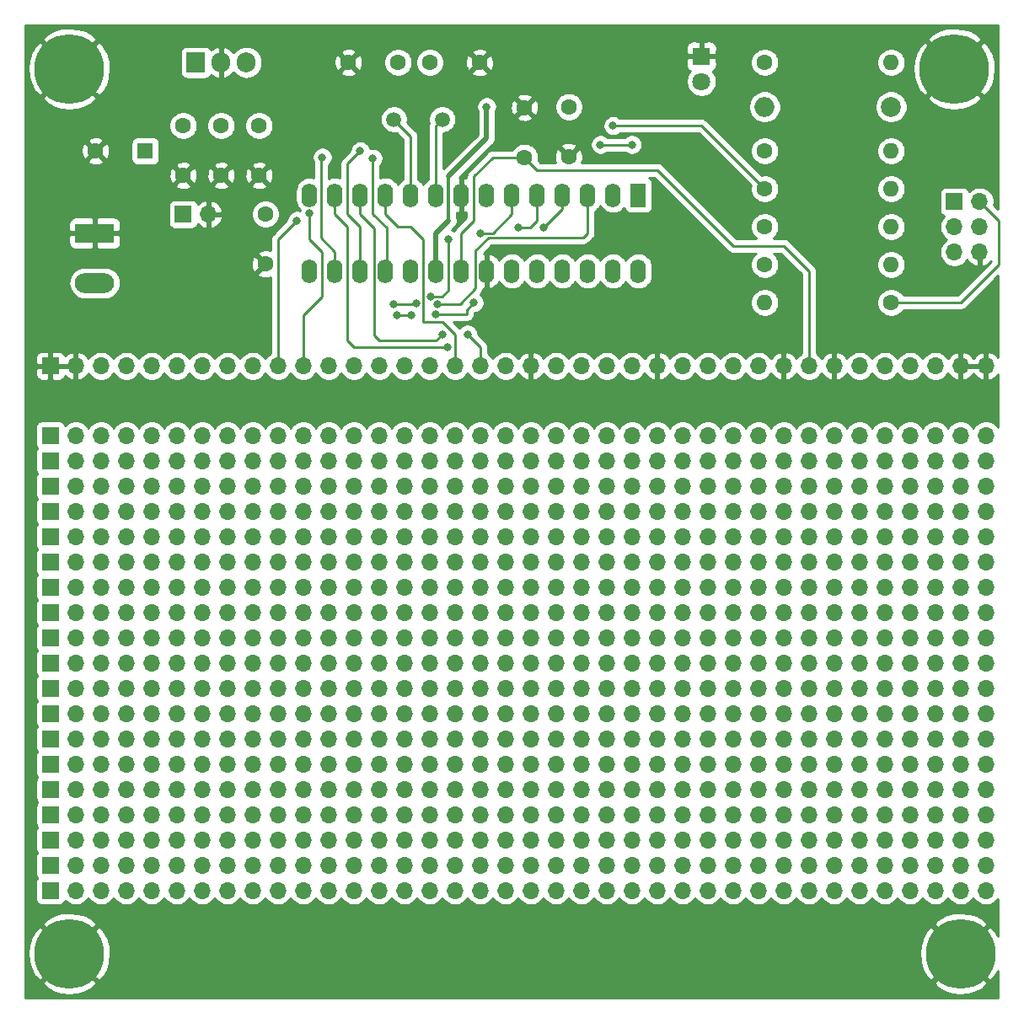
<source format=gbl>
G04 #@! TF.GenerationSoftware,KiCad,Pcbnew,5.1.9+dfsg1-1*
G04 #@! TF.CreationDate,2022-07-21T18:14:53-05:00*
G04 #@! TF.ProjectId,aarghweeno_88,61617267-6877-4656-956e-6f5f38382e6b,rev?*
G04 #@! TF.SameCoordinates,Original*
G04 #@! TF.FileFunction,Copper,L2,Bot*
G04 #@! TF.FilePolarity,Positive*
%FSLAX46Y46*%
G04 Gerber Fmt 4.6, Leading zero omitted, Abs format (unit mm)*
G04 Created by KiCad (PCBNEW 5.1.9+dfsg1-1) date 2022-07-21 18:14:53*
%MOMM*%
%LPD*%
G01*
G04 APERTURE LIST*
G04 #@! TA.AperFunction,ComponentPad*
%ADD10O,1.700000X1.700000*%
G04 #@! TD*
G04 #@! TA.AperFunction,ComponentPad*
%ADD11R,1.700000X1.700000*%
G04 #@! TD*
G04 #@! TA.AperFunction,ComponentPad*
%ADD12C,7.000000*%
G04 #@! TD*
G04 #@! TA.AperFunction,ComponentPad*
%ADD13O,1.600000X2.400000*%
G04 #@! TD*
G04 #@! TA.AperFunction,ComponentPad*
%ADD14R,1.600000X2.400000*%
G04 #@! TD*
G04 #@! TA.AperFunction,ComponentPad*
%ADD15C,1.500000*%
G04 #@! TD*
G04 #@! TA.AperFunction,ComponentPad*
%ADD16O,1.905000X2.000000*%
G04 #@! TD*
G04 #@! TA.AperFunction,ComponentPad*
%ADD17R,1.905000X2.000000*%
G04 #@! TD*
G04 #@! TA.AperFunction,ComponentPad*
%ADD18O,1.600000X1.600000*%
G04 #@! TD*
G04 #@! TA.AperFunction,ComponentPad*
%ADD19C,1.600000*%
G04 #@! TD*
G04 #@! TA.AperFunction,ComponentPad*
%ADD20O,2.000000X2.000000*%
G04 #@! TD*
G04 #@! TA.AperFunction,ComponentPad*
%ADD21C,2.000000*%
G04 #@! TD*
G04 #@! TA.AperFunction,ComponentPad*
%ADD22O,3.960000X1.980000*%
G04 #@! TD*
G04 #@! TA.AperFunction,ComponentPad*
%ADD23R,3.960000X1.980000*%
G04 #@! TD*
G04 #@! TA.AperFunction,ComponentPad*
%ADD24C,1.800000*%
G04 #@! TD*
G04 #@! TA.AperFunction,ComponentPad*
%ADD25R,1.800000X1.800000*%
G04 #@! TD*
G04 #@! TA.AperFunction,ComponentPad*
%ADD26R,1.600000X1.600000*%
G04 #@! TD*
G04 #@! TA.AperFunction,ViaPad*
%ADD27C,0.800000*%
G04 #@! TD*
G04 #@! TA.AperFunction,Conductor*
%ADD28C,0.250000*%
G04 #@! TD*
G04 #@! TA.AperFunction,Conductor*
%ADD29C,0.508000*%
G04 #@! TD*
G04 #@! TA.AperFunction,Conductor*
%ADD30C,0.304800*%
G04 #@! TD*
G04 #@! TA.AperFunction,Conductor*
%ADD31C,0.254000*%
G04 #@! TD*
G04 #@! TA.AperFunction,Conductor*
%ADD32C,0.100000*%
G04 #@! TD*
G04 APERTURE END LIST*
D10*
X106680000Y-66040000D03*
D11*
X104140000Y-66040000D03*
D12*
X182245000Y-140335000D03*
X181610000Y-51435000D03*
X92710000Y-140335000D03*
X92710000Y-51435000D03*
D11*
X90805000Y-133985000D03*
D10*
X93345000Y-133985000D03*
X95885000Y-133985000D03*
X98425000Y-133985000D03*
X100965000Y-133985000D03*
X103505000Y-133985000D03*
X106045000Y-133985000D03*
X108585000Y-133985000D03*
X111125000Y-133985000D03*
X113665000Y-133985000D03*
X116205000Y-133985000D03*
X118745000Y-133985000D03*
X121285000Y-133985000D03*
X123825000Y-133985000D03*
X126365000Y-133985000D03*
X128905000Y-133985000D03*
X131445000Y-133985000D03*
X133985000Y-133985000D03*
X136525000Y-133985000D03*
X139065000Y-133985000D03*
X141605000Y-133985000D03*
X144145000Y-133985000D03*
X146685000Y-133985000D03*
X149225000Y-133985000D03*
X151765000Y-133985000D03*
X154305000Y-133985000D03*
X156845000Y-133985000D03*
X159385000Y-133985000D03*
X161925000Y-133985000D03*
X164465000Y-133985000D03*
X167005000Y-133985000D03*
X169545000Y-133985000D03*
X172085000Y-133985000D03*
X174625000Y-133985000D03*
X177165000Y-133985000D03*
X179705000Y-133985000D03*
X182245000Y-133985000D03*
X184785000Y-133985000D03*
D11*
X90805000Y-131445000D03*
D10*
X93345000Y-131445000D03*
X95885000Y-131445000D03*
X98425000Y-131445000D03*
X100965000Y-131445000D03*
X103505000Y-131445000D03*
X106045000Y-131445000D03*
X108585000Y-131445000D03*
X111125000Y-131445000D03*
X113665000Y-131445000D03*
X116205000Y-131445000D03*
X118745000Y-131445000D03*
X121285000Y-131445000D03*
X123825000Y-131445000D03*
X126365000Y-131445000D03*
X128905000Y-131445000D03*
X131445000Y-131445000D03*
X133985000Y-131445000D03*
X136525000Y-131445000D03*
X139065000Y-131445000D03*
X141605000Y-131445000D03*
X144145000Y-131445000D03*
X146685000Y-131445000D03*
X149225000Y-131445000D03*
X151765000Y-131445000D03*
X154305000Y-131445000D03*
X156845000Y-131445000D03*
X159385000Y-131445000D03*
X161925000Y-131445000D03*
X164465000Y-131445000D03*
X167005000Y-131445000D03*
X169545000Y-131445000D03*
X172085000Y-131445000D03*
X174625000Y-131445000D03*
X177165000Y-131445000D03*
X179705000Y-131445000D03*
X182245000Y-131445000D03*
X184785000Y-131445000D03*
D11*
X90805000Y-128905000D03*
D10*
X93345000Y-128905000D03*
X95885000Y-128905000D03*
X98425000Y-128905000D03*
X100965000Y-128905000D03*
X103505000Y-128905000D03*
X106045000Y-128905000D03*
X108585000Y-128905000D03*
X111125000Y-128905000D03*
X113665000Y-128905000D03*
X116205000Y-128905000D03*
X118745000Y-128905000D03*
X121285000Y-128905000D03*
X123825000Y-128905000D03*
X126365000Y-128905000D03*
X128905000Y-128905000D03*
X131445000Y-128905000D03*
X133985000Y-128905000D03*
X136525000Y-128905000D03*
X139065000Y-128905000D03*
X141605000Y-128905000D03*
X144145000Y-128905000D03*
X146685000Y-128905000D03*
X149225000Y-128905000D03*
X151765000Y-128905000D03*
X154305000Y-128905000D03*
X156845000Y-128905000D03*
X159385000Y-128905000D03*
X161925000Y-128905000D03*
X164465000Y-128905000D03*
X167005000Y-128905000D03*
X169545000Y-128905000D03*
X172085000Y-128905000D03*
X174625000Y-128905000D03*
X177165000Y-128905000D03*
X179705000Y-128905000D03*
X182245000Y-128905000D03*
X184785000Y-128905000D03*
D11*
X90815000Y-126365000D03*
D10*
X93355000Y-126365000D03*
X95895000Y-126365000D03*
X98435000Y-126365000D03*
X100975000Y-126365000D03*
X103515000Y-126365000D03*
X106055000Y-126365000D03*
X108595000Y-126365000D03*
X111135000Y-126365000D03*
X113675000Y-126365000D03*
X116215000Y-126365000D03*
X118755000Y-126365000D03*
X121295000Y-126365000D03*
X123835000Y-126365000D03*
X126375000Y-126365000D03*
X128915000Y-126365000D03*
X131455000Y-126365000D03*
X133995000Y-126365000D03*
X136535000Y-126365000D03*
X139075000Y-126365000D03*
X141615000Y-126365000D03*
X144155000Y-126365000D03*
X146695000Y-126365000D03*
X149235000Y-126365000D03*
X151775000Y-126365000D03*
X154315000Y-126365000D03*
X156855000Y-126365000D03*
X159395000Y-126365000D03*
X161935000Y-126365000D03*
X164475000Y-126365000D03*
X167015000Y-126365000D03*
X169555000Y-126365000D03*
X172095000Y-126365000D03*
X174635000Y-126365000D03*
X177175000Y-126365000D03*
X179715000Y-126365000D03*
X182255000Y-126365000D03*
X184795000Y-126365000D03*
D11*
X90815000Y-123825000D03*
D10*
X93355000Y-123825000D03*
X95895000Y-123825000D03*
X98435000Y-123825000D03*
X100975000Y-123825000D03*
X103515000Y-123825000D03*
X106055000Y-123825000D03*
X108595000Y-123825000D03*
X111135000Y-123825000D03*
X113675000Y-123825000D03*
X116215000Y-123825000D03*
X118755000Y-123825000D03*
X121295000Y-123825000D03*
X123835000Y-123825000D03*
X126375000Y-123825000D03*
X128915000Y-123825000D03*
X131455000Y-123825000D03*
X133995000Y-123825000D03*
X136535000Y-123825000D03*
X139075000Y-123825000D03*
X141615000Y-123825000D03*
X144155000Y-123825000D03*
X146695000Y-123825000D03*
X149235000Y-123825000D03*
X151775000Y-123825000D03*
X154315000Y-123825000D03*
X156855000Y-123825000D03*
X159395000Y-123825000D03*
X161935000Y-123825000D03*
X164475000Y-123825000D03*
X167015000Y-123825000D03*
X169555000Y-123825000D03*
X172095000Y-123825000D03*
X174635000Y-123825000D03*
X177175000Y-123825000D03*
X179715000Y-123825000D03*
X182255000Y-123825000D03*
X184795000Y-123825000D03*
D11*
X90805000Y-121285000D03*
D10*
X93345000Y-121285000D03*
X95885000Y-121285000D03*
X98425000Y-121285000D03*
X100965000Y-121285000D03*
X103505000Y-121285000D03*
X106045000Y-121285000D03*
X108585000Y-121285000D03*
X111125000Y-121285000D03*
X113665000Y-121285000D03*
X116205000Y-121285000D03*
X118745000Y-121285000D03*
X121285000Y-121285000D03*
X123825000Y-121285000D03*
X126365000Y-121285000D03*
X128905000Y-121285000D03*
X131445000Y-121285000D03*
X133985000Y-121285000D03*
X136525000Y-121285000D03*
X139065000Y-121285000D03*
X141605000Y-121285000D03*
X144145000Y-121285000D03*
X146685000Y-121285000D03*
X149225000Y-121285000D03*
X151765000Y-121285000D03*
X154305000Y-121285000D03*
X156845000Y-121285000D03*
X159385000Y-121285000D03*
X161925000Y-121285000D03*
X164465000Y-121285000D03*
X167005000Y-121285000D03*
X169545000Y-121285000D03*
X172085000Y-121285000D03*
X174625000Y-121285000D03*
X177165000Y-121285000D03*
X179705000Y-121285000D03*
X182245000Y-121285000D03*
X184785000Y-121285000D03*
D11*
X90805000Y-118745000D03*
D10*
X93345000Y-118745000D03*
X95885000Y-118745000D03*
X98425000Y-118745000D03*
X100965000Y-118745000D03*
X103505000Y-118745000D03*
X106045000Y-118745000D03*
X108585000Y-118745000D03*
X111125000Y-118745000D03*
X113665000Y-118745000D03*
X116205000Y-118745000D03*
X118745000Y-118745000D03*
X121285000Y-118745000D03*
X123825000Y-118745000D03*
X126365000Y-118745000D03*
X128905000Y-118745000D03*
X131445000Y-118745000D03*
X133985000Y-118745000D03*
X136525000Y-118745000D03*
X139065000Y-118745000D03*
X141605000Y-118745000D03*
X144145000Y-118745000D03*
X146685000Y-118745000D03*
X149225000Y-118745000D03*
X151765000Y-118745000D03*
X154305000Y-118745000D03*
X156845000Y-118745000D03*
X159385000Y-118745000D03*
X161925000Y-118745000D03*
X164465000Y-118745000D03*
X167005000Y-118745000D03*
X169545000Y-118745000D03*
X172085000Y-118745000D03*
X174625000Y-118745000D03*
X177165000Y-118745000D03*
X179705000Y-118745000D03*
X182245000Y-118745000D03*
X184785000Y-118745000D03*
D11*
X90805000Y-116205000D03*
D10*
X93345000Y-116205000D03*
X95885000Y-116205000D03*
X98425000Y-116205000D03*
X100965000Y-116205000D03*
X103505000Y-116205000D03*
X106045000Y-116205000D03*
X108585000Y-116205000D03*
X111125000Y-116205000D03*
X113665000Y-116205000D03*
X116205000Y-116205000D03*
X118745000Y-116205000D03*
X121285000Y-116205000D03*
X123825000Y-116205000D03*
X126365000Y-116205000D03*
X128905000Y-116205000D03*
X131445000Y-116205000D03*
X133985000Y-116205000D03*
X136525000Y-116205000D03*
X139065000Y-116205000D03*
X141605000Y-116205000D03*
X144145000Y-116205000D03*
X146685000Y-116205000D03*
X149225000Y-116205000D03*
X151765000Y-116205000D03*
X154305000Y-116205000D03*
X156845000Y-116205000D03*
X159385000Y-116205000D03*
X161925000Y-116205000D03*
X164465000Y-116205000D03*
X167005000Y-116205000D03*
X169545000Y-116205000D03*
X172085000Y-116205000D03*
X174625000Y-116205000D03*
X177165000Y-116205000D03*
X179705000Y-116205000D03*
X182245000Y-116205000D03*
X184785000Y-116205000D03*
D11*
X90805000Y-113665000D03*
D10*
X93345000Y-113665000D03*
X95885000Y-113665000D03*
X98425000Y-113665000D03*
X100965000Y-113665000D03*
X103505000Y-113665000D03*
X106045000Y-113665000D03*
X108585000Y-113665000D03*
X111125000Y-113665000D03*
X113665000Y-113665000D03*
X116205000Y-113665000D03*
X118745000Y-113665000D03*
X121285000Y-113665000D03*
X123825000Y-113665000D03*
X126365000Y-113665000D03*
X128905000Y-113665000D03*
X131445000Y-113665000D03*
X133985000Y-113665000D03*
X136525000Y-113665000D03*
X139065000Y-113665000D03*
X141605000Y-113665000D03*
X144145000Y-113665000D03*
X146685000Y-113665000D03*
X149225000Y-113665000D03*
X151765000Y-113665000D03*
X154305000Y-113665000D03*
X156845000Y-113665000D03*
X159385000Y-113665000D03*
X161925000Y-113665000D03*
X164465000Y-113665000D03*
X167005000Y-113665000D03*
X169545000Y-113665000D03*
X172085000Y-113665000D03*
X174625000Y-113665000D03*
X177165000Y-113665000D03*
X179705000Y-113665000D03*
X182245000Y-113665000D03*
X184785000Y-113665000D03*
D11*
X90805000Y-108585000D03*
D10*
X93345000Y-108585000D03*
X95885000Y-108585000D03*
X98425000Y-108585000D03*
X100965000Y-108585000D03*
X103505000Y-108585000D03*
X106045000Y-108585000D03*
X108585000Y-108585000D03*
X111125000Y-108585000D03*
X113665000Y-108585000D03*
X116205000Y-108585000D03*
X118745000Y-108585000D03*
X121285000Y-108585000D03*
X123825000Y-108585000D03*
X126365000Y-108585000D03*
X128905000Y-108585000D03*
X131445000Y-108585000D03*
X133985000Y-108585000D03*
X136525000Y-108585000D03*
X139065000Y-108585000D03*
X141605000Y-108585000D03*
X144145000Y-108585000D03*
X146685000Y-108585000D03*
X149225000Y-108585000D03*
X151765000Y-108585000D03*
X154305000Y-108585000D03*
X156845000Y-108585000D03*
X159385000Y-108585000D03*
X161925000Y-108585000D03*
X164465000Y-108585000D03*
X167005000Y-108585000D03*
X169545000Y-108585000D03*
X172085000Y-108585000D03*
X174625000Y-108585000D03*
X177165000Y-108585000D03*
X179705000Y-108585000D03*
X182245000Y-108585000D03*
X184785000Y-108585000D03*
D11*
X90805000Y-111125000D03*
D10*
X93345000Y-111125000D03*
X95885000Y-111125000D03*
X98425000Y-111125000D03*
X100965000Y-111125000D03*
X103505000Y-111125000D03*
X106045000Y-111125000D03*
X108585000Y-111125000D03*
X111125000Y-111125000D03*
X113665000Y-111125000D03*
X116205000Y-111125000D03*
X118745000Y-111125000D03*
X121285000Y-111125000D03*
X123825000Y-111125000D03*
X126365000Y-111125000D03*
X128905000Y-111125000D03*
X131445000Y-111125000D03*
X133985000Y-111125000D03*
X136525000Y-111125000D03*
X139065000Y-111125000D03*
X141605000Y-111125000D03*
X144145000Y-111125000D03*
X146685000Y-111125000D03*
X149225000Y-111125000D03*
X151765000Y-111125000D03*
X154305000Y-111125000D03*
X156845000Y-111125000D03*
X159385000Y-111125000D03*
X161925000Y-111125000D03*
X164465000Y-111125000D03*
X167005000Y-111125000D03*
X169545000Y-111125000D03*
X172085000Y-111125000D03*
X174625000Y-111125000D03*
X177165000Y-111125000D03*
X179705000Y-111125000D03*
X182245000Y-111125000D03*
X184785000Y-111125000D03*
D11*
X90805000Y-106045000D03*
D10*
X93345000Y-106045000D03*
X95885000Y-106045000D03*
X98425000Y-106045000D03*
X100965000Y-106045000D03*
X103505000Y-106045000D03*
X106045000Y-106045000D03*
X108585000Y-106045000D03*
X111125000Y-106045000D03*
X113665000Y-106045000D03*
X116205000Y-106045000D03*
X118745000Y-106045000D03*
X121285000Y-106045000D03*
X123825000Y-106045000D03*
X126365000Y-106045000D03*
X128905000Y-106045000D03*
X131445000Y-106045000D03*
X133985000Y-106045000D03*
X136525000Y-106045000D03*
X139065000Y-106045000D03*
X141605000Y-106045000D03*
X144145000Y-106045000D03*
X146685000Y-106045000D03*
X149225000Y-106045000D03*
X151765000Y-106045000D03*
X154305000Y-106045000D03*
X156845000Y-106045000D03*
X159385000Y-106045000D03*
X161925000Y-106045000D03*
X164465000Y-106045000D03*
X167005000Y-106045000D03*
X169545000Y-106045000D03*
X172085000Y-106045000D03*
X174625000Y-106045000D03*
X177165000Y-106045000D03*
X179705000Y-106045000D03*
X182245000Y-106045000D03*
X184785000Y-106045000D03*
D11*
X90805000Y-103505000D03*
D10*
X93345000Y-103505000D03*
X95885000Y-103505000D03*
X98425000Y-103505000D03*
X100965000Y-103505000D03*
X103505000Y-103505000D03*
X106045000Y-103505000D03*
X108585000Y-103505000D03*
X111125000Y-103505000D03*
X113665000Y-103505000D03*
X116205000Y-103505000D03*
X118745000Y-103505000D03*
X121285000Y-103505000D03*
X123825000Y-103505000D03*
X126365000Y-103505000D03*
X128905000Y-103505000D03*
X131445000Y-103505000D03*
X133985000Y-103505000D03*
X136525000Y-103505000D03*
X139065000Y-103505000D03*
X141605000Y-103505000D03*
X144145000Y-103505000D03*
X146685000Y-103505000D03*
X149225000Y-103505000D03*
X151765000Y-103505000D03*
X154305000Y-103505000D03*
X156845000Y-103505000D03*
X159385000Y-103505000D03*
X161925000Y-103505000D03*
X164465000Y-103505000D03*
X167005000Y-103505000D03*
X169545000Y-103505000D03*
X172085000Y-103505000D03*
X174625000Y-103505000D03*
X177165000Y-103505000D03*
X179705000Y-103505000D03*
X182245000Y-103505000D03*
X184785000Y-103505000D03*
D11*
X90805000Y-100965000D03*
D10*
X93345000Y-100965000D03*
X95885000Y-100965000D03*
X98425000Y-100965000D03*
X100965000Y-100965000D03*
X103505000Y-100965000D03*
X106045000Y-100965000D03*
X108585000Y-100965000D03*
X111125000Y-100965000D03*
X113665000Y-100965000D03*
X116205000Y-100965000D03*
X118745000Y-100965000D03*
X121285000Y-100965000D03*
X123825000Y-100965000D03*
X126365000Y-100965000D03*
X128905000Y-100965000D03*
X131445000Y-100965000D03*
X133985000Y-100965000D03*
X136525000Y-100965000D03*
X139065000Y-100965000D03*
X141605000Y-100965000D03*
X144145000Y-100965000D03*
X146685000Y-100965000D03*
X149225000Y-100965000D03*
X151765000Y-100965000D03*
X154305000Y-100965000D03*
X156845000Y-100965000D03*
X159385000Y-100965000D03*
X161925000Y-100965000D03*
X164465000Y-100965000D03*
X167005000Y-100965000D03*
X169545000Y-100965000D03*
X172085000Y-100965000D03*
X174625000Y-100965000D03*
X177165000Y-100965000D03*
X179705000Y-100965000D03*
X182245000Y-100965000D03*
X184785000Y-100965000D03*
D11*
X90805000Y-98425000D03*
D10*
X93345000Y-98425000D03*
X95885000Y-98425000D03*
X98425000Y-98425000D03*
X100965000Y-98425000D03*
X103505000Y-98425000D03*
X106045000Y-98425000D03*
X108585000Y-98425000D03*
X111125000Y-98425000D03*
X113665000Y-98425000D03*
X116205000Y-98425000D03*
X118745000Y-98425000D03*
X121285000Y-98425000D03*
X123825000Y-98425000D03*
X126365000Y-98425000D03*
X128905000Y-98425000D03*
X131445000Y-98425000D03*
X133985000Y-98425000D03*
X136525000Y-98425000D03*
X139065000Y-98425000D03*
X141605000Y-98425000D03*
X144145000Y-98425000D03*
X146685000Y-98425000D03*
X149225000Y-98425000D03*
X151765000Y-98425000D03*
X154305000Y-98425000D03*
X156845000Y-98425000D03*
X159385000Y-98425000D03*
X161925000Y-98425000D03*
X164465000Y-98425000D03*
X167005000Y-98425000D03*
X169545000Y-98425000D03*
X172085000Y-98425000D03*
X174625000Y-98425000D03*
X177165000Y-98425000D03*
X179705000Y-98425000D03*
X182245000Y-98425000D03*
X184785000Y-98425000D03*
D11*
X90805000Y-95885000D03*
D10*
X93345000Y-95885000D03*
X95885000Y-95885000D03*
X98425000Y-95885000D03*
X100965000Y-95885000D03*
X103505000Y-95885000D03*
X106045000Y-95885000D03*
X108585000Y-95885000D03*
X111125000Y-95885000D03*
X113665000Y-95885000D03*
X116205000Y-95885000D03*
X118745000Y-95885000D03*
X121285000Y-95885000D03*
X123825000Y-95885000D03*
X126365000Y-95885000D03*
X128905000Y-95885000D03*
X131445000Y-95885000D03*
X133985000Y-95885000D03*
X136525000Y-95885000D03*
X139065000Y-95885000D03*
X141605000Y-95885000D03*
X144145000Y-95885000D03*
X146685000Y-95885000D03*
X149225000Y-95885000D03*
X151765000Y-95885000D03*
X154305000Y-95885000D03*
X156845000Y-95885000D03*
X159385000Y-95885000D03*
X161925000Y-95885000D03*
X164465000Y-95885000D03*
X167005000Y-95885000D03*
X169545000Y-95885000D03*
X172085000Y-95885000D03*
X174625000Y-95885000D03*
X177165000Y-95885000D03*
X179705000Y-95885000D03*
X182245000Y-95885000D03*
X184785000Y-95885000D03*
D11*
X90805000Y-93345000D03*
D10*
X93345000Y-93345000D03*
X95885000Y-93345000D03*
X98425000Y-93345000D03*
X100965000Y-93345000D03*
X103505000Y-93345000D03*
X106045000Y-93345000D03*
X108585000Y-93345000D03*
X111125000Y-93345000D03*
X113665000Y-93345000D03*
X116205000Y-93345000D03*
X118745000Y-93345000D03*
X121285000Y-93345000D03*
X123825000Y-93345000D03*
X126365000Y-93345000D03*
X128905000Y-93345000D03*
X131445000Y-93345000D03*
X133985000Y-93345000D03*
X136525000Y-93345000D03*
X139065000Y-93345000D03*
X141605000Y-93345000D03*
X144145000Y-93345000D03*
X146685000Y-93345000D03*
X149225000Y-93345000D03*
X151765000Y-93345000D03*
X154305000Y-93345000D03*
X156845000Y-93345000D03*
X159385000Y-93345000D03*
X161925000Y-93345000D03*
X164465000Y-93345000D03*
X167005000Y-93345000D03*
X169545000Y-93345000D03*
X172085000Y-93345000D03*
X174625000Y-93345000D03*
X177165000Y-93345000D03*
X179705000Y-93345000D03*
X182245000Y-93345000D03*
X184785000Y-93345000D03*
D11*
X90805000Y-90805000D03*
D10*
X93345000Y-90805000D03*
X95885000Y-90805000D03*
X98425000Y-90805000D03*
X100965000Y-90805000D03*
X103505000Y-90805000D03*
X106045000Y-90805000D03*
X108585000Y-90805000D03*
X111125000Y-90805000D03*
X113665000Y-90805000D03*
X116205000Y-90805000D03*
X118745000Y-90805000D03*
X121285000Y-90805000D03*
X123825000Y-90805000D03*
X126365000Y-90805000D03*
X128905000Y-90805000D03*
X131445000Y-90805000D03*
X133985000Y-90805000D03*
X136525000Y-90805000D03*
X139065000Y-90805000D03*
X141605000Y-90805000D03*
X144145000Y-90805000D03*
X146685000Y-90805000D03*
X149225000Y-90805000D03*
X151765000Y-90805000D03*
X154305000Y-90805000D03*
X156845000Y-90805000D03*
X159385000Y-90805000D03*
X161925000Y-90805000D03*
X164465000Y-90805000D03*
X167005000Y-90805000D03*
X169545000Y-90805000D03*
X172085000Y-90805000D03*
X174625000Y-90805000D03*
X177165000Y-90805000D03*
X179705000Y-90805000D03*
X182245000Y-90805000D03*
X184785000Y-90805000D03*
D11*
X90805000Y-88265000D03*
D10*
X93345000Y-88265000D03*
X95885000Y-88265000D03*
X98425000Y-88265000D03*
X100965000Y-88265000D03*
X103505000Y-88265000D03*
X106045000Y-88265000D03*
X108585000Y-88265000D03*
X111125000Y-88265000D03*
X113665000Y-88265000D03*
X116205000Y-88265000D03*
X118745000Y-88265000D03*
X121285000Y-88265000D03*
X123825000Y-88265000D03*
X126365000Y-88265000D03*
X128905000Y-88265000D03*
X131445000Y-88265000D03*
X133985000Y-88265000D03*
X136525000Y-88265000D03*
X139065000Y-88265000D03*
X141605000Y-88265000D03*
X144145000Y-88265000D03*
X146685000Y-88265000D03*
X149225000Y-88265000D03*
X151765000Y-88265000D03*
X154305000Y-88265000D03*
X156845000Y-88265000D03*
X159385000Y-88265000D03*
X161925000Y-88265000D03*
X164465000Y-88265000D03*
X167005000Y-88265000D03*
X169545000Y-88265000D03*
X172085000Y-88265000D03*
X174625000Y-88265000D03*
X177165000Y-88265000D03*
X179705000Y-88265000D03*
X182245000Y-88265000D03*
X184785000Y-88265000D03*
D11*
X90805000Y-81280000D03*
D10*
X93345000Y-81280000D03*
X95885000Y-81280000D03*
X98425000Y-81280000D03*
X100965000Y-81280000D03*
X103505000Y-81280000D03*
X106045000Y-81280000D03*
X108585000Y-81280000D03*
X111125000Y-81280000D03*
X113665000Y-81280000D03*
X116205000Y-81280000D03*
X118745000Y-81280000D03*
X121285000Y-81280000D03*
X123825000Y-81280000D03*
X126365000Y-81280000D03*
X128905000Y-81280000D03*
X131445000Y-81280000D03*
X133985000Y-81280000D03*
X136525000Y-81280000D03*
X139065000Y-81280000D03*
X141605000Y-81280000D03*
X144145000Y-81280000D03*
X146685000Y-81280000D03*
X149225000Y-81280000D03*
X151765000Y-81280000D03*
X154305000Y-81280000D03*
X156845000Y-81280000D03*
X159385000Y-81280000D03*
X161925000Y-81280000D03*
X164465000Y-81280000D03*
X167005000Y-81280000D03*
X169545000Y-81280000D03*
X172085000Y-81280000D03*
X174625000Y-81280000D03*
X177165000Y-81280000D03*
X179705000Y-81280000D03*
X182245000Y-81280000D03*
X184785000Y-81280000D03*
D13*
X149860000Y-71755000D03*
X116840000Y-64135000D03*
X147320000Y-71755000D03*
X119380000Y-64135000D03*
X144780000Y-71755000D03*
X121920000Y-64135000D03*
X142240000Y-71755000D03*
X124460000Y-64135000D03*
X139700000Y-71755000D03*
X127000000Y-64135000D03*
X137160000Y-71755000D03*
X129540000Y-64135000D03*
X134620000Y-71755000D03*
X132080000Y-64135000D03*
X132080000Y-71755000D03*
X134620000Y-64135000D03*
X129540000Y-71755000D03*
X137160000Y-64135000D03*
X127000000Y-71755000D03*
X139700000Y-64135000D03*
X124460000Y-71755000D03*
X142240000Y-64135000D03*
X121920000Y-71755000D03*
X144780000Y-64135000D03*
X119380000Y-71755000D03*
X147320000Y-64135000D03*
X116840000Y-71755000D03*
D14*
X149860000Y-64135000D03*
D15*
X125295000Y-56515000D03*
X130175000Y-56515000D03*
D16*
X110490000Y-50800000D03*
X107950000Y-50800000D03*
D17*
X105410000Y-50800000D03*
D18*
X175260000Y-71120000D03*
D19*
X162560000Y-71120000D03*
D18*
X175260000Y-67310000D03*
D19*
X162560000Y-67310000D03*
D18*
X175260000Y-63500000D03*
D19*
X162560000Y-63500000D03*
D18*
X175260000Y-59690000D03*
D19*
X162560000Y-59690000D03*
D18*
X175260000Y-50800000D03*
D19*
X162560000Y-50800000D03*
D18*
X162560000Y-74930000D03*
D19*
X175260000Y-74930000D03*
D20*
X162560000Y-55245000D03*
D21*
X175260000Y-55245000D03*
D10*
X184150000Y-69850000D03*
X181610000Y-69850000D03*
X184150000Y-67310000D03*
X181610000Y-67310000D03*
X184150000Y-64770000D03*
D11*
X181610000Y-64770000D03*
D22*
X95250000Y-72945000D03*
D23*
X95250000Y-67945000D03*
D24*
X156210000Y-52705000D03*
D25*
X156210000Y-50165000D03*
D19*
X111760000Y-62150000D03*
X111760000Y-57150000D03*
X112395000Y-71040000D03*
X112395000Y-66040000D03*
X138430000Y-55325000D03*
X138430000Y-60325000D03*
X142875000Y-60245000D03*
X142875000Y-55245000D03*
X120730000Y-50800000D03*
X125730000Y-50800000D03*
X133905000Y-50800000D03*
X128905000Y-50800000D03*
X107950000Y-62150000D03*
X107950000Y-57150000D03*
X104140000Y-62150000D03*
X104140000Y-57150000D03*
X95330000Y-59690000D03*
D26*
X100330000Y-59690000D03*
D27*
X115570000Y-66675000D03*
X116840000Y-65950000D03*
X134620000Y-55245000D03*
X130720000Y-79375000D03*
X132715000Y-78105000D03*
X130175000Y-78105000D03*
X133985000Y-67945000D03*
X128995000Y-74295000D03*
X130810000Y-68580000D03*
X137795000Y-67400000D03*
X125640000Y-76200000D03*
X127090000Y-76200000D03*
X129540000Y-76110000D03*
X133350000Y-74930000D03*
X140335000Y-67400000D03*
X125290858Y-75125858D03*
X127545000Y-75020000D03*
X129646284Y-75053836D03*
X149225000Y-59055000D03*
X146050000Y-59055000D03*
X123190000Y-60415000D03*
X121920000Y-59690000D03*
X147320000Y-57150000D03*
X118110000Y-60325000D03*
D28*
X184150000Y-64770000D02*
X186055000Y-66675000D01*
X186055000Y-66675000D02*
X186055000Y-71120000D01*
X182245000Y-74930000D02*
X175260000Y-74930000D01*
X186055000Y-71120000D02*
X182245000Y-74930000D01*
X113665000Y-81280000D02*
X113665000Y-68580000D01*
X113665000Y-68580000D02*
X115570000Y-66675000D01*
X115570000Y-66675000D02*
X115570000Y-66675000D01*
X129540000Y-57150000D02*
X130175000Y-56515000D01*
X129540000Y-64135000D02*
X129540000Y-57150000D01*
X127000000Y-58220000D02*
X125295000Y-56515000D01*
X127000000Y-64135000D02*
X127000000Y-58220000D01*
X116205000Y-76200000D02*
X116205000Y-81280000D01*
X118110000Y-69850000D02*
X118110000Y-74295000D01*
X118110000Y-74295000D02*
X116205000Y-76200000D01*
X116840000Y-68580000D02*
X118110000Y-69850000D01*
X116840000Y-65950000D02*
X116840000Y-68580000D01*
D29*
X129540000Y-71755000D02*
X129540000Y-67945000D01*
X129540000Y-67945000D02*
X130810000Y-66675000D01*
D30*
X130810000Y-66675000D02*
X130810000Y-62230000D01*
D29*
X130810000Y-62230000D02*
X134620000Y-58420000D01*
X134620000Y-55245000D02*
X134620000Y-58420000D01*
D28*
X135255000Y-60325000D02*
X138430000Y-60325000D01*
X133350000Y-62230000D02*
X135255000Y-60325000D01*
X133350000Y-66675000D02*
X133350000Y-62230000D01*
X132080000Y-67945000D02*
X133350000Y-66675000D01*
X132080000Y-71755000D02*
X132080000Y-67945000D01*
X167005000Y-81280000D02*
X167005000Y-71755000D01*
X167005000Y-71755000D02*
X164465000Y-69215000D01*
X164465000Y-69215000D02*
X159385000Y-69215000D01*
X159385000Y-69215000D02*
X151765000Y-61595000D01*
X139700000Y-61595000D02*
X138430000Y-60325000D01*
X151765000Y-61595000D02*
X139700000Y-61595000D01*
X121285000Y-79375000D02*
X130720000Y-79375000D01*
X120650000Y-67310000D02*
X120650000Y-78740000D01*
X119380000Y-66040000D02*
X120650000Y-67310000D01*
X120650000Y-78740000D02*
X121285000Y-79375000D01*
X119380000Y-64135000D02*
X119380000Y-66040000D01*
X132715000Y-78105000D02*
X133985000Y-79375000D01*
X133985000Y-81280000D02*
X133985000Y-79375000D01*
X123334990Y-67454990D02*
X121920000Y-66040000D01*
X121920000Y-66040000D02*
X121920000Y-64135000D01*
X123334990Y-78249990D02*
X123334990Y-67454990D01*
X123825000Y-78740000D02*
X123334990Y-78249990D01*
X129540000Y-78740000D02*
X123825000Y-78740000D01*
X130175000Y-78105000D02*
X129540000Y-78740000D01*
X125730000Y-67310000D02*
X124460000Y-66040000D01*
X127000000Y-67310000D02*
X125730000Y-67310000D01*
X128270000Y-68580000D02*
X127000000Y-67310000D01*
X128270000Y-76835000D02*
X128270000Y-68580000D01*
X124460000Y-66040000D02*
X124460000Y-64135000D01*
X130175000Y-76835000D02*
X128270000Y-76835000D01*
X131445000Y-78105000D02*
X130175000Y-76835000D01*
X131445000Y-81280000D02*
X131445000Y-78105000D01*
X133985000Y-67945000D02*
X135255000Y-67945000D01*
X137160000Y-66040000D02*
X137160000Y-64135000D01*
X135255000Y-67945000D02*
X137160000Y-66040000D01*
X128995000Y-74295000D02*
X130175000Y-74295000D01*
X130175000Y-74295000D02*
X130810000Y-73660000D01*
X130810000Y-73660000D02*
X130810000Y-68580000D01*
X137795000Y-67400000D02*
X138975000Y-67400000D01*
X139700000Y-66675000D02*
X139700000Y-64135000D01*
X138975000Y-67400000D02*
X139700000Y-66675000D01*
X125640000Y-76200000D02*
X127000000Y-76200000D01*
X127000000Y-76200000D02*
X127090000Y-76200000D01*
X129540000Y-76110000D02*
X132625000Y-76110000D01*
X132625000Y-76110000D02*
X132625000Y-75655000D01*
X132625000Y-75655000D02*
X133350000Y-74930000D01*
X140335000Y-67400000D02*
X142240000Y-65495000D01*
X142240000Y-65495000D02*
X142240000Y-64135000D01*
X127439142Y-75125858D02*
X127545000Y-75020000D01*
X125290858Y-75125858D02*
X127439142Y-75125858D01*
X129646284Y-75053836D02*
X131956164Y-75053836D01*
X133494990Y-73515010D02*
X133494990Y-69705010D01*
X131956164Y-75053836D02*
X133494990Y-73515010D01*
X134804990Y-68395010D02*
X144329990Y-68395010D01*
X133494990Y-69705010D02*
X134804990Y-68395010D01*
X144780000Y-67945000D02*
X144780000Y-64135000D01*
X144329990Y-68395010D02*
X144780000Y-67945000D01*
X149225000Y-59055000D02*
X146050000Y-59055000D01*
X123190000Y-60415000D02*
X123190000Y-66040000D01*
X124565857Y-71649143D02*
X124460000Y-71755000D01*
X124565857Y-67415857D02*
X124565857Y-71649143D01*
X123190000Y-66040000D02*
X124565857Y-67415857D01*
X121920000Y-71755000D02*
X121920000Y-67310000D01*
X121920000Y-67310000D02*
X120650000Y-66040000D01*
X120650000Y-66040000D02*
X120650000Y-60960000D01*
X120650000Y-60960000D02*
X121920000Y-59690000D01*
X156210000Y-57150000D02*
X162560000Y-63500000D01*
X147320000Y-57150000D02*
X156210000Y-57150000D01*
X119380000Y-71755000D02*
X119380000Y-69850000D01*
X117965010Y-68435010D02*
X117965010Y-60469990D01*
X119380000Y-69850000D02*
X117965010Y-68435010D01*
X117965010Y-60469990D02*
X118110000Y-60325000D01*
D31*
X186005000Y-65550199D02*
X185591209Y-65136408D01*
X185635000Y-64916260D01*
X185635000Y-64623740D01*
X185577932Y-64336842D01*
X185465990Y-64066589D01*
X185303475Y-63823368D01*
X185096632Y-63616525D01*
X184853411Y-63454010D01*
X184583158Y-63342068D01*
X184296260Y-63285000D01*
X184003740Y-63285000D01*
X183716842Y-63342068D01*
X183446589Y-63454010D01*
X183203368Y-63616525D01*
X183071513Y-63748380D01*
X183049502Y-63675820D01*
X182990537Y-63565506D01*
X182911185Y-63468815D01*
X182814494Y-63389463D01*
X182704180Y-63330498D01*
X182584482Y-63294188D01*
X182460000Y-63281928D01*
X180760000Y-63281928D01*
X180635518Y-63294188D01*
X180515820Y-63330498D01*
X180405506Y-63389463D01*
X180308815Y-63468815D01*
X180229463Y-63565506D01*
X180170498Y-63675820D01*
X180134188Y-63795518D01*
X180121928Y-63920000D01*
X180121928Y-65620000D01*
X180134188Y-65744482D01*
X180170498Y-65864180D01*
X180229463Y-65974494D01*
X180308815Y-66071185D01*
X180405506Y-66150537D01*
X180515820Y-66209502D01*
X180588380Y-66231513D01*
X180456525Y-66363368D01*
X180294010Y-66606589D01*
X180182068Y-66876842D01*
X180125000Y-67163740D01*
X180125000Y-67456260D01*
X180182068Y-67743158D01*
X180294010Y-68013411D01*
X180456525Y-68256632D01*
X180663368Y-68463475D01*
X180837760Y-68580000D01*
X180663368Y-68696525D01*
X180456525Y-68903368D01*
X180294010Y-69146589D01*
X180182068Y-69416842D01*
X180125000Y-69703740D01*
X180125000Y-69996260D01*
X180182068Y-70283158D01*
X180294010Y-70553411D01*
X180456525Y-70796632D01*
X180663368Y-71003475D01*
X180906589Y-71165990D01*
X181176842Y-71277932D01*
X181463740Y-71335000D01*
X181756260Y-71335000D01*
X182043158Y-71277932D01*
X182313411Y-71165990D01*
X182556632Y-71003475D01*
X182763475Y-70796632D01*
X182881100Y-70620594D01*
X183052412Y-70850269D01*
X183268645Y-71045178D01*
X183518748Y-71194157D01*
X183793109Y-71291481D01*
X184023000Y-71170814D01*
X184023000Y-69977000D01*
X184003000Y-69977000D01*
X184003000Y-69723000D01*
X184023000Y-69723000D01*
X184023000Y-69703000D01*
X184277000Y-69703000D01*
X184277000Y-69723000D01*
X184297000Y-69723000D01*
X184297000Y-69977000D01*
X184277000Y-69977000D01*
X184277000Y-71170814D01*
X184506891Y-71291481D01*
X184781252Y-71194157D01*
X185031355Y-71045178D01*
X185247588Y-70850269D01*
X185295001Y-70786704D01*
X185295001Y-70805197D01*
X181930199Y-74170000D01*
X176478043Y-74170000D01*
X176374637Y-74015241D01*
X176174759Y-73815363D01*
X175939727Y-73658320D01*
X175678574Y-73550147D01*
X175401335Y-73495000D01*
X175118665Y-73495000D01*
X174841426Y-73550147D01*
X174580273Y-73658320D01*
X174345241Y-73815363D01*
X174145363Y-74015241D01*
X173988320Y-74250273D01*
X173880147Y-74511426D01*
X173825000Y-74788665D01*
X173825000Y-75071335D01*
X173880147Y-75348574D01*
X173988320Y-75609727D01*
X174145363Y-75844759D01*
X174345241Y-76044637D01*
X174580273Y-76201680D01*
X174841426Y-76309853D01*
X175118665Y-76365000D01*
X175401335Y-76365000D01*
X175678574Y-76309853D01*
X175939727Y-76201680D01*
X176174759Y-76044637D01*
X176374637Y-75844759D01*
X176478043Y-75690000D01*
X182207678Y-75690000D01*
X182245000Y-75693676D01*
X182282322Y-75690000D01*
X182282333Y-75690000D01*
X182393986Y-75679003D01*
X182537247Y-75635546D01*
X182669276Y-75564974D01*
X182785001Y-75470001D01*
X182808804Y-75440997D01*
X186005000Y-72244802D01*
X186005000Y-80440316D01*
X185980178Y-80398645D01*
X185785269Y-80182412D01*
X185551920Y-80008359D01*
X185289099Y-79883175D01*
X185141890Y-79838524D01*
X184912000Y-79959845D01*
X184912000Y-81153000D01*
X184932000Y-81153000D01*
X184932000Y-81407000D01*
X184912000Y-81407000D01*
X184912000Y-82600155D01*
X185141890Y-82721476D01*
X185289099Y-82676825D01*
X185551920Y-82551641D01*
X185785269Y-82377588D01*
X185980178Y-82161355D01*
X186005000Y-82119684D01*
X186005000Y-87417930D01*
X185938475Y-87318368D01*
X185731632Y-87111525D01*
X185488411Y-86949010D01*
X185218158Y-86837068D01*
X184931260Y-86780000D01*
X184638740Y-86780000D01*
X184351842Y-86837068D01*
X184081589Y-86949010D01*
X183838368Y-87111525D01*
X183631525Y-87318368D01*
X183515000Y-87492760D01*
X183398475Y-87318368D01*
X183191632Y-87111525D01*
X182948411Y-86949010D01*
X182678158Y-86837068D01*
X182391260Y-86780000D01*
X182098740Y-86780000D01*
X181811842Y-86837068D01*
X181541589Y-86949010D01*
X181298368Y-87111525D01*
X181091525Y-87318368D01*
X180975000Y-87492760D01*
X180858475Y-87318368D01*
X180651632Y-87111525D01*
X180408411Y-86949010D01*
X180138158Y-86837068D01*
X179851260Y-86780000D01*
X179558740Y-86780000D01*
X179271842Y-86837068D01*
X179001589Y-86949010D01*
X178758368Y-87111525D01*
X178551525Y-87318368D01*
X178435000Y-87492760D01*
X178318475Y-87318368D01*
X178111632Y-87111525D01*
X177868411Y-86949010D01*
X177598158Y-86837068D01*
X177311260Y-86780000D01*
X177018740Y-86780000D01*
X176731842Y-86837068D01*
X176461589Y-86949010D01*
X176218368Y-87111525D01*
X176011525Y-87318368D01*
X175895000Y-87492760D01*
X175778475Y-87318368D01*
X175571632Y-87111525D01*
X175328411Y-86949010D01*
X175058158Y-86837068D01*
X174771260Y-86780000D01*
X174478740Y-86780000D01*
X174191842Y-86837068D01*
X173921589Y-86949010D01*
X173678368Y-87111525D01*
X173471525Y-87318368D01*
X173355000Y-87492760D01*
X173238475Y-87318368D01*
X173031632Y-87111525D01*
X172788411Y-86949010D01*
X172518158Y-86837068D01*
X172231260Y-86780000D01*
X171938740Y-86780000D01*
X171651842Y-86837068D01*
X171381589Y-86949010D01*
X171138368Y-87111525D01*
X170931525Y-87318368D01*
X170815000Y-87492760D01*
X170698475Y-87318368D01*
X170491632Y-87111525D01*
X170248411Y-86949010D01*
X169978158Y-86837068D01*
X169691260Y-86780000D01*
X169398740Y-86780000D01*
X169111842Y-86837068D01*
X168841589Y-86949010D01*
X168598368Y-87111525D01*
X168391525Y-87318368D01*
X168275000Y-87492760D01*
X168158475Y-87318368D01*
X167951632Y-87111525D01*
X167708411Y-86949010D01*
X167438158Y-86837068D01*
X167151260Y-86780000D01*
X166858740Y-86780000D01*
X166571842Y-86837068D01*
X166301589Y-86949010D01*
X166058368Y-87111525D01*
X165851525Y-87318368D01*
X165735000Y-87492760D01*
X165618475Y-87318368D01*
X165411632Y-87111525D01*
X165168411Y-86949010D01*
X164898158Y-86837068D01*
X164611260Y-86780000D01*
X164318740Y-86780000D01*
X164031842Y-86837068D01*
X163761589Y-86949010D01*
X163518368Y-87111525D01*
X163311525Y-87318368D01*
X163195000Y-87492760D01*
X163078475Y-87318368D01*
X162871632Y-87111525D01*
X162628411Y-86949010D01*
X162358158Y-86837068D01*
X162071260Y-86780000D01*
X161778740Y-86780000D01*
X161491842Y-86837068D01*
X161221589Y-86949010D01*
X160978368Y-87111525D01*
X160771525Y-87318368D01*
X160655000Y-87492760D01*
X160538475Y-87318368D01*
X160331632Y-87111525D01*
X160088411Y-86949010D01*
X159818158Y-86837068D01*
X159531260Y-86780000D01*
X159238740Y-86780000D01*
X158951842Y-86837068D01*
X158681589Y-86949010D01*
X158438368Y-87111525D01*
X158231525Y-87318368D01*
X158115000Y-87492760D01*
X157998475Y-87318368D01*
X157791632Y-87111525D01*
X157548411Y-86949010D01*
X157278158Y-86837068D01*
X156991260Y-86780000D01*
X156698740Y-86780000D01*
X156411842Y-86837068D01*
X156141589Y-86949010D01*
X155898368Y-87111525D01*
X155691525Y-87318368D01*
X155575000Y-87492760D01*
X155458475Y-87318368D01*
X155251632Y-87111525D01*
X155008411Y-86949010D01*
X154738158Y-86837068D01*
X154451260Y-86780000D01*
X154158740Y-86780000D01*
X153871842Y-86837068D01*
X153601589Y-86949010D01*
X153358368Y-87111525D01*
X153151525Y-87318368D01*
X153035000Y-87492760D01*
X152918475Y-87318368D01*
X152711632Y-87111525D01*
X152468411Y-86949010D01*
X152198158Y-86837068D01*
X151911260Y-86780000D01*
X151618740Y-86780000D01*
X151331842Y-86837068D01*
X151061589Y-86949010D01*
X150818368Y-87111525D01*
X150611525Y-87318368D01*
X150495000Y-87492760D01*
X150378475Y-87318368D01*
X150171632Y-87111525D01*
X149928411Y-86949010D01*
X149658158Y-86837068D01*
X149371260Y-86780000D01*
X149078740Y-86780000D01*
X148791842Y-86837068D01*
X148521589Y-86949010D01*
X148278368Y-87111525D01*
X148071525Y-87318368D01*
X147955000Y-87492760D01*
X147838475Y-87318368D01*
X147631632Y-87111525D01*
X147388411Y-86949010D01*
X147118158Y-86837068D01*
X146831260Y-86780000D01*
X146538740Y-86780000D01*
X146251842Y-86837068D01*
X145981589Y-86949010D01*
X145738368Y-87111525D01*
X145531525Y-87318368D01*
X145415000Y-87492760D01*
X145298475Y-87318368D01*
X145091632Y-87111525D01*
X144848411Y-86949010D01*
X144578158Y-86837068D01*
X144291260Y-86780000D01*
X143998740Y-86780000D01*
X143711842Y-86837068D01*
X143441589Y-86949010D01*
X143198368Y-87111525D01*
X142991525Y-87318368D01*
X142875000Y-87492760D01*
X142758475Y-87318368D01*
X142551632Y-87111525D01*
X142308411Y-86949010D01*
X142038158Y-86837068D01*
X141751260Y-86780000D01*
X141458740Y-86780000D01*
X141171842Y-86837068D01*
X140901589Y-86949010D01*
X140658368Y-87111525D01*
X140451525Y-87318368D01*
X140335000Y-87492760D01*
X140218475Y-87318368D01*
X140011632Y-87111525D01*
X139768411Y-86949010D01*
X139498158Y-86837068D01*
X139211260Y-86780000D01*
X138918740Y-86780000D01*
X138631842Y-86837068D01*
X138361589Y-86949010D01*
X138118368Y-87111525D01*
X137911525Y-87318368D01*
X137795000Y-87492760D01*
X137678475Y-87318368D01*
X137471632Y-87111525D01*
X137228411Y-86949010D01*
X136958158Y-86837068D01*
X136671260Y-86780000D01*
X136378740Y-86780000D01*
X136091842Y-86837068D01*
X135821589Y-86949010D01*
X135578368Y-87111525D01*
X135371525Y-87318368D01*
X135255000Y-87492760D01*
X135138475Y-87318368D01*
X134931632Y-87111525D01*
X134688411Y-86949010D01*
X134418158Y-86837068D01*
X134131260Y-86780000D01*
X133838740Y-86780000D01*
X133551842Y-86837068D01*
X133281589Y-86949010D01*
X133038368Y-87111525D01*
X132831525Y-87318368D01*
X132715000Y-87492760D01*
X132598475Y-87318368D01*
X132391632Y-87111525D01*
X132148411Y-86949010D01*
X131878158Y-86837068D01*
X131591260Y-86780000D01*
X131298740Y-86780000D01*
X131011842Y-86837068D01*
X130741589Y-86949010D01*
X130498368Y-87111525D01*
X130291525Y-87318368D01*
X130175000Y-87492760D01*
X130058475Y-87318368D01*
X129851632Y-87111525D01*
X129608411Y-86949010D01*
X129338158Y-86837068D01*
X129051260Y-86780000D01*
X128758740Y-86780000D01*
X128471842Y-86837068D01*
X128201589Y-86949010D01*
X127958368Y-87111525D01*
X127751525Y-87318368D01*
X127635000Y-87492760D01*
X127518475Y-87318368D01*
X127311632Y-87111525D01*
X127068411Y-86949010D01*
X126798158Y-86837068D01*
X126511260Y-86780000D01*
X126218740Y-86780000D01*
X125931842Y-86837068D01*
X125661589Y-86949010D01*
X125418368Y-87111525D01*
X125211525Y-87318368D01*
X125095000Y-87492760D01*
X124978475Y-87318368D01*
X124771632Y-87111525D01*
X124528411Y-86949010D01*
X124258158Y-86837068D01*
X123971260Y-86780000D01*
X123678740Y-86780000D01*
X123391842Y-86837068D01*
X123121589Y-86949010D01*
X122878368Y-87111525D01*
X122671525Y-87318368D01*
X122555000Y-87492760D01*
X122438475Y-87318368D01*
X122231632Y-87111525D01*
X121988411Y-86949010D01*
X121718158Y-86837068D01*
X121431260Y-86780000D01*
X121138740Y-86780000D01*
X120851842Y-86837068D01*
X120581589Y-86949010D01*
X120338368Y-87111525D01*
X120131525Y-87318368D01*
X120015000Y-87492760D01*
X119898475Y-87318368D01*
X119691632Y-87111525D01*
X119448411Y-86949010D01*
X119178158Y-86837068D01*
X118891260Y-86780000D01*
X118598740Y-86780000D01*
X118311842Y-86837068D01*
X118041589Y-86949010D01*
X117798368Y-87111525D01*
X117591525Y-87318368D01*
X117475000Y-87492760D01*
X117358475Y-87318368D01*
X117151632Y-87111525D01*
X116908411Y-86949010D01*
X116638158Y-86837068D01*
X116351260Y-86780000D01*
X116058740Y-86780000D01*
X115771842Y-86837068D01*
X115501589Y-86949010D01*
X115258368Y-87111525D01*
X115051525Y-87318368D01*
X114935000Y-87492760D01*
X114818475Y-87318368D01*
X114611632Y-87111525D01*
X114368411Y-86949010D01*
X114098158Y-86837068D01*
X113811260Y-86780000D01*
X113518740Y-86780000D01*
X113231842Y-86837068D01*
X112961589Y-86949010D01*
X112718368Y-87111525D01*
X112511525Y-87318368D01*
X112395000Y-87492760D01*
X112278475Y-87318368D01*
X112071632Y-87111525D01*
X111828411Y-86949010D01*
X111558158Y-86837068D01*
X111271260Y-86780000D01*
X110978740Y-86780000D01*
X110691842Y-86837068D01*
X110421589Y-86949010D01*
X110178368Y-87111525D01*
X109971525Y-87318368D01*
X109855000Y-87492760D01*
X109738475Y-87318368D01*
X109531632Y-87111525D01*
X109288411Y-86949010D01*
X109018158Y-86837068D01*
X108731260Y-86780000D01*
X108438740Y-86780000D01*
X108151842Y-86837068D01*
X107881589Y-86949010D01*
X107638368Y-87111525D01*
X107431525Y-87318368D01*
X107315000Y-87492760D01*
X107198475Y-87318368D01*
X106991632Y-87111525D01*
X106748411Y-86949010D01*
X106478158Y-86837068D01*
X106191260Y-86780000D01*
X105898740Y-86780000D01*
X105611842Y-86837068D01*
X105341589Y-86949010D01*
X105098368Y-87111525D01*
X104891525Y-87318368D01*
X104775000Y-87492760D01*
X104658475Y-87318368D01*
X104451632Y-87111525D01*
X104208411Y-86949010D01*
X103938158Y-86837068D01*
X103651260Y-86780000D01*
X103358740Y-86780000D01*
X103071842Y-86837068D01*
X102801589Y-86949010D01*
X102558368Y-87111525D01*
X102351525Y-87318368D01*
X102235000Y-87492760D01*
X102118475Y-87318368D01*
X101911632Y-87111525D01*
X101668411Y-86949010D01*
X101398158Y-86837068D01*
X101111260Y-86780000D01*
X100818740Y-86780000D01*
X100531842Y-86837068D01*
X100261589Y-86949010D01*
X100018368Y-87111525D01*
X99811525Y-87318368D01*
X99695000Y-87492760D01*
X99578475Y-87318368D01*
X99371632Y-87111525D01*
X99128411Y-86949010D01*
X98858158Y-86837068D01*
X98571260Y-86780000D01*
X98278740Y-86780000D01*
X97991842Y-86837068D01*
X97721589Y-86949010D01*
X97478368Y-87111525D01*
X97271525Y-87318368D01*
X97155000Y-87492760D01*
X97038475Y-87318368D01*
X96831632Y-87111525D01*
X96588411Y-86949010D01*
X96318158Y-86837068D01*
X96031260Y-86780000D01*
X95738740Y-86780000D01*
X95451842Y-86837068D01*
X95181589Y-86949010D01*
X94938368Y-87111525D01*
X94731525Y-87318368D01*
X94615000Y-87492760D01*
X94498475Y-87318368D01*
X94291632Y-87111525D01*
X94048411Y-86949010D01*
X93778158Y-86837068D01*
X93491260Y-86780000D01*
X93198740Y-86780000D01*
X92911842Y-86837068D01*
X92641589Y-86949010D01*
X92398368Y-87111525D01*
X92266513Y-87243380D01*
X92244502Y-87170820D01*
X92185537Y-87060506D01*
X92106185Y-86963815D01*
X92009494Y-86884463D01*
X91899180Y-86825498D01*
X91779482Y-86789188D01*
X91655000Y-86776928D01*
X89955000Y-86776928D01*
X89830518Y-86789188D01*
X89710820Y-86825498D01*
X89600506Y-86884463D01*
X89503815Y-86963815D01*
X89424463Y-87060506D01*
X89365498Y-87170820D01*
X89329188Y-87290518D01*
X89316928Y-87415000D01*
X89316928Y-89115000D01*
X89329188Y-89239482D01*
X89365498Y-89359180D01*
X89424463Y-89469494D01*
X89478222Y-89535000D01*
X89424463Y-89600506D01*
X89365498Y-89710820D01*
X89329188Y-89830518D01*
X89316928Y-89955000D01*
X89316928Y-91655000D01*
X89329188Y-91779482D01*
X89365498Y-91899180D01*
X89424463Y-92009494D01*
X89478222Y-92075000D01*
X89424463Y-92140506D01*
X89365498Y-92250820D01*
X89329188Y-92370518D01*
X89316928Y-92495000D01*
X89316928Y-94195000D01*
X89329188Y-94319482D01*
X89365498Y-94439180D01*
X89424463Y-94549494D01*
X89478222Y-94615000D01*
X89424463Y-94680506D01*
X89365498Y-94790820D01*
X89329188Y-94910518D01*
X89316928Y-95035000D01*
X89316928Y-96735000D01*
X89329188Y-96859482D01*
X89365498Y-96979180D01*
X89424463Y-97089494D01*
X89478222Y-97155000D01*
X89424463Y-97220506D01*
X89365498Y-97330820D01*
X89329188Y-97450518D01*
X89316928Y-97575000D01*
X89316928Y-99275000D01*
X89329188Y-99399482D01*
X89365498Y-99519180D01*
X89424463Y-99629494D01*
X89478222Y-99695000D01*
X89424463Y-99760506D01*
X89365498Y-99870820D01*
X89329188Y-99990518D01*
X89316928Y-100115000D01*
X89316928Y-101815000D01*
X89329188Y-101939482D01*
X89365498Y-102059180D01*
X89424463Y-102169494D01*
X89478222Y-102235000D01*
X89424463Y-102300506D01*
X89365498Y-102410820D01*
X89329188Y-102530518D01*
X89316928Y-102655000D01*
X89316928Y-104355000D01*
X89329188Y-104479482D01*
X89365498Y-104599180D01*
X89424463Y-104709494D01*
X89478222Y-104775000D01*
X89424463Y-104840506D01*
X89365498Y-104950820D01*
X89329188Y-105070518D01*
X89316928Y-105195000D01*
X89316928Y-106895000D01*
X89329188Y-107019482D01*
X89365498Y-107139180D01*
X89424463Y-107249494D01*
X89478222Y-107315000D01*
X89424463Y-107380506D01*
X89365498Y-107490820D01*
X89329188Y-107610518D01*
X89316928Y-107735000D01*
X89316928Y-109435000D01*
X89329188Y-109559482D01*
X89365498Y-109679180D01*
X89424463Y-109789494D01*
X89478222Y-109855000D01*
X89424463Y-109920506D01*
X89365498Y-110030820D01*
X89329188Y-110150518D01*
X89316928Y-110275000D01*
X89316928Y-111975000D01*
X89329188Y-112099482D01*
X89365498Y-112219180D01*
X89424463Y-112329494D01*
X89478222Y-112395000D01*
X89424463Y-112460506D01*
X89365498Y-112570820D01*
X89329188Y-112690518D01*
X89316928Y-112815000D01*
X89316928Y-114515000D01*
X89329188Y-114639482D01*
X89365498Y-114759180D01*
X89424463Y-114869494D01*
X89478222Y-114935000D01*
X89424463Y-115000506D01*
X89365498Y-115110820D01*
X89329188Y-115230518D01*
X89316928Y-115355000D01*
X89316928Y-117055000D01*
X89329188Y-117179482D01*
X89365498Y-117299180D01*
X89424463Y-117409494D01*
X89478222Y-117475000D01*
X89424463Y-117540506D01*
X89365498Y-117650820D01*
X89329188Y-117770518D01*
X89316928Y-117895000D01*
X89316928Y-119595000D01*
X89329188Y-119719482D01*
X89365498Y-119839180D01*
X89424463Y-119949494D01*
X89478222Y-120015000D01*
X89424463Y-120080506D01*
X89365498Y-120190820D01*
X89329188Y-120310518D01*
X89316928Y-120435000D01*
X89316928Y-122135000D01*
X89329188Y-122259482D01*
X89365498Y-122379180D01*
X89424463Y-122489494D01*
X89483222Y-122561093D01*
X89434463Y-122620506D01*
X89375498Y-122730820D01*
X89339188Y-122850518D01*
X89326928Y-122975000D01*
X89326928Y-124675000D01*
X89339188Y-124799482D01*
X89375498Y-124919180D01*
X89434463Y-125029494D01*
X89488222Y-125095000D01*
X89434463Y-125160506D01*
X89375498Y-125270820D01*
X89339188Y-125390518D01*
X89326928Y-125515000D01*
X89326928Y-127215000D01*
X89339188Y-127339482D01*
X89375498Y-127459180D01*
X89434463Y-127569494D01*
X89483222Y-127628907D01*
X89424463Y-127700506D01*
X89365498Y-127810820D01*
X89329188Y-127930518D01*
X89316928Y-128055000D01*
X89316928Y-129755000D01*
X89329188Y-129879482D01*
X89365498Y-129999180D01*
X89424463Y-130109494D01*
X89478222Y-130175000D01*
X89424463Y-130240506D01*
X89365498Y-130350820D01*
X89329188Y-130470518D01*
X89316928Y-130595000D01*
X89316928Y-132295000D01*
X89329188Y-132419482D01*
X89365498Y-132539180D01*
X89424463Y-132649494D01*
X89478222Y-132715000D01*
X89424463Y-132780506D01*
X89365498Y-132890820D01*
X89329188Y-133010518D01*
X89316928Y-133135000D01*
X89316928Y-134835000D01*
X89329188Y-134959482D01*
X89365498Y-135079180D01*
X89424463Y-135189494D01*
X89503815Y-135286185D01*
X89600506Y-135365537D01*
X89710820Y-135424502D01*
X89830518Y-135460812D01*
X89955000Y-135473072D01*
X91655000Y-135473072D01*
X91779482Y-135460812D01*
X91899180Y-135424502D01*
X92009494Y-135365537D01*
X92106185Y-135286185D01*
X92185537Y-135189494D01*
X92244502Y-135079180D01*
X92266513Y-135006620D01*
X92398368Y-135138475D01*
X92641589Y-135300990D01*
X92911842Y-135412932D01*
X93198740Y-135470000D01*
X93491260Y-135470000D01*
X93778158Y-135412932D01*
X94048411Y-135300990D01*
X94291632Y-135138475D01*
X94498475Y-134931632D01*
X94615000Y-134757240D01*
X94731525Y-134931632D01*
X94938368Y-135138475D01*
X95181589Y-135300990D01*
X95451842Y-135412932D01*
X95738740Y-135470000D01*
X96031260Y-135470000D01*
X96318158Y-135412932D01*
X96588411Y-135300990D01*
X96831632Y-135138475D01*
X97038475Y-134931632D01*
X97155000Y-134757240D01*
X97271525Y-134931632D01*
X97478368Y-135138475D01*
X97721589Y-135300990D01*
X97991842Y-135412932D01*
X98278740Y-135470000D01*
X98571260Y-135470000D01*
X98858158Y-135412932D01*
X99128411Y-135300990D01*
X99371632Y-135138475D01*
X99578475Y-134931632D01*
X99695000Y-134757240D01*
X99811525Y-134931632D01*
X100018368Y-135138475D01*
X100261589Y-135300990D01*
X100531842Y-135412932D01*
X100818740Y-135470000D01*
X101111260Y-135470000D01*
X101398158Y-135412932D01*
X101668411Y-135300990D01*
X101911632Y-135138475D01*
X102118475Y-134931632D01*
X102235000Y-134757240D01*
X102351525Y-134931632D01*
X102558368Y-135138475D01*
X102801589Y-135300990D01*
X103071842Y-135412932D01*
X103358740Y-135470000D01*
X103651260Y-135470000D01*
X103938158Y-135412932D01*
X104208411Y-135300990D01*
X104451632Y-135138475D01*
X104658475Y-134931632D01*
X104775000Y-134757240D01*
X104891525Y-134931632D01*
X105098368Y-135138475D01*
X105341589Y-135300990D01*
X105611842Y-135412932D01*
X105898740Y-135470000D01*
X106191260Y-135470000D01*
X106478158Y-135412932D01*
X106748411Y-135300990D01*
X106991632Y-135138475D01*
X107198475Y-134931632D01*
X107315000Y-134757240D01*
X107431525Y-134931632D01*
X107638368Y-135138475D01*
X107881589Y-135300990D01*
X108151842Y-135412932D01*
X108438740Y-135470000D01*
X108731260Y-135470000D01*
X109018158Y-135412932D01*
X109288411Y-135300990D01*
X109531632Y-135138475D01*
X109738475Y-134931632D01*
X109855000Y-134757240D01*
X109971525Y-134931632D01*
X110178368Y-135138475D01*
X110421589Y-135300990D01*
X110691842Y-135412932D01*
X110978740Y-135470000D01*
X111271260Y-135470000D01*
X111558158Y-135412932D01*
X111828411Y-135300990D01*
X112071632Y-135138475D01*
X112278475Y-134931632D01*
X112395000Y-134757240D01*
X112511525Y-134931632D01*
X112718368Y-135138475D01*
X112961589Y-135300990D01*
X113231842Y-135412932D01*
X113518740Y-135470000D01*
X113811260Y-135470000D01*
X114098158Y-135412932D01*
X114368411Y-135300990D01*
X114611632Y-135138475D01*
X114818475Y-134931632D01*
X114935000Y-134757240D01*
X115051525Y-134931632D01*
X115258368Y-135138475D01*
X115501589Y-135300990D01*
X115771842Y-135412932D01*
X116058740Y-135470000D01*
X116351260Y-135470000D01*
X116638158Y-135412932D01*
X116908411Y-135300990D01*
X117151632Y-135138475D01*
X117358475Y-134931632D01*
X117475000Y-134757240D01*
X117591525Y-134931632D01*
X117798368Y-135138475D01*
X118041589Y-135300990D01*
X118311842Y-135412932D01*
X118598740Y-135470000D01*
X118891260Y-135470000D01*
X119178158Y-135412932D01*
X119448411Y-135300990D01*
X119691632Y-135138475D01*
X119898475Y-134931632D01*
X120015000Y-134757240D01*
X120131525Y-134931632D01*
X120338368Y-135138475D01*
X120581589Y-135300990D01*
X120851842Y-135412932D01*
X121138740Y-135470000D01*
X121431260Y-135470000D01*
X121718158Y-135412932D01*
X121988411Y-135300990D01*
X122231632Y-135138475D01*
X122438475Y-134931632D01*
X122555000Y-134757240D01*
X122671525Y-134931632D01*
X122878368Y-135138475D01*
X123121589Y-135300990D01*
X123391842Y-135412932D01*
X123678740Y-135470000D01*
X123971260Y-135470000D01*
X124258158Y-135412932D01*
X124528411Y-135300990D01*
X124771632Y-135138475D01*
X124978475Y-134931632D01*
X125095000Y-134757240D01*
X125211525Y-134931632D01*
X125418368Y-135138475D01*
X125661589Y-135300990D01*
X125931842Y-135412932D01*
X126218740Y-135470000D01*
X126511260Y-135470000D01*
X126798158Y-135412932D01*
X127068411Y-135300990D01*
X127311632Y-135138475D01*
X127518475Y-134931632D01*
X127635000Y-134757240D01*
X127751525Y-134931632D01*
X127958368Y-135138475D01*
X128201589Y-135300990D01*
X128471842Y-135412932D01*
X128758740Y-135470000D01*
X129051260Y-135470000D01*
X129338158Y-135412932D01*
X129608411Y-135300990D01*
X129851632Y-135138475D01*
X130058475Y-134931632D01*
X130175000Y-134757240D01*
X130291525Y-134931632D01*
X130498368Y-135138475D01*
X130741589Y-135300990D01*
X131011842Y-135412932D01*
X131298740Y-135470000D01*
X131591260Y-135470000D01*
X131878158Y-135412932D01*
X132148411Y-135300990D01*
X132391632Y-135138475D01*
X132598475Y-134931632D01*
X132715000Y-134757240D01*
X132831525Y-134931632D01*
X133038368Y-135138475D01*
X133281589Y-135300990D01*
X133551842Y-135412932D01*
X133838740Y-135470000D01*
X134131260Y-135470000D01*
X134418158Y-135412932D01*
X134688411Y-135300990D01*
X134931632Y-135138475D01*
X135138475Y-134931632D01*
X135255000Y-134757240D01*
X135371525Y-134931632D01*
X135578368Y-135138475D01*
X135821589Y-135300990D01*
X136091842Y-135412932D01*
X136378740Y-135470000D01*
X136671260Y-135470000D01*
X136958158Y-135412932D01*
X137228411Y-135300990D01*
X137471632Y-135138475D01*
X137678475Y-134931632D01*
X137795000Y-134757240D01*
X137911525Y-134931632D01*
X138118368Y-135138475D01*
X138361589Y-135300990D01*
X138631842Y-135412932D01*
X138918740Y-135470000D01*
X139211260Y-135470000D01*
X139498158Y-135412932D01*
X139768411Y-135300990D01*
X140011632Y-135138475D01*
X140218475Y-134931632D01*
X140335000Y-134757240D01*
X140451525Y-134931632D01*
X140658368Y-135138475D01*
X140901589Y-135300990D01*
X141171842Y-135412932D01*
X141458740Y-135470000D01*
X141751260Y-135470000D01*
X142038158Y-135412932D01*
X142308411Y-135300990D01*
X142551632Y-135138475D01*
X142758475Y-134931632D01*
X142875000Y-134757240D01*
X142991525Y-134931632D01*
X143198368Y-135138475D01*
X143441589Y-135300990D01*
X143711842Y-135412932D01*
X143998740Y-135470000D01*
X144291260Y-135470000D01*
X144578158Y-135412932D01*
X144848411Y-135300990D01*
X145091632Y-135138475D01*
X145298475Y-134931632D01*
X145415000Y-134757240D01*
X145531525Y-134931632D01*
X145738368Y-135138475D01*
X145981589Y-135300990D01*
X146251842Y-135412932D01*
X146538740Y-135470000D01*
X146831260Y-135470000D01*
X147118158Y-135412932D01*
X147388411Y-135300990D01*
X147631632Y-135138475D01*
X147838475Y-134931632D01*
X147955000Y-134757240D01*
X148071525Y-134931632D01*
X148278368Y-135138475D01*
X148521589Y-135300990D01*
X148791842Y-135412932D01*
X149078740Y-135470000D01*
X149371260Y-135470000D01*
X149658158Y-135412932D01*
X149928411Y-135300990D01*
X150171632Y-135138475D01*
X150378475Y-134931632D01*
X150495000Y-134757240D01*
X150611525Y-134931632D01*
X150818368Y-135138475D01*
X151061589Y-135300990D01*
X151331842Y-135412932D01*
X151618740Y-135470000D01*
X151911260Y-135470000D01*
X152198158Y-135412932D01*
X152468411Y-135300990D01*
X152711632Y-135138475D01*
X152918475Y-134931632D01*
X153035000Y-134757240D01*
X153151525Y-134931632D01*
X153358368Y-135138475D01*
X153601589Y-135300990D01*
X153871842Y-135412932D01*
X154158740Y-135470000D01*
X154451260Y-135470000D01*
X154738158Y-135412932D01*
X155008411Y-135300990D01*
X155251632Y-135138475D01*
X155458475Y-134931632D01*
X155575000Y-134757240D01*
X155691525Y-134931632D01*
X155898368Y-135138475D01*
X156141589Y-135300990D01*
X156411842Y-135412932D01*
X156698740Y-135470000D01*
X156991260Y-135470000D01*
X157278158Y-135412932D01*
X157548411Y-135300990D01*
X157791632Y-135138475D01*
X157998475Y-134931632D01*
X158115000Y-134757240D01*
X158231525Y-134931632D01*
X158438368Y-135138475D01*
X158681589Y-135300990D01*
X158951842Y-135412932D01*
X159238740Y-135470000D01*
X159531260Y-135470000D01*
X159818158Y-135412932D01*
X160088411Y-135300990D01*
X160331632Y-135138475D01*
X160538475Y-134931632D01*
X160655000Y-134757240D01*
X160771525Y-134931632D01*
X160978368Y-135138475D01*
X161221589Y-135300990D01*
X161491842Y-135412932D01*
X161778740Y-135470000D01*
X162071260Y-135470000D01*
X162358158Y-135412932D01*
X162628411Y-135300990D01*
X162871632Y-135138475D01*
X163078475Y-134931632D01*
X163195000Y-134757240D01*
X163311525Y-134931632D01*
X163518368Y-135138475D01*
X163761589Y-135300990D01*
X164031842Y-135412932D01*
X164318740Y-135470000D01*
X164611260Y-135470000D01*
X164898158Y-135412932D01*
X165168411Y-135300990D01*
X165411632Y-135138475D01*
X165618475Y-134931632D01*
X165735000Y-134757240D01*
X165851525Y-134931632D01*
X166058368Y-135138475D01*
X166301589Y-135300990D01*
X166571842Y-135412932D01*
X166858740Y-135470000D01*
X167151260Y-135470000D01*
X167438158Y-135412932D01*
X167708411Y-135300990D01*
X167951632Y-135138475D01*
X168158475Y-134931632D01*
X168275000Y-134757240D01*
X168391525Y-134931632D01*
X168598368Y-135138475D01*
X168841589Y-135300990D01*
X169111842Y-135412932D01*
X169398740Y-135470000D01*
X169691260Y-135470000D01*
X169978158Y-135412932D01*
X170248411Y-135300990D01*
X170491632Y-135138475D01*
X170698475Y-134931632D01*
X170815000Y-134757240D01*
X170931525Y-134931632D01*
X171138368Y-135138475D01*
X171381589Y-135300990D01*
X171651842Y-135412932D01*
X171938740Y-135470000D01*
X172231260Y-135470000D01*
X172518158Y-135412932D01*
X172788411Y-135300990D01*
X173031632Y-135138475D01*
X173238475Y-134931632D01*
X173355000Y-134757240D01*
X173471525Y-134931632D01*
X173678368Y-135138475D01*
X173921589Y-135300990D01*
X174191842Y-135412932D01*
X174478740Y-135470000D01*
X174771260Y-135470000D01*
X175058158Y-135412932D01*
X175328411Y-135300990D01*
X175571632Y-135138475D01*
X175778475Y-134931632D01*
X175895000Y-134757240D01*
X176011525Y-134931632D01*
X176218368Y-135138475D01*
X176461589Y-135300990D01*
X176731842Y-135412932D01*
X177018740Y-135470000D01*
X177311260Y-135470000D01*
X177598158Y-135412932D01*
X177868411Y-135300990D01*
X178111632Y-135138475D01*
X178318475Y-134931632D01*
X178435000Y-134757240D01*
X178551525Y-134931632D01*
X178758368Y-135138475D01*
X179001589Y-135300990D01*
X179271842Y-135412932D01*
X179558740Y-135470000D01*
X179851260Y-135470000D01*
X180138158Y-135412932D01*
X180408411Y-135300990D01*
X180651632Y-135138475D01*
X180858475Y-134931632D01*
X180975000Y-134757240D01*
X181091525Y-134931632D01*
X181298368Y-135138475D01*
X181541589Y-135300990D01*
X181811842Y-135412932D01*
X182098740Y-135470000D01*
X182391260Y-135470000D01*
X182678158Y-135412932D01*
X182948411Y-135300990D01*
X183191632Y-135138475D01*
X183398475Y-134931632D01*
X183515000Y-134757240D01*
X183631525Y-134931632D01*
X183838368Y-135138475D01*
X184081589Y-135300990D01*
X184351842Y-135412932D01*
X184638740Y-135470000D01*
X184931260Y-135470000D01*
X185218158Y-135412932D01*
X185488411Y-135300990D01*
X185731632Y-135138475D01*
X185938475Y-134931632D01*
X186005001Y-134832069D01*
X186005001Y-138601830D01*
X185719715Y-138056744D01*
X185679550Y-137996634D01*
X185159155Y-137600450D01*
X182424605Y-140335000D01*
X185159155Y-143069550D01*
X185679550Y-142673366D01*
X186005001Y-142077027D01*
X186005001Y-144730000D01*
X88315000Y-144730000D01*
X88315000Y-143249155D01*
X89975450Y-143249155D01*
X90371634Y-143769550D01*
X91086612Y-144159748D01*
X91863976Y-144402964D01*
X92673853Y-144489851D01*
X93485118Y-144417069D01*
X94266597Y-144187415D01*
X94988256Y-143809715D01*
X95048366Y-143769550D01*
X95444550Y-143249155D01*
X179510450Y-143249155D01*
X179906634Y-143769550D01*
X180621612Y-144159748D01*
X181398976Y-144402964D01*
X182208853Y-144489851D01*
X183020118Y-144417069D01*
X183801597Y-144187415D01*
X184523256Y-143809715D01*
X184583366Y-143769550D01*
X184979550Y-143249155D01*
X182245000Y-140514605D01*
X179510450Y-143249155D01*
X95444550Y-143249155D01*
X92710000Y-140514605D01*
X89975450Y-143249155D01*
X88315000Y-143249155D01*
X88315000Y-140298853D01*
X88555149Y-140298853D01*
X88627931Y-141110118D01*
X88857585Y-141891597D01*
X89235285Y-142613256D01*
X89275450Y-142673366D01*
X89795845Y-143069550D01*
X92530395Y-140335000D01*
X92889605Y-140335000D01*
X95624155Y-143069550D01*
X96144550Y-142673366D01*
X96534748Y-141958388D01*
X96777964Y-141181024D01*
X96864851Y-140371147D01*
X96858366Y-140298853D01*
X178090149Y-140298853D01*
X178162931Y-141110118D01*
X178392585Y-141891597D01*
X178770285Y-142613256D01*
X178810450Y-142673366D01*
X179330845Y-143069550D01*
X182065395Y-140335000D01*
X179330845Y-137600450D01*
X178810450Y-137996634D01*
X178420252Y-138711612D01*
X178177036Y-139488976D01*
X178090149Y-140298853D01*
X96858366Y-140298853D01*
X96792069Y-139559882D01*
X96562415Y-138778403D01*
X96184715Y-138056744D01*
X96144550Y-137996634D01*
X95624155Y-137600450D01*
X92889605Y-140335000D01*
X92530395Y-140335000D01*
X89795845Y-137600450D01*
X89275450Y-137996634D01*
X88885252Y-138711612D01*
X88642036Y-139488976D01*
X88555149Y-140298853D01*
X88315000Y-140298853D01*
X88315000Y-137420845D01*
X89975450Y-137420845D01*
X92710000Y-140155395D01*
X95444550Y-137420845D01*
X179510450Y-137420845D01*
X182245000Y-140155395D01*
X184979550Y-137420845D01*
X184583366Y-136900450D01*
X183868388Y-136510252D01*
X183091024Y-136267036D01*
X182281147Y-136180149D01*
X181469882Y-136252931D01*
X180688403Y-136482585D01*
X179966744Y-136860285D01*
X179906634Y-136900450D01*
X179510450Y-137420845D01*
X95444550Y-137420845D01*
X95048366Y-136900450D01*
X94333388Y-136510252D01*
X93556024Y-136267036D01*
X92746147Y-136180149D01*
X91934882Y-136252931D01*
X91153403Y-136482585D01*
X90431744Y-136860285D01*
X90371634Y-136900450D01*
X89975450Y-137420845D01*
X88315000Y-137420845D01*
X88315000Y-82130000D01*
X89316928Y-82130000D01*
X89329188Y-82254482D01*
X89365498Y-82374180D01*
X89424463Y-82484494D01*
X89503815Y-82581185D01*
X89600506Y-82660537D01*
X89710820Y-82719502D01*
X89830518Y-82755812D01*
X89955000Y-82768072D01*
X90519250Y-82765000D01*
X90678000Y-82606250D01*
X90678000Y-81407000D01*
X90932000Y-81407000D01*
X90932000Y-82606250D01*
X91090750Y-82765000D01*
X91655000Y-82768072D01*
X91779482Y-82755812D01*
X91899180Y-82719502D01*
X92009494Y-82660537D01*
X92106185Y-82581185D01*
X92185537Y-82484494D01*
X92244502Y-82374180D01*
X92268966Y-82293534D01*
X92344731Y-82377588D01*
X92578080Y-82551641D01*
X92840901Y-82676825D01*
X92988110Y-82721476D01*
X93218000Y-82600155D01*
X93218000Y-81407000D01*
X90932000Y-81407000D01*
X90678000Y-81407000D01*
X89478750Y-81407000D01*
X89320000Y-81565750D01*
X89316928Y-82130000D01*
X88315000Y-82130000D01*
X88315000Y-80430000D01*
X89316928Y-80430000D01*
X89320000Y-80994250D01*
X89478750Y-81153000D01*
X90678000Y-81153000D01*
X90678000Y-79953750D01*
X90932000Y-79953750D01*
X90932000Y-81153000D01*
X93218000Y-81153000D01*
X93218000Y-79959845D01*
X93472000Y-79959845D01*
X93472000Y-81153000D01*
X93492000Y-81153000D01*
X93492000Y-81407000D01*
X93472000Y-81407000D01*
X93472000Y-82600155D01*
X93701890Y-82721476D01*
X93849099Y-82676825D01*
X94111920Y-82551641D01*
X94345269Y-82377588D01*
X94540178Y-82161355D01*
X94609805Y-82044466D01*
X94731525Y-82226632D01*
X94938368Y-82433475D01*
X95181589Y-82595990D01*
X95451842Y-82707932D01*
X95738740Y-82765000D01*
X96031260Y-82765000D01*
X96318158Y-82707932D01*
X96588411Y-82595990D01*
X96831632Y-82433475D01*
X97038475Y-82226632D01*
X97155000Y-82052240D01*
X97271525Y-82226632D01*
X97478368Y-82433475D01*
X97721589Y-82595990D01*
X97991842Y-82707932D01*
X98278740Y-82765000D01*
X98571260Y-82765000D01*
X98858158Y-82707932D01*
X99128411Y-82595990D01*
X99371632Y-82433475D01*
X99578475Y-82226632D01*
X99695000Y-82052240D01*
X99811525Y-82226632D01*
X100018368Y-82433475D01*
X100261589Y-82595990D01*
X100531842Y-82707932D01*
X100818740Y-82765000D01*
X101111260Y-82765000D01*
X101398158Y-82707932D01*
X101668411Y-82595990D01*
X101911632Y-82433475D01*
X102118475Y-82226632D01*
X102235000Y-82052240D01*
X102351525Y-82226632D01*
X102558368Y-82433475D01*
X102801589Y-82595990D01*
X103071842Y-82707932D01*
X103358740Y-82765000D01*
X103651260Y-82765000D01*
X103938158Y-82707932D01*
X104208411Y-82595990D01*
X104451632Y-82433475D01*
X104658475Y-82226632D01*
X104775000Y-82052240D01*
X104891525Y-82226632D01*
X105098368Y-82433475D01*
X105341589Y-82595990D01*
X105611842Y-82707932D01*
X105898740Y-82765000D01*
X106191260Y-82765000D01*
X106478158Y-82707932D01*
X106748411Y-82595990D01*
X106991632Y-82433475D01*
X107198475Y-82226632D01*
X107315000Y-82052240D01*
X107431525Y-82226632D01*
X107638368Y-82433475D01*
X107881589Y-82595990D01*
X108151842Y-82707932D01*
X108438740Y-82765000D01*
X108731260Y-82765000D01*
X109018158Y-82707932D01*
X109288411Y-82595990D01*
X109531632Y-82433475D01*
X109738475Y-82226632D01*
X109855000Y-82052240D01*
X109971525Y-82226632D01*
X110178368Y-82433475D01*
X110421589Y-82595990D01*
X110691842Y-82707932D01*
X110978740Y-82765000D01*
X111271260Y-82765000D01*
X111558158Y-82707932D01*
X111828411Y-82595990D01*
X112071632Y-82433475D01*
X112278475Y-82226632D01*
X112395000Y-82052240D01*
X112511525Y-82226632D01*
X112718368Y-82433475D01*
X112961589Y-82595990D01*
X113231842Y-82707932D01*
X113518740Y-82765000D01*
X113811260Y-82765000D01*
X114098158Y-82707932D01*
X114368411Y-82595990D01*
X114611632Y-82433475D01*
X114818475Y-82226632D01*
X114935000Y-82052240D01*
X115051525Y-82226632D01*
X115258368Y-82433475D01*
X115501589Y-82595990D01*
X115771842Y-82707932D01*
X116058740Y-82765000D01*
X116351260Y-82765000D01*
X116638158Y-82707932D01*
X116908411Y-82595990D01*
X117151632Y-82433475D01*
X117358475Y-82226632D01*
X117475000Y-82052240D01*
X117591525Y-82226632D01*
X117798368Y-82433475D01*
X118041589Y-82595990D01*
X118311842Y-82707932D01*
X118598740Y-82765000D01*
X118891260Y-82765000D01*
X119178158Y-82707932D01*
X119448411Y-82595990D01*
X119691632Y-82433475D01*
X119898475Y-82226632D01*
X120015000Y-82052240D01*
X120131525Y-82226632D01*
X120338368Y-82433475D01*
X120581589Y-82595990D01*
X120851842Y-82707932D01*
X121138740Y-82765000D01*
X121431260Y-82765000D01*
X121718158Y-82707932D01*
X121988411Y-82595990D01*
X122231632Y-82433475D01*
X122438475Y-82226632D01*
X122555000Y-82052240D01*
X122671525Y-82226632D01*
X122878368Y-82433475D01*
X123121589Y-82595990D01*
X123391842Y-82707932D01*
X123678740Y-82765000D01*
X123971260Y-82765000D01*
X124258158Y-82707932D01*
X124528411Y-82595990D01*
X124771632Y-82433475D01*
X124978475Y-82226632D01*
X125095000Y-82052240D01*
X125211525Y-82226632D01*
X125418368Y-82433475D01*
X125661589Y-82595990D01*
X125931842Y-82707932D01*
X126218740Y-82765000D01*
X126511260Y-82765000D01*
X126798158Y-82707932D01*
X127068411Y-82595990D01*
X127311632Y-82433475D01*
X127518475Y-82226632D01*
X127635000Y-82052240D01*
X127751525Y-82226632D01*
X127958368Y-82433475D01*
X128201589Y-82595990D01*
X128471842Y-82707932D01*
X128758740Y-82765000D01*
X129051260Y-82765000D01*
X129338158Y-82707932D01*
X129608411Y-82595990D01*
X129851632Y-82433475D01*
X130058475Y-82226632D01*
X130175000Y-82052240D01*
X130291525Y-82226632D01*
X130498368Y-82433475D01*
X130741589Y-82595990D01*
X131011842Y-82707932D01*
X131298740Y-82765000D01*
X131591260Y-82765000D01*
X131878158Y-82707932D01*
X132148411Y-82595990D01*
X132391632Y-82433475D01*
X132598475Y-82226632D01*
X132715000Y-82052240D01*
X132831525Y-82226632D01*
X133038368Y-82433475D01*
X133281589Y-82595990D01*
X133551842Y-82707932D01*
X133838740Y-82765000D01*
X134131260Y-82765000D01*
X134418158Y-82707932D01*
X134688411Y-82595990D01*
X134931632Y-82433475D01*
X135138475Y-82226632D01*
X135255000Y-82052240D01*
X135371525Y-82226632D01*
X135578368Y-82433475D01*
X135821589Y-82595990D01*
X136091842Y-82707932D01*
X136378740Y-82765000D01*
X136671260Y-82765000D01*
X136958158Y-82707932D01*
X137228411Y-82595990D01*
X137471632Y-82433475D01*
X137678475Y-82226632D01*
X137800195Y-82044466D01*
X137869822Y-82161355D01*
X138064731Y-82377588D01*
X138298080Y-82551641D01*
X138560901Y-82676825D01*
X138708110Y-82721476D01*
X138938000Y-82600155D01*
X138938000Y-81407000D01*
X138918000Y-81407000D01*
X138918000Y-81153000D01*
X138938000Y-81153000D01*
X138938000Y-79959845D01*
X139192000Y-79959845D01*
X139192000Y-81153000D01*
X139212000Y-81153000D01*
X139212000Y-81407000D01*
X139192000Y-81407000D01*
X139192000Y-82600155D01*
X139421890Y-82721476D01*
X139569099Y-82676825D01*
X139831920Y-82551641D01*
X140065269Y-82377588D01*
X140260178Y-82161355D01*
X140329805Y-82044466D01*
X140451525Y-82226632D01*
X140658368Y-82433475D01*
X140901589Y-82595990D01*
X141171842Y-82707932D01*
X141458740Y-82765000D01*
X141751260Y-82765000D01*
X142038158Y-82707932D01*
X142308411Y-82595990D01*
X142551632Y-82433475D01*
X142758475Y-82226632D01*
X142875000Y-82052240D01*
X142991525Y-82226632D01*
X143198368Y-82433475D01*
X143441589Y-82595990D01*
X143711842Y-82707932D01*
X143998740Y-82765000D01*
X144291260Y-82765000D01*
X144578158Y-82707932D01*
X144848411Y-82595990D01*
X145091632Y-82433475D01*
X145298475Y-82226632D01*
X145415000Y-82052240D01*
X145531525Y-82226632D01*
X145738368Y-82433475D01*
X145981589Y-82595990D01*
X146251842Y-82707932D01*
X146538740Y-82765000D01*
X146831260Y-82765000D01*
X147118158Y-82707932D01*
X147388411Y-82595990D01*
X147631632Y-82433475D01*
X147838475Y-82226632D01*
X147955000Y-82052240D01*
X148071525Y-82226632D01*
X148278368Y-82433475D01*
X148521589Y-82595990D01*
X148791842Y-82707932D01*
X149078740Y-82765000D01*
X149371260Y-82765000D01*
X149658158Y-82707932D01*
X149928411Y-82595990D01*
X150171632Y-82433475D01*
X150378475Y-82226632D01*
X150500195Y-82044466D01*
X150569822Y-82161355D01*
X150764731Y-82377588D01*
X150998080Y-82551641D01*
X151260901Y-82676825D01*
X151408110Y-82721476D01*
X151638000Y-82600155D01*
X151638000Y-81407000D01*
X151618000Y-81407000D01*
X151618000Y-81153000D01*
X151638000Y-81153000D01*
X151638000Y-79959845D01*
X151892000Y-79959845D01*
X151892000Y-81153000D01*
X151912000Y-81153000D01*
X151912000Y-81407000D01*
X151892000Y-81407000D01*
X151892000Y-82600155D01*
X152121890Y-82721476D01*
X152269099Y-82676825D01*
X152531920Y-82551641D01*
X152765269Y-82377588D01*
X152960178Y-82161355D01*
X153029805Y-82044466D01*
X153151525Y-82226632D01*
X153358368Y-82433475D01*
X153601589Y-82595990D01*
X153871842Y-82707932D01*
X154158740Y-82765000D01*
X154451260Y-82765000D01*
X154738158Y-82707932D01*
X155008411Y-82595990D01*
X155251632Y-82433475D01*
X155458475Y-82226632D01*
X155575000Y-82052240D01*
X155691525Y-82226632D01*
X155898368Y-82433475D01*
X156141589Y-82595990D01*
X156411842Y-82707932D01*
X156698740Y-82765000D01*
X156991260Y-82765000D01*
X157278158Y-82707932D01*
X157548411Y-82595990D01*
X157791632Y-82433475D01*
X157998475Y-82226632D01*
X158115000Y-82052240D01*
X158231525Y-82226632D01*
X158438368Y-82433475D01*
X158681589Y-82595990D01*
X158951842Y-82707932D01*
X159238740Y-82765000D01*
X159531260Y-82765000D01*
X159818158Y-82707932D01*
X160088411Y-82595990D01*
X160331632Y-82433475D01*
X160538475Y-82226632D01*
X160655000Y-82052240D01*
X160771525Y-82226632D01*
X160978368Y-82433475D01*
X161221589Y-82595990D01*
X161491842Y-82707932D01*
X161778740Y-82765000D01*
X162071260Y-82765000D01*
X162358158Y-82707932D01*
X162628411Y-82595990D01*
X162871632Y-82433475D01*
X163078475Y-82226632D01*
X163200195Y-82044466D01*
X163269822Y-82161355D01*
X163464731Y-82377588D01*
X163698080Y-82551641D01*
X163960901Y-82676825D01*
X164108110Y-82721476D01*
X164338000Y-82600155D01*
X164338000Y-81407000D01*
X164318000Y-81407000D01*
X164318000Y-81153000D01*
X164338000Y-81153000D01*
X164338000Y-79959845D01*
X164108110Y-79838524D01*
X163960901Y-79883175D01*
X163698080Y-80008359D01*
X163464731Y-80182412D01*
X163269822Y-80398645D01*
X163200195Y-80515534D01*
X163078475Y-80333368D01*
X162871632Y-80126525D01*
X162628411Y-79964010D01*
X162358158Y-79852068D01*
X162071260Y-79795000D01*
X161778740Y-79795000D01*
X161491842Y-79852068D01*
X161221589Y-79964010D01*
X160978368Y-80126525D01*
X160771525Y-80333368D01*
X160655000Y-80507760D01*
X160538475Y-80333368D01*
X160331632Y-80126525D01*
X160088411Y-79964010D01*
X159818158Y-79852068D01*
X159531260Y-79795000D01*
X159238740Y-79795000D01*
X158951842Y-79852068D01*
X158681589Y-79964010D01*
X158438368Y-80126525D01*
X158231525Y-80333368D01*
X158115000Y-80507760D01*
X157998475Y-80333368D01*
X157791632Y-80126525D01*
X157548411Y-79964010D01*
X157278158Y-79852068D01*
X156991260Y-79795000D01*
X156698740Y-79795000D01*
X156411842Y-79852068D01*
X156141589Y-79964010D01*
X155898368Y-80126525D01*
X155691525Y-80333368D01*
X155575000Y-80507760D01*
X155458475Y-80333368D01*
X155251632Y-80126525D01*
X155008411Y-79964010D01*
X154738158Y-79852068D01*
X154451260Y-79795000D01*
X154158740Y-79795000D01*
X153871842Y-79852068D01*
X153601589Y-79964010D01*
X153358368Y-80126525D01*
X153151525Y-80333368D01*
X153029805Y-80515534D01*
X152960178Y-80398645D01*
X152765269Y-80182412D01*
X152531920Y-80008359D01*
X152269099Y-79883175D01*
X152121890Y-79838524D01*
X151892000Y-79959845D01*
X151638000Y-79959845D01*
X151408110Y-79838524D01*
X151260901Y-79883175D01*
X150998080Y-80008359D01*
X150764731Y-80182412D01*
X150569822Y-80398645D01*
X150500195Y-80515534D01*
X150378475Y-80333368D01*
X150171632Y-80126525D01*
X149928411Y-79964010D01*
X149658158Y-79852068D01*
X149371260Y-79795000D01*
X149078740Y-79795000D01*
X148791842Y-79852068D01*
X148521589Y-79964010D01*
X148278368Y-80126525D01*
X148071525Y-80333368D01*
X147955000Y-80507760D01*
X147838475Y-80333368D01*
X147631632Y-80126525D01*
X147388411Y-79964010D01*
X147118158Y-79852068D01*
X146831260Y-79795000D01*
X146538740Y-79795000D01*
X146251842Y-79852068D01*
X145981589Y-79964010D01*
X145738368Y-80126525D01*
X145531525Y-80333368D01*
X145415000Y-80507760D01*
X145298475Y-80333368D01*
X145091632Y-80126525D01*
X144848411Y-79964010D01*
X144578158Y-79852068D01*
X144291260Y-79795000D01*
X143998740Y-79795000D01*
X143711842Y-79852068D01*
X143441589Y-79964010D01*
X143198368Y-80126525D01*
X142991525Y-80333368D01*
X142875000Y-80507760D01*
X142758475Y-80333368D01*
X142551632Y-80126525D01*
X142308411Y-79964010D01*
X142038158Y-79852068D01*
X141751260Y-79795000D01*
X141458740Y-79795000D01*
X141171842Y-79852068D01*
X140901589Y-79964010D01*
X140658368Y-80126525D01*
X140451525Y-80333368D01*
X140329805Y-80515534D01*
X140260178Y-80398645D01*
X140065269Y-80182412D01*
X139831920Y-80008359D01*
X139569099Y-79883175D01*
X139421890Y-79838524D01*
X139192000Y-79959845D01*
X138938000Y-79959845D01*
X138708110Y-79838524D01*
X138560901Y-79883175D01*
X138298080Y-80008359D01*
X138064731Y-80182412D01*
X137869822Y-80398645D01*
X137800195Y-80515534D01*
X137678475Y-80333368D01*
X137471632Y-80126525D01*
X137228411Y-79964010D01*
X136958158Y-79852068D01*
X136671260Y-79795000D01*
X136378740Y-79795000D01*
X136091842Y-79852068D01*
X135821589Y-79964010D01*
X135578368Y-80126525D01*
X135371525Y-80333368D01*
X135255000Y-80507760D01*
X135138475Y-80333368D01*
X134931632Y-80126525D01*
X134745000Y-80001822D01*
X134745000Y-79412322D01*
X134748676Y-79374999D01*
X134745000Y-79337676D01*
X134745000Y-79337667D01*
X134734003Y-79226014D01*
X134690546Y-79082753D01*
X134619974Y-78950724D01*
X134525001Y-78834999D01*
X134496003Y-78811201D01*
X133750000Y-78065199D01*
X133750000Y-78003061D01*
X133710226Y-77803102D01*
X133632205Y-77614744D01*
X133518937Y-77445226D01*
X133374774Y-77301063D01*
X133205256Y-77187795D01*
X133016898Y-77109774D01*
X132816939Y-77070000D01*
X132613061Y-77070000D01*
X132413102Y-77109774D01*
X132224744Y-77187795D01*
X132055226Y-77301063D01*
X131911063Y-77445226D01*
X131890621Y-77475819D01*
X131284801Y-76870000D01*
X132587667Y-76870000D01*
X132625000Y-76873677D01*
X132662333Y-76870000D01*
X132773986Y-76859003D01*
X132917247Y-76815546D01*
X133049276Y-76744974D01*
X133165001Y-76650001D01*
X133259974Y-76534276D01*
X133330546Y-76402247D01*
X133374003Y-76258986D01*
X133388677Y-76110000D01*
X133385000Y-76072667D01*
X133385000Y-75969801D01*
X133389801Y-75965000D01*
X133451939Y-75965000D01*
X133651898Y-75925226D01*
X133840256Y-75847205D01*
X134009774Y-75733937D01*
X134153937Y-75589774D01*
X134267205Y-75420256D01*
X134345226Y-75231898D01*
X134385000Y-75031939D01*
X134385000Y-74828061D01*
X134377164Y-74788665D01*
X161125000Y-74788665D01*
X161125000Y-75071335D01*
X161180147Y-75348574D01*
X161288320Y-75609727D01*
X161445363Y-75844759D01*
X161645241Y-76044637D01*
X161880273Y-76201680D01*
X162141426Y-76309853D01*
X162418665Y-76365000D01*
X162701335Y-76365000D01*
X162978574Y-76309853D01*
X163239727Y-76201680D01*
X163474759Y-76044637D01*
X163674637Y-75844759D01*
X163831680Y-75609727D01*
X163939853Y-75348574D01*
X163995000Y-75071335D01*
X163995000Y-74788665D01*
X163939853Y-74511426D01*
X163831680Y-74250273D01*
X163674637Y-74015241D01*
X163474759Y-73815363D01*
X163239727Y-73658320D01*
X162978574Y-73550147D01*
X162701335Y-73495000D01*
X162418665Y-73495000D01*
X162141426Y-73550147D01*
X161880273Y-73658320D01*
X161645241Y-73815363D01*
X161445363Y-74015241D01*
X161288320Y-74250273D01*
X161180147Y-74511426D01*
X161125000Y-74788665D01*
X134377164Y-74788665D01*
X134345226Y-74628102D01*
X134267205Y-74439744D01*
X134153937Y-74270226D01*
X134009774Y-74126063D01*
X133979181Y-74105621D01*
X134005994Y-74078808D01*
X134034991Y-74055011D01*
X134129964Y-73939286D01*
X134200536Y-73807257D01*
X134243993Y-73663996D01*
X134254990Y-73552343D01*
X134254990Y-73552342D01*
X134255841Y-73543701D01*
X134270961Y-73546904D01*
X134493000Y-73424915D01*
X134493000Y-71882000D01*
X134473000Y-71882000D01*
X134473000Y-71628000D01*
X134493000Y-71628000D01*
X134493000Y-70085085D01*
X134747000Y-70085085D01*
X134747000Y-71628000D01*
X134767000Y-71628000D01*
X134767000Y-71882000D01*
X134747000Y-71882000D01*
X134747000Y-73424915D01*
X134969039Y-73546904D01*
X135051818Y-73529367D01*
X135311646Y-73418715D01*
X135544895Y-73259500D01*
X135742601Y-73057839D01*
X135892735Y-72828258D01*
X135961068Y-72956100D01*
X136140392Y-73174607D01*
X136358899Y-73353932D01*
X136608192Y-73487182D01*
X136878691Y-73569236D01*
X137160000Y-73596943D01*
X137441308Y-73569236D01*
X137711807Y-73487182D01*
X137961100Y-73353932D01*
X138179607Y-73174608D01*
X138358932Y-72956101D01*
X138430000Y-72823142D01*
X138501068Y-72956100D01*
X138680392Y-73174607D01*
X138898899Y-73353932D01*
X139148192Y-73487182D01*
X139418691Y-73569236D01*
X139700000Y-73596943D01*
X139981308Y-73569236D01*
X140251807Y-73487182D01*
X140501100Y-73353932D01*
X140719607Y-73174608D01*
X140898932Y-72956101D01*
X140970000Y-72823142D01*
X141041068Y-72956100D01*
X141220392Y-73174607D01*
X141438899Y-73353932D01*
X141688192Y-73487182D01*
X141958691Y-73569236D01*
X142240000Y-73596943D01*
X142521308Y-73569236D01*
X142791807Y-73487182D01*
X143041100Y-73353932D01*
X143259607Y-73174608D01*
X143438932Y-72956101D01*
X143510000Y-72823142D01*
X143581068Y-72956100D01*
X143760392Y-73174607D01*
X143978899Y-73353932D01*
X144228192Y-73487182D01*
X144498691Y-73569236D01*
X144780000Y-73596943D01*
X145061308Y-73569236D01*
X145331807Y-73487182D01*
X145581100Y-73353932D01*
X145799607Y-73174608D01*
X145978932Y-72956101D01*
X146050000Y-72823142D01*
X146121068Y-72956100D01*
X146300392Y-73174607D01*
X146518899Y-73353932D01*
X146768192Y-73487182D01*
X147038691Y-73569236D01*
X147320000Y-73596943D01*
X147601308Y-73569236D01*
X147871807Y-73487182D01*
X148121100Y-73353932D01*
X148339607Y-73174608D01*
X148518932Y-72956101D01*
X148590000Y-72823142D01*
X148661068Y-72956100D01*
X148840392Y-73174607D01*
X149058899Y-73353932D01*
X149308192Y-73487182D01*
X149578691Y-73569236D01*
X149860000Y-73596943D01*
X150141308Y-73569236D01*
X150411807Y-73487182D01*
X150661100Y-73353932D01*
X150879607Y-73174608D01*
X151058932Y-72956101D01*
X151192182Y-72706808D01*
X151274236Y-72436309D01*
X151295000Y-72225492D01*
X151295000Y-71284509D01*
X151274236Y-71073691D01*
X151192182Y-70803192D01*
X151058932Y-70553899D01*
X150879608Y-70335392D01*
X150661101Y-70156068D01*
X150411808Y-70022818D01*
X150141309Y-69940764D01*
X149860000Y-69913057D01*
X149578692Y-69940764D01*
X149308193Y-70022818D01*
X149058900Y-70156068D01*
X148840393Y-70335392D01*
X148661068Y-70553899D01*
X148590000Y-70686858D01*
X148518932Y-70553899D01*
X148339608Y-70335392D01*
X148121101Y-70156068D01*
X147871808Y-70022818D01*
X147601309Y-69940764D01*
X147320000Y-69913057D01*
X147038692Y-69940764D01*
X146768193Y-70022818D01*
X146518900Y-70156068D01*
X146300393Y-70335392D01*
X146121068Y-70553899D01*
X146050000Y-70686858D01*
X145978932Y-70553899D01*
X145799608Y-70335392D01*
X145581101Y-70156068D01*
X145331808Y-70022818D01*
X145061309Y-69940764D01*
X144780000Y-69913057D01*
X144498692Y-69940764D01*
X144228193Y-70022818D01*
X143978900Y-70156068D01*
X143760393Y-70335392D01*
X143581068Y-70553899D01*
X143510000Y-70686858D01*
X143438932Y-70553899D01*
X143259608Y-70335392D01*
X143041101Y-70156068D01*
X142791808Y-70022818D01*
X142521309Y-69940764D01*
X142240000Y-69913057D01*
X141958692Y-69940764D01*
X141688193Y-70022818D01*
X141438900Y-70156068D01*
X141220393Y-70335392D01*
X141041068Y-70553899D01*
X140970000Y-70686858D01*
X140898932Y-70553899D01*
X140719608Y-70335392D01*
X140501101Y-70156068D01*
X140251808Y-70022818D01*
X139981309Y-69940764D01*
X139700000Y-69913057D01*
X139418692Y-69940764D01*
X139148193Y-70022818D01*
X138898900Y-70156068D01*
X138680393Y-70335392D01*
X138501068Y-70553899D01*
X138430000Y-70686858D01*
X138358932Y-70553899D01*
X138179608Y-70335392D01*
X137961101Y-70156068D01*
X137711808Y-70022818D01*
X137441309Y-69940764D01*
X137160000Y-69913057D01*
X136878692Y-69940764D01*
X136608193Y-70022818D01*
X136358900Y-70156068D01*
X136140393Y-70335392D01*
X135961068Y-70553899D01*
X135892735Y-70681741D01*
X135742601Y-70452161D01*
X135544895Y-70250500D01*
X135311646Y-70091285D01*
X135051818Y-69980633D01*
X134969039Y-69963096D01*
X134747000Y-70085085D01*
X134493000Y-70085085D01*
X134297258Y-69977544D01*
X135119792Y-69155010D01*
X144292668Y-69155010D01*
X144329990Y-69158686D01*
X144367312Y-69155010D01*
X144367323Y-69155010D01*
X144478976Y-69144013D01*
X144622237Y-69100556D01*
X144754266Y-69029984D01*
X144869991Y-68935011D01*
X144893794Y-68906007D01*
X145290998Y-68508803D01*
X145320001Y-68485001D01*
X145414974Y-68369276D01*
X145485546Y-68237247D01*
X145529003Y-68093986D01*
X145540000Y-67982333D01*
X145540000Y-67982324D01*
X145543676Y-67945001D01*
X145540000Y-67907678D01*
X145540000Y-65755900D01*
X145581100Y-65733932D01*
X145799607Y-65554608D01*
X145978932Y-65336101D01*
X146050000Y-65203142D01*
X146121068Y-65336100D01*
X146300392Y-65554607D01*
X146518899Y-65733932D01*
X146768192Y-65867182D01*
X147038691Y-65949236D01*
X147320000Y-65976943D01*
X147601308Y-65949236D01*
X147871807Y-65867182D01*
X148121100Y-65733932D01*
X148339607Y-65554608D01*
X148432419Y-65441517D01*
X148434188Y-65459482D01*
X148470498Y-65579180D01*
X148529463Y-65689494D01*
X148608815Y-65786185D01*
X148705506Y-65865537D01*
X148815820Y-65924502D01*
X148935518Y-65960812D01*
X149060000Y-65973072D01*
X150660000Y-65973072D01*
X150784482Y-65960812D01*
X150904180Y-65924502D01*
X151014494Y-65865537D01*
X151111185Y-65786185D01*
X151190537Y-65689494D01*
X151249502Y-65579180D01*
X151285812Y-65459482D01*
X151298072Y-65335000D01*
X151298072Y-62935000D01*
X151285812Y-62810518D01*
X151249502Y-62690820D01*
X151190537Y-62580506D01*
X151111185Y-62483815D01*
X151014494Y-62404463D01*
X150921957Y-62355000D01*
X151450199Y-62355000D01*
X158821200Y-69726002D01*
X158844999Y-69755001D01*
X158960724Y-69849974D01*
X159092753Y-69920546D01*
X159236014Y-69964003D01*
X159347667Y-69975000D01*
X159347676Y-69975000D01*
X159384999Y-69978676D01*
X159422322Y-69975000D01*
X161690683Y-69975000D01*
X161645241Y-70005363D01*
X161445363Y-70205241D01*
X161288320Y-70440273D01*
X161180147Y-70701426D01*
X161125000Y-70978665D01*
X161125000Y-71261335D01*
X161180147Y-71538574D01*
X161288320Y-71799727D01*
X161445363Y-72034759D01*
X161645241Y-72234637D01*
X161880273Y-72391680D01*
X162141426Y-72499853D01*
X162418665Y-72555000D01*
X162701335Y-72555000D01*
X162978574Y-72499853D01*
X163239727Y-72391680D01*
X163474759Y-72234637D01*
X163674637Y-72034759D01*
X163831680Y-71799727D01*
X163939853Y-71538574D01*
X163995000Y-71261335D01*
X163995000Y-70978665D01*
X163939853Y-70701426D01*
X163831680Y-70440273D01*
X163674637Y-70205241D01*
X163474759Y-70005363D01*
X163429317Y-69975000D01*
X164150199Y-69975000D01*
X166245001Y-72069804D01*
X166245000Y-80001821D01*
X166058368Y-80126525D01*
X165851525Y-80333368D01*
X165729805Y-80515534D01*
X165660178Y-80398645D01*
X165465269Y-80182412D01*
X165231920Y-80008359D01*
X164969099Y-79883175D01*
X164821890Y-79838524D01*
X164592000Y-79959845D01*
X164592000Y-81153000D01*
X164612000Y-81153000D01*
X164612000Y-81407000D01*
X164592000Y-81407000D01*
X164592000Y-82600155D01*
X164821890Y-82721476D01*
X164969099Y-82676825D01*
X165231920Y-82551641D01*
X165465269Y-82377588D01*
X165660178Y-82161355D01*
X165729805Y-82044466D01*
X165851525Y-82226632D01*
X166058368Y-82433475D01*
X166301589Y-82595990D01*
X166571842Y-82707932D01*
X166858740Y-82765000D01*
X167151260Y-82765000D01*
X167438158Y-82707932D01*
X167708411Y-82595990D01*
X167951632Y-82433475D01*
X168158475Y-82226632D01*
X168280195Y-82044466D01*
X168349822Y-82161355D01*
X168544731Y-82377588D01*
X168778080Y-82551641D01*
X169040901Y-82676825D01*
X169188110Y-82721476D01*
X169418000Y-82600155D01*
X169418000Y-81407000D01*
X169398000Y-81407000D01*
X169398000Y-81153000D01*
X169418000Y-81153000D01*
X169418000Y-79959845D01*
X169672000Y-79959845D01*
X169672000Y-81153000D01*
X169692000Y-81153000D01*
X169692000Y-81407000D01*
X169672000Y-81407000D01*
X169672000Y-82600155D01*
X169901890Y-82721476D01*
X170049099Y-82676825D01*
X170311920Y-82551641D01*
X170545269Y-82377588D01*
X170740178Y-82161355D01*
X170809805Y-82044466D01*
X170931525Y-82226632D01*
X171138368Y-82433475D01*
X171381589Y-82595990D01*
X171651842Y-82707932D01*
X171938740Y-82765000D01*
X172231260Y-82765000D01*
X172518158Y-82707932D01*
X172788411Y-82595990D01*
X173031632Y-82433475D01*
X173238475Y-82226632D01*
X173355000Y-82052240D01*
X173471525Y-82226632D01*
X173678368Y-82433475D01*
X173921589Y-82595990D01*
X174191842Y-82707932D01*
X174478740Y-82765000D01*
X174771260Y-82765000D01*
X175058158Y-82707932D01*
X175328411Y-82595990D01*
X175571632Y-82433475D01*
X175778475Y-82226632D01*
X175895000Y-82052240D01*
X176011525Y-82226632D01*
X176218368Y-82433475D01*
X176461589Y-82595990D01*
X176731842Y-82707932D01*
X177018740Y-82765000D01*
X177311260Y-82765000D01*
X177598158Y-82707932D01*
X177868411Y-82595990D01*
X178111632Y-82433475D01*
X178318475Y-82226632D01*
X178435000Y-82052240D01*
X178551525Y-82226632D01*
X178758368Y-82433475D01*
X179001589Y-82595990D01*
X179271842Y-82707932D01*
X179558740Y-82765000D01*
X179851260Y-82765000D01*
X180138158Y-82707932D01*
X180408411Y-82595990D01*
X180651632Y-82433475D01*
X180858475Y-82226632D01*
X180980195Y-82044466D01*
X181049822Y-82161355D01*
X181244731Y-82377588D01*
X181478080Y-82551641D01*
X181740901Y-82676825D01*
X181888110Y-82721476D01*
X182118000Y-82600155D01*
X182118000Y-81407000D01*
X182372000Y-81407000D01*
X182372000Y-82600155D01*
X182601890Y-82721476D01*
X182749099Y-82676825D01*
X183011920Y-82551641D01*
X183245269Y-82377588D01*
X183440178Y-82161355D01*
X183515000Y-82035745D01*
X183589822Y-82161355D01*
X183784731Y-82377588D01*
X184018080Y-82551641D01*
X184280901Y-82676825D01*
X184428110Y-82721476D01*
X184658000Y-82600155D01*
X184658000Y-81407000D01*
X182372000Y-81407000D01*
X182118000Y-81407000D01*
X182098000Y-81407000D01*
X182098000Y-81153000D01*
X182118000Y-81153000D01*
X182118000Y-79959845D01*
X182372000Y-79959845D01*
X182372000Y-81153000D01*
X184658000Y-81153000D01*
X184658000Y-79959845D01*
X184428110Y-79838524D01*
X184280901Y-79883175D01*
X184018080Y-80008359D01*
X183784731Y-80182412D01*
X183589822Y-80398645D01*
X183515000Y-80524255D01*
X183440178Y-80398645D01*
X183245269Y-80182412D01*
X183011920Y-80008359D01*
X182749099Y-79883175D01*
X182601890Y-79838524D01*
X182372000Y-79959845D01*
X182118000Y-79959845D01*
X181888110Y-79838524D01*
X181740901Y-79883175D01*
X181478080Y-80008359D01*
X181244731Y-80182412D01*
X181049822Y-80398645D01*
X180980195Y-80515534D01*
X180858475Y-80333368D01*
X180651632Y-80126525D01*
X180408411Y-79964010D01*
X180138158Y-79852068D01*
X179851260Y-79795000D01*
X179558740Y-79795000D01*
X179271842Y-79852068D01*
X179001589Y-79964010D01*
X178758368Y-80126525D01*
X178551525Y-80333368D01*
X178435000Y-80507760D01*
X178318475Y-80333368D01*
X178111632Y-80126525D01*
X177868411Y-79964010D01*
X177598158Y-79852068D01*
X177311260Y-79795000D01*
X177018740Y-79795000D01*
X176731842Y-79852068D01*
X176461589Y-79964010D01*
X176218368Y-80126525D01*
X176011525Y-80333368D01*
X175895000Y-80507760D01*
X175778475Y-80333368D01*
X175571632Y-80126525D01*
X175328411Y-79964010D01*
X175058158Y-79852068D01*
X174771260Y-79795000D01*
X174478740Y-79795000D01*
X174191842Y-79852068D01*
X173921589Y-79964010D01*
X173678368Y-80126525D01*
X173471525Y-80333368D01*
X173355000Y-80507760D01*
X173238475Y-80333368D01*
X173031632Y-80126525D01*
X172788411Y-79964010D01*
X172518158Y-79852068D01*
X172231260Y-79795000D01*
X171938740Y-79795000D01*
X171651842Y-79852068D01*
X171381589Y-79964010D01*
X171138368Y-80126525D01*
X170931525Y-80333368D01*
X170809805Y-80515534D01*
X170740178Y-80398645D01*
X170545269Y-80182412D01*
X170311920Y-80008359D01*
X170049099Y-79883175D01*
X169901890Y-79838524D01*
X169672000Y-79959845D01*
X169418000Y-79959845D01*
X169188110Y-79838524D01*
X169040901Y-79883175D01*
X168778080Y-80008359D01*
X168544731Y-80182412D01*
X168349822Y-80398645D01*
X168280195Y-80515534D01*
X168158475Y-80333368D01*
X167951632Y-80126525D01*
X167765000Y-80001822D01*
X167765000Y-71792322D01*
X167768676Y-71754999D01*
X167765000Y-71717676D01*
X167765000Y-71717667D01*
X167754003Y-71606014D01*
X167710546Y-71462753D01*
X167639974Y-71330724D01*
X167607768Y-71291481D01*
X167568799Y-71243996D01*
X167568795Y-71243992D01*
X167545001Y-71214999D01*
X167516008Y-71191205D01*
X167303468Y-70978665D01*
X173825000Y-70978665D01*
X173825000Y-71261335D01*
X173880147Y-71538574D01*
X173988320Y-71799727D01*
X174145363Y-72034759D01*
X174345241Y-72234637D01*
X174580273Y-72391680D01*
X174841426Y-72499853D01*
X175118665Y-72555000D01*
X175401335Y-72555000D01*
X175678574Y-72499853D01*
X175939727Y-72391680D01*
X176174759Y-72234637D01*
X176374637Y-72034759D01*
X176531680Y-71799727D01*
X176639853Y-71538574D01*
X176695000Y-71261335D01*
X176695000Y-70978665D01*
X176639853Y-70701426D01*
X176531680Y-70440273D01*
X176374637Y-70205241D01*
X176174759Y-70005363D01*
X175939727Y-69848320D01*
X175678574Y-69740147D01*
X175401335Y-69685000D01*
X175118665Y-69685000D01*
X174841426Y-69740147D01*
X174580273Y-69848320D01*
X174345241Y-70005363D01*
X174145363Y-70205241D01*
X173988320Y-70440273D01*
X173880147Y-70701426D01*
X173825000Y-70978665D01*
X167303468Y-70978665D01*
X165028804Y-68704003D01*
X165005001Y-68674999D01*
X164889276Y-68580026D01*
X164757247Y-68509454D01*
X164613986Y-68465997D01*
X164502333Y-68455000D01*
X164502322Y-68455000D01*
X164465000Y-68451324D01*
X164427678Y-68455000D01*
X163429317Y-68455000D01*
X163474759Y-68424637D01*
X163674637Y-68224759D01*
X163831680Y-67989727D01*
X163939853Y-67728574D01*
X163995000Y-67451335D01*
X163995000Y-67168665D01*
X173825000Y-67168665D01*
X173825000Y-67451335D01*
X173880147Y-67728574D01*
X173988320Y-67989727D01*
X174145363Y-68224759D01*
X174345241Y-68424637D01*
X174580273Y-68581680D01*
X174841426Y-68689853D01*
X175118665Y-68745000D01*
X175401335Y-68745000D01*
X175678574Y-68689853D01*
X175939727Y-68581680D01*
X176174759Y-68424637D01*
X176374637Y-68224759D01*
X176531680Y-67989727D01*
X176639853Y-67728574D01*
X176695000Y-67451335D01*
X176695000Y-67168665D01*
X176639853Y-66891426D01*
X176531680Y-66630273D01*
X176374637Y-66395241D01*
X176174759Y-66195363D01*
X175939727Y-66038320D01*
X175678574Y-65930147D01*
X175401335Y-65875000D01*
X175118665Y-65875000D01*
X174841426Y-65930147D01*
X174580273Y-66038320D01*
X174345241Y-66195363D01*
X174145363Y-66395241D01*
X173988320Y-66630273D01*
X173880147Y-66891426D01*
X173825000Y-67168665D01*
X163995000Y-67168665D01*
X163939853Y-66891426D01*
X163831680Y-66630273D01*
X163674637Y-66395241D01*
X163474759Y-66195363D01*
X163239727Y-66038320D01*
X162978574Y-65930147D01*
X162701335Y-65875000D01*
X162418665Y-65875000D01*
X162141426Y-65930147D01*
X161880273Y-66038320D01*
X161645241Y-66195363D01*
X161445363Y-66395241D01*
X161288320Y-66630273D01*
X161180147Y-66891426D01*
X161125000Y-67168665D01*
X161125000Y-67451335D01*
X161180147Y-67728574D01*
X161288320Y-67989727D01*
X161445363Y-68224759D01*
X161645241Y-68424637D01*
X161690683Y-68455000D01*
X159699802Y-68455000D01*
X152328804Y-61084003D01*
X152305001Y-61054999D01*
X152189276Y-60960026D01*
X152057247Y-60889454D01*
X151913986Y-60845997D01*
X151802333Y-60835000D01*
X151802322Y-60835000D01*
X151765000Y-60831324D01*
X151727678Y-60835000D01*
X144183363Y-60835000D01*
X144232571Y-60731004D01*
X144301300Y-60456816D01*
X144315217Y-60174488D01*
X144273787Y-59894870D01*
X144178603Y-59628708D01*
X144111671Y-59503486D01*
X143867702Y-59431903D01*
X143054605Y-60245000D01*
X143068748Y-60259143D01*
X142889143Y-60438748D01*
X142875000Y-60424605D01*
X142860858Y-60438748D01*
X142681253Y-60259143D01*
X142695395Y-60245000D01*
X141882298Y-59431903D01*
X141638329Y-59503486D01*
X141517429Y-59758996D01*
X141448700Y-60033184D01*
X141434783Y-60315512D01*
X141476213Y-60595130D01*
X141561995Y-60835000D01*
X140014802Y-60835000D01*
X139828688Y-60648886D01*
X139865000Y-60466335D01*
X139865000Y-60183665D01*
X139809853Y-59906426D01*
X139701680Y-59645273D01*
X139544637Y-59410241D01*
X139386694Y-59252298D01*
X142061903Y-59252298D01*
X142875000Y-60065395D01*
X143688097Y-59252298D01*
X143616514Y-59008329D01*
X143499711Y-58953061D01*
X145015000Y-58953061D01*
X145015000Y-59156939D01*
X145054774Y-59356898D01*
X145132795Y-59545256D01*
X145246063Y-59714774D01*
X145390226Y-59858937D01*
X145559744Y-59972205D01*
X145748102Y-60050226D01*
X145948061Y-60090000D01*
X146151939Y-60090000D01*
X146351898Y-60050226D01*
X146540256Y-59972205D01*
X146709774Y-59858937D01*
X146753711Y-59815000D01*
X148521289Y-59815000D01*
X148565226Y-59858937D01*
X148734744Y-59972205D01*
X148923102Y-60050226D01*
X149123061Y-60090000D01*
X149326939Y-60090000D01*
X149526898Y-60050226D01*
X149715256Y-59972205D01*
X149884774Y-59858937D01*
X150028937Y-59714774D01*
X150142205Y-59545256D01*
X150220226Y-59356898D01*
X150260000Y-59156939D01*
X150260000Y-58953061D01*
X150220226Y-58753102D01*
X150142205Y-58564744D01*
X150028937Y-58395226D01*
X149884774Y-58251063D01*
X149715256Y-58137795D01*
X149526898Y-58059774D01*
X149326939Y-58020000D01*
X149123061Y-58020000D01*
X148923102Y-58059774D01*
X148734744Y-58137795D01*
X148565226Y-58251063D01*
X148521289Y-58295000D01*
X146753711Y-58295000D01*
X146709774Y-58251063D01*
X146540256Y-58137795D01*
X146351898Y-58059774D01*
X146151939Y-58020000D01*
X145948061Y-58020000D01*
X145748102Y-58059774D01*
X145559744Y-58137795D01*
X145390226Y-58251063D01*
X145246063Y-58395226D01*
X145132795Y-58564744D01*
X145054774Y-58753102D01*
X145015000Y-58953061D01*
X143499711Y-58953061D01*
X143361004Y-58887429D01*
X143086816Y-58818700D01*
X142804488Y-58804783D01*
X142524870Y-58846213D01*
X142258708Y-58941397D01*
X142133486Y-59008329D01*
X142061903Y-59252298D01*
X139386694Y-59252298D01*
X139344759Y-59210363D01*
X139109727Y-59053320D01*
X138848574Y-58945147D01*
X138571335Y-58890000D01*
X138288665Y-58890000D01*
X138011426Y-58945147D01*
X137750273Y-59053320D01*
X137515241Y-59210363D01*
X137315363Y-59410241D01*
X137211957Y-59565000D01*
X135292323Y-59565000D01*
X135255000Y-59561324D01*
X135217677Y-59565000D01*
X135217667Y-59565000D01*
X135106014Y-59575997D01*
X134962753Y-59619454D01*
X134830724Y-59690026D01*
X134714999Y-59784999D01*
X134691201Y-59813997D01*
X132838998Y-61666201D01*
X132810000Y-61689999D01*
X132786202Y-61718997D01*
X132786201Y-61718998D01*
X132715026Y-61805724D01*
X132644454Y-61937754D01*
X132644324Y-61938184D01*
X132602628Y-62075643D01*
X132600998Y-62081015D01*
X132586324Y-62230000D01*
X132590001Y-62267332D01*
X132590001Y-62393928D01*
X132511818Y-62360633D01*
X132429039Y-62343096D01*
X132207000Y-62465085D01*
X132207000Y-64008000D01*
X132227000Y-64008000D01*
X132227000Y-64262000D01*
X132207000Y-64262000D01*
X132207000Y-65804915D01*
X132429039Y-65926904D01*
X132511818Y-65909367D01*
X132590000Y-65876072D01*
X132590000Y-66360198D01*
X131568998Y-67381201D01*
X131540000Y-67404999D01*
X131516202Y-67433997D01*
X131516201Y-67433998D01*
X131445026Y-67520724D01*
X131374454Y-67652754D01*
X131359417Y-67702325D01*
X131300256Y-67662795D01*
X131144116Y-67598119D01*
X131469495Y-67272741D01*
X131552751Y-67171292D01*
X131635302Y-67016853D01*
X131686136Y-66849276D01*
X131703300Y-66675001D01*
X131686136Y-66500726D01*
X131635302Y-66333148D01*
X131597400Y-66262240D01*
X131597400Y-65887741D01*
X131648182Y-65909367D01*
X131730961Y-65926904D01*
X131953000Y-65804915D01*
X131953000Y-64262000D01*
X131933000Y-64262000D01*
X131933000Y-64008000D01*
X131953000Y-64008000D01*
X131953000Y-62465085D01*
X131875002Y-62422233D01*
X135217742Y-59079494D01*
X135251659Y-59051659D01*
X135362753Y-58916291D01*
X135445303Y-58761851D01*
X135496136Y-58594274D01*
X135509000Y-58463667D01*
X135509000Y-58463660D01*
X135513300Y-58420000D01*
X135509000Y-58376340D01*
X135509000Y-57048061D01*
X146285000Y-57048061D01*
X146285000Y-57251939D01*
X146324774Y-57451898D01*
X146402795Y-57640256D01*
X146516063Y-57809774D01*
X146660226Y-57953937D01*
X146829744Y-58067205D01*
X147018102Y-58145226D01*
X147218061Y-58185000D01*
X147421939Y-58185000D01*
X147621898Y-58145226D01*
X147810256Y-58067205D01*
X147979774Y-57953937D01*
X148023711Y-57910000D01*
X155895199Y-57910000D01*
X161161312Y-63176114D01*
X161125000Y-63358665D01*
X161125000Y-63641335D01*
X161180147Y-63918574D01*
X161288320Y-64179727D01*
X161445363Y-64414759D01*
X161645241Y-64614637D01*
X161880273Y-64771680D01*
X162141426Y-64879853D01*
X162418665Y-64935000D01*
X162701335Y-64935000D01*
X162978574Y-64879853D01*
X163239727Y-64771680D01*
X163474759Y-64614637D01*
X163674637Y-64414759D01*
X163831680Y-64179727D01*
X163939853Y-63918574D01*
X163995000Y-63641335D01*
X163995000Y-63358665D01*
X173825000Y-63358665D01*
X173825000Y-63641335D01*
X173880147Y-63918574D01*
X173988320Y-64179727D01*
X174145363Y-64414759D01*
X174345241Y-64614637D01*
X174580273Y-64771680D01*
X174841426Y-64879853D01*
X175118665Y-64935000D01*
X175401335Y-64935000D01*
X175678574Y-64879853D01*
X175939727Y-64771680D01*
X176174759Y-64614637D01*
X176374637Y-64414759D01*
X176531680Y-64179727D01*
X176639853Y-63918574D01*
X176695000Y-63641335D01*
X176695000Y-63358665D01*
X176639853Y-63081426D01*
X176531680Y-62820273D01*
X176374637Y-62585241D01*
X176174759Y-62385363D01*
X175939727Y-62228320D01*
X175678574Y-62120147D01*
X175401335Y-62065000D01*
X175118665Y-62065000D01*
X174841426Y-62120147D01*
X174580273Y-62228320D01*
X174345241Y-62385363D01*
X174145363Y-62585241D01*
X173988320Y-62820273D01*
X173880147Y-63081426D01*
X173825000Y-63358665D01*
X163995000Y-63358665D01*
X163939853Y-63081426D01*
X163831680Y-62820273D01*
X163674637Y-62585241D01*
X163474759Y-62385363D01*
X163239727Y-62228320D01*
X162978574Y-62120147D01*
X162701335Y-62065000D01*
X162418665Y-62065000D01*
X162236114Y-62101312D01*
X159683467Y-59548665D01*
X161125000Y-59548665D01*
X161125000Y-59831335D01*
X161180147Y-60108574D01*
X161288320Y-60369727D01*
X161445363Y-60604759D01*
X161645241Y-60804637D01*
X161880273Y-60961680D01*
X162141426Y-61069853D01*
X162418665Y-61125000D01*
X162701335Y-61125000D01*
X162978574Y-61069853D01*
X163239727Y-60961680D01*
X163474759Y-60804637D01*
X163674637Y-60604759D01*
X163831680Y-60369727D01*
X163939853Y-60108574D01*
X163995000Y-59831335D01*
X163995000Y-59548665D01*
X173825000Y-59548665D01*
X173825000Y-59831335D01*
X173880147Y-60108574D01*
X173988320Y-60369727D01*
X174145363Y-60604759D01*
X174345241Y-60804637D01*
X174580273Y-60961680D01*
X174841426Y-61069853D01*
X175118665Y-61125000D01*
X175401335Y-61125000D01*
X175678574Y-61069853D01*
X175939727Y-60961680D01*
X176174759Y-60804637D01*
X176374637Y-60604759D01*
X176531680Y-60369727D01*
X176639853Y-60108574D01*
X176695000Y-59831335D01*
X176695000Y-59548665D01*
X176639853Y-59271426D01*
X176531680Y-59010273D01*
X176374637Y-58775241D01*
X176174759Y-58575363D01*
X175939727Y-58418320D01*
X175678574Y-58310147D01*
X175401335Y-58255000D01*
X175118665Y-58255000D01*
X174841426Y-58310147D01*
X174580273Y-58418320D01*
X174345241Y-58575363D01*
X174145363Y-58775241D01*
X173988320Y-59010273D01*
X173880147Y-59271426D01*
X173825000Y-59548665D01*
X163995000Y-59548665D01*
X163939853Y-59271426D01*
X163831680Y-59010273D01*
X163674637Y-58775241D01*
X163474759Y-58575363D01*
X163239727Y-58418320D01*
X162978574Y-58310147D01*
X162701335Y-58255000D01*
X162418665Y-58255000D01*
X162141426Y-58310147D01*
X161880273Y-58418320D01*
X161645241Y-58575363D01*
X161445363Y-58775241D01*
X161288320Y-59010273D01*
X161180147Y-59271426D01*
X161125000Y-59548665D01*
X159683467Y-59548665D01*
X156773804Y-56639003D01*
X156750001Y-56609999D01*
X156634276Y-56515026D01*
X156502247Y-56444454D01*
X156358986Y-56400997D01*
X156247333Y-56390000D01*
X156247322Y-56390000D01*
X156210000Y-56386324D01*
X156172678Y-56390000D01*
X148023711Y-56390000D01*
X147979774Y-56346063D01*
X147810256Y-56232795D01*
X147621898Y-56154774D01*
X147421939Y-56115000D01*
X147218061Y-56115000D01*
X147018102Y-56154774D01*
X146829744Y-56232795D01*
X146660226Y-56346063D01*
X146516063Y-56490226D01*
X146402795Y-56659744D01*
X146324774Y-56848102D01*
X146285000Y-57048061D01*
X135509000Y-57048061D01*
X135509000Y-56317702D01*
X137616903Y-56317702D01*
X137688486Y-56561671D01*
X137943996Y-56682571D01*
X138218184Y-56751300D01*
X138500512Y-56765217D01*
X138780130Y-56723787D01*
X139046292Y-56628603D01*
X139171514Y-56561671D01*
X139243097Y-56317702D01*
X138430000Y-55504605D01*
X137616903Y-56317702D01*
X135509000Y-56317702D01*
X135509000Y-55777468D01*
X135537205Y-55735256D01*
X135615226Y-55546898D01*
X135645338Y-55395512D01*
X136989783Y-55395512D01*
X137031213Y-55675130D01*
X137126397Y-55941292D01*
X137193329Y-56066514D01*
X137437298Y-56138097D01*
X138250395Y-55325000D01*
X138609605Y-55325000D01*
X139422702Y-56138097D01*
X139666671Y-56066514D01*
X139787571Y-55811004D01*
X139856300Y-55536816D01*
X139870217Y-55254488D01*
X139847871Y-55103665D01*
X141440000Y-55103665D01*
X141440000Y-55386335D01*
X141495147Y-55663574D01*
X141603320Y-55924727D01*
X141760363Y-56159759D01*
X141960241Y-56359637D01*
X142195273Y-56516680D01*
X142456426Y-56624853D01*
X142733665Y-56680000D01*
X143016335Y-56680000D01*
X143293574Y-56624853D01*
X143554727Y-56516680D01*
X143789759Y-56359637D01*
X143989637Y-56159759D01*
X144146680Y-55924727D01*
X144254853Y-55663574D01*
X144310000Y-55386335D01*
X144310000Y-55103665D01*
X144306082Y-55083967D01*
X160925000Y-55083967D01*
X160925000Y-55406033D01*
X160987832Y-55721912D01*
X161111082Y-56019463D01*
X161290013Y-56287252D01*
X161517748Y-56514987D01*
X161785537Y-56693918D01*
X162083088Y-56817168D01*
X162398967Y-56880000D01*
X162721033Y-56880000D01*
X163036912Y-56817168D01*
X163334463Y-56693918D01*
X163602252Y-56514987D01*
X163829987Y-56287252D01*
X164008918Y-56019463D01*
X164132168Y-55721912D01*
X164195000Y-55406033D01*
X164195000Y-55083967D01*
X173625000Y-55083967D01*
X173625000Y-55406033D01*
X173687832Y-55721912D01*
X173811082Y-56019463D01*
X173990013Y-56287252D01*
X174217748Y-56514987D01*
X174485537Y-56693918D01*
X174783088Y-56817168D01*
X175098967Y-56880000D01*
X175421033Y-56880000D01*
X175736912Y-56817168D01*
X176034463Y-56693918D01*
X176302252Y-56514987D01*
X176529987Y-56287252D01*
X176708918Y-56019463D01*
X176832168Y-55721912D01*
X176895000Y-55406033D01*
X176895000Y-55083967D01*
X176832168Y-54768088D01*
X176708918Y-54470537D01*
X176627814Y-54349155D01*
X178875450Y-54349155D01*
X179271634Y-54869550D01*
X179986612Y-55259748D01*
X180763976Y-55502964D01*
X181573853Y-55589851D01*
X182385118Y-55517069D01*
X183166597Y-55287415D01*
X183888256Y-54909715D01*
X183948366Y-54869550D01*
X184344550Y-54349155D01*
X181610000Y-51614605D01*
X178875450Y-54349155D01*
X176627814Y-54349155D01*
X176529987Y-54202748D01*
X176302252Y-53975013D01*
X176034463Y-53796082D01*
X175736912Y-53672832D01*
X175421033Y-53610000D01*
X175098967Y-53610000D01*
X174783088Y-53672832D01*
X174485537Y-53796082D01*
X174217748Y-53975013D01*
X173990013Y-54202748D01*
X173811082Y-54470537D01*
X173687832Y-54768088D01*
X173625000Y-55083967D01*
X164195000Y-55083967D01*
X164132168Y-54768088D01*
X164008918Y-54470537D01*
X163829987Y-54202748D01*
X163602252Y-53975013D01*
X163334463Y-53796082D01*
X163036912Y-53672832D01*
X162721033Y-53610000D01*
X162398967Y-53610000D01*
X162083088Y-53672832D01*
X161785537Y-53796082D01*
X161517748Y-53975013D01*
X161290013Y-54202748D01*
X161111082Y-54470537D01*
X160987832Y-54768088D01*
X160925000Y-55083967D01*
X144306082Y-55083967D01*
X144254853Y-54826426D01*
X144146680Y-54565273D01*
X143989637Y-54330241D01*
X143789759Y-54130363D01*
X143554727Y-53973320D01*
X143293574Y-53865147D01*
X143016335Y-53810000D01*
X142733665Y-53810000D01*
X142456426Y-53865147D01*
X142195273Y-53973320D01*
X141960241Y-54130363D01*
X141760363Y-54330241D01*
X141603320Y-54565273D01*
X141495147Y-54826426D01*
X141440000Y-55103665D01*
X139847871Y-55103665D01*
X139828787Y-54974870D01*
X139733603Y-54708708D01*
X139666671Y-54583486D01*
X139422702Y-54511903D01*
X138609605Y-55325000D01*
X138250395Y-55325000D01*
X137437298Y-54511903D01*
X137193329Y-54583486D01*
X137072429Y-54838996D01*
X137003700Y-55113184D01*
X136989783Y-55395512D01*
X135645338Y-55395512D01*
X135655000Y-55346939D01*
X135655000Y-55143061D01*
X135615226Y-54943102D01*
X135537205Y-54754744D01*
X135423937Y-54585226D01*
X135279774Y-54441063D01*
X135116996Y-54332298D01*
X137616903Y-54332298D01*
X138430000Y-55145395D01*
X139243097Y-54332298D01*
X139171514Y-54088329D01*
X138916004Y-53967429D01*
X138641816Y-53898700D01*
X138359488Y-53884783D01*
X138079870Y-53926213D01*
X137813708Y-54021397D01*
X137688486Y-54088329D01*
X137616903Y-54332298D01*
X135116996Y-54332298D01*
X135110256Y-54327795D01*
X134921898Y-54249774D01*
X134721939Y-54210000D01*
X134518061Y-54210000D01*
X134318102Y-54249774D01*
X134129744Y-54327795D01*
X133960226Y-54441063D01*
X133816063Y-54585226D01*
X133702795Y-54754744D01*
X133624774Y-54943102D01*
X133585000Y-55143061D01*
X133585000Y-55346939D01*
X133624774Y-55546898D01*
X133702795Y-55735256D01*
X133731000Y-55777468D01*
X133731001Y-58051763D01*
X130300000Y-61482765D01*
X130300000Y-57900000D01*
X130311411Y-57900000D01*
X130578989Y-57846775D01*
X130831043Y-57742371D01*
X131057886Y-57590799D01*
X131250799Y-57397886D01*
X131402371Y-57171043D01*
X131506775Y-56918989D01*
X131560000Y-56651411D01*
X131560000Y-56378589D01*
X131506775Y-56111011D01*
X131402371Y-55858957D01*
X131250799Y-55632114D01*
X131057886Y-55439201D01*
X130831043Y-55287629D01*
X130578989Y-55183225D01*
X130311411Y-55130000D01*
X130038589Y-55130000D01*
X129771011Y-55183225D01*
X129518957Y-55287629D01*
X129292114Y-55439201D01*
X129099201Y-55632114D01*
X128947629Y-55858957D01*
X128843225Y-56111011D01*
X128790000Y-56378589D01*
X128790000Y-56651411D01*
X128832395Y-56864542D01*
X128809726Y-56939276D01*
X128790998Y-57001014D01*
X128788537Y-57026002D01*
X128776324Y-57150000D01*
X128780001Y-57187332D01*
X128780000Y-62514099D01*
X128738900Y-62536068D01*
X128520393Y-62715392D01*
X128341068Y-62933899D01*
X128270000Y-63066858D01*
X128198932Y-62933899D01*
X128019608Y-62715392D01*
X127801101Y-62536068D01*
X127760000Y-62514099D01*
X127760000Y-58257322D01*
X127763676Y-58219999D01*
X127760000Y-58182676D01*
X127760000Y-58182667D01*
X127749003Y-58071014D01*
X127705546Y-57927753D01*
X127696057Y-57910000D01*
X127634974Y-57795723D01*
X127563799Y-57708997D01*
X127540001Y-57679999D01*
X127511003Y-57656201D01*
X126651167Y-56796365D01*
X126680000Y-56651411D01*
X126680000Y-56378589D01*
X126626775Y-56111011D01*
X126522371Y-55858957D01*
X126370799Y-55632114D01*
X126177886Y-55439201D01*
X125951043Y-55287629D01*
X125698989Y-55183225D01*
X125431411Y-55130000D01*
X125158589Y-55130000D01*
X124891011Y-55183225D01*
X124638957Y-55287629D01*
X124412114Y-55439201D01*
X124219201Y-55632114D01*
X124067629Y-55858957D01*
X123963225Y-56111011D01*
X123910000Y-56378589D01*
X123910000Y-56651411D01*
X123963225Y-56918989D01*
X124067629Y-57171043D01*
X124219201Y-57397886D01*
X124412114Y-57590799D01*
X124638957Y-57742371D01*
X124891011Y-57846775D01*
X125158589Y-57900000D01*
X125431411Y-57900000D01*
X125576365Y-57871167D01*
X126240001Y-58534803D01*
X126240000Y-62514099D01*
X126198900Y-62536068D01*
X125980393Y-62715392D01*
X125801068Y-62933899D01*
X125730000Y-63066858D01*
X125658932Y-62933899D01*
X125479608Y-62715392D01*
X125261101Y-62536068D01*
X125011808Y-62402818D01*
X124741309Y-62320764D01*
X124460000Y-62293057D01*
X124178692Y-62320764D01*
X123950000Y-62390136D01*
X123950000Y-61118711D01*
X123993937Y-61074774D01*
X124107205Y-60905256D01*
X124185226Y-60716898D01*
X124225000Y-60516939D01*
X124225000Y-60313061D01*
X124185226Y-60113102D01*
X124107205Y-59924744D01*
X123993937Y-59755226D01*
X123849774Y-59611063D01*
X123680256Y-59497795D01*
X123491898Y-59419774D01*
X123291939Y-59380000D01*
X123088061Y-59380000D01*
X122920254Y-59413379D01*
X122915226Y-59388102D01*
X122837205Y-59199744D01*
X122723937Y-59030226D01*
X122579774Y-58886063D01*
X122410256Y-58772795D01*
X122221898Y-58694774D01*
X122021939Y-58655000D01*
X121818061Y-58655000D01*
X121618102Y-58694774D01*
X121429744Y-58772795D01*
X121260226Y-58886063D01*
X121116063Y-59030226D01*
X121002795Y-59199744D01*
X120924774Y-59388102D01*
X120885000Y-59588061D01*
X120885000Y-59650198D01*
X120138998Y-60396201D01*
X120110000Y-60419999D01*
X120086202Y-60448997D01*
X120086201Y-60448998D01*
X120015026Y-60535724D01*
X119944454Y-60667754D01*
X119925268Y-60731004D01*
X119900998Y-60811014D01*
X119897552Y-60845998D01*
X119886324Y-60960000D01*
X119890001Y-60997332D01*
X119890001Y-62390136D01*
X119661309Y-62320764D01*
X119380000Y-62293057D01*
X119098692Y-62320764D01*
X118828193Y-62402818D01*
X118725010Y-62457971D01*
X118725010Y-61158847D01*
X118769774Y-61128937D01*
X118913937Y-60984774D01*
X119027205Y-60815256D01*
X119105226Y-60626898D01*
X119145000Y-60426939D01*
X119145000Y-60223061D01*
X119105226Y-60023102D01*
X119027205Y-59834744D01*
X118913937Y-59665226D01*
X118769774Y-59521063D01*
X118600256Y-59407795D01*
X118411898Y-59329774D01*
X118211939Y-59290000D01*
X118008061Y-59290000D01*
X117808102Y-59329774D01*
X117619744Y-59407795D01*
X117450226Y-59521063D01*
X117306063Y-59665226D01*
X117192795Y-59834744D01*
X117114774Y-60023102D01*
X117075000Y-60223061D01*
X117075000Y-60426939D01*
X117114774Y-60626898D01*
X117192795Y-60815256D01*
X117205011Y-60833539D01*
X117205011Y-62346154D01*
X117121309Y-62320764D01*
X116840000Y-62293057D01*
X116558692Y-62320764D01*
X116288193Y-62402818D01*
X116038900Y-62536068D01*
X115820393Y-62715392D01*
X115641068Y-62933899D01*
X115507818Y-63183192D01*
X115425764Y-63453691D01*
X115405000Y-63664508D01*
X115405000Y-64605491D01*
X115425764Y-64816308D01*
X115507818Y-65086807D01*
X115641068Y-65336100D01*
X115820392Y-65554607D01*
X115867490Y-65593260D01*
X115844774Y-65648102D01*
X115839746Y-65673379D01*
X115671939Y-65640000D01*
X115468061Y-65640000D01*
X115268102Y-65679774D01*
X115079744Y-65757795D01*
X114910226Y-65871063D01*
X114766063Y-66015226D01*
X114652795Y-66184744D01*
X114574774Y-66373102D01*
X114535000Y-66573061D01*
X114535000Y-66635198D01*
X113153998Y-68016201D01*
X113125000Y-68039999D01*
X113101202Y-68068997D01*
X113101201Y-68068998D01*
X113030026Y-68155724D01*
X112959454Y-68287754D01*
X112936023Y-68365000D01*
X112915998Y-68431014D01*
X112911927Y-68472343D01*
X112901324Y-68580000D01*
X112905001Y-68617332D01*
X112905001Y-69693784D01*
X112881004Y-69682429D01*
X112606816Y-69613700D01*
X112324488Y-69599783D01*
X112044870Y-69641213D01*
X111778708Y-69736397D01*
X111653486Y-69803329D01*
X111581903Y-70047298D01*
X112395000Y-70860395D01*
X112409143Y-70846253D01*
X112588748Y-71025858D01*
X112574605Y-71040000D01*
X112588748Y-71054143D01*
X112409143Y-71233748D01*
X112395000Y-71219605D01*
X111581903Y-72032702D01*
X111653486Y-72276671D01*
X111908996Y-72397571D01*
X112183184Y-72466300D01*
X112465512Y-72480217D01*
X112745130Y-72438787D01*
X112905001Y-72381615D01*
X112905000Y-80001821D01*
X112718368Y-80126525D01*
X112511525Y-80333368D01*
X112395000Y-80507760D01*
X112278475Y-80333368D01*
X112071632Y-80126525D01*
X111828411Y-79964010D01*
X111558158Y-79852068D01*
X111271260Y-79795000D01*
X110978740Y-79795000D01*
X110691842Y-79852068D01*
X110421589Y-79964010D01*
X110178368Y-80126525D01*
X109971525Y-80333368D01*
X109855000Y-80507760D01*
X109738475Y-80333368D01*
X109531632Y-80126525D01*
X109288411Y-79964010D01*
X109018158Y-79852068D01*
X108731260Y-79795000D01*
X108438740Y-79795000D01*
X108151842Y-79852068D01*
X107881589Y-79964010D01*
X107638368Y-80126525D01*
X107431525Y-80333368D01*
X107315000Y-80507760D01*
X107198475Y-80333368D01*
X106991632Y-80126525D01*
X106748411Y-79964010D01*
X106478158Y-79852068D01*
X106191260Y-79795000D01*
X105898740Y-79795000D01*
X105611842Y-79852068D01*
X105341589Y-79964010D01*
X105098368Y-80126525D01*
X104891525Y-80333368D01*
X104775000Y-80507760D01*
X104658475Y-80333368D01*
X104451632Y-80126525D01*
X104208411Y-79964010D01*
X103938158Y-79852068D01*
X103651260Y-79795000D01*
X103358740Y-79795000D01*
X103071842Y-79852068D01*
X102801589Y-79964010D01*
X102558368Y-80126525D01*
X102351525Y-80333368D01*
X102235000Y-80507760D01*
X102118475Y-80333368D01*
X101911632Y-80126525D01*
X101668411Y-79964010D01*
X101398158Y-79852068D01*
X101111260Y-79795000D01*
X100818740Y-79795000D01*
X100531842Y-79852068D01*
X100261589Y-79964010D01*
X100018368Y-80126525D01*
X99811525Y-80333368D01*
X99695000Y-80507760D01*
X99578475Y-80333368D01*
X99371632Y-80126525D01*
X99128411Y-79964010D01*
X98858158Y-79852068D01*
X98571260Y-79795000D01*
X98278740Y-79795000D01*
X97991842Y-79852068D01*
X97721589Y-79964010D01*
X97478368Y-80126525D01*
X97271525Y-80333368D01*
X97155000Y-80507760D01*
X97038475Y-80333368D01*
X96831632Y-80126525D01*
X96588411Y-79964010D01*
X96318158Y-79852068D01*
X96031260Y-79795000D01*
X95738740Y-79795000D01*
X95451842Y-79852068D01*
X95181589Y-79964010D01*
X94938368Y-80126525D01*
X94731525Y-80333368D01*
X94609805Y-80515534D01*
X94540178Y-80398645D01*
X94345269Y-80182412D01*
X94111920Y-80008359D01*
X93849099Y-79883175D01*
X93701890Y-79838524D01*
X93472000Y-79959845D01*
X93218000Y-79959845D01*
X92988110Y-79838524D01*
X92840901Y-79883175D01*
X92578080Y-80008359D01*
X92344731Y-80182412D01*
X92268966Y-80266466D01*
X92244502Y-80185820D01*
X92185537Y-80075506D01*
X92106185Y-79978815D01*
X92009494Y-79899463D01*
X91899180Y-79840498D01*
X91779482Y-79804188D01*
X91655000Y-79791928D01*
X91090750Y-79795000D01*
X90932000Y-79953750D01*
X90678000Y-79953750D01*
X90519250Y-79795000D01*
X89955000Y-79791928D01*
X89830518Y-79804188D01*
X89710820Y-79840498D01*
X89600506Y-79899463D01*
X89503815Y-79978815D01*
X89424463Y-80075506D01*
X89365498Y-80185820D01*
X89329188Y-80305518D01*
X89316928Y-80430000D01*
X88315000Y-80430000D01*
X88315000Y-72945000D01*
X92627138Y-72945000D01*
X92658513Y-73263556D01*
X92751432Y-73569869D01*
X92902325Y-73852170D01*
X93105392Y-74099608D01*
X93352830Y-74302675D01*
X93635131Y-74453568D01*
X93941444Y-74546487D01*
X94180176Y-74570000D01*
X96319824Y-74570000D01*
X96558556Y-74546487D01*
X96864869Y-74453568D01*
X97147170Y-74302675D01*
X97394608Y-74099608D01*
X97597675Y-73852170D01*
X97748568Y-73569869D01*
X97841487Y-73263556D01*
X97872862Y-72945000D01*
X97841487Y-72626444D01*
X97748568Y-72320131D01*
X97597675Y-72037830D01*
X97394608Y-71790392D01*
X97147170Y-71587325D01*
X96864869Y-71436432D01*
X96558556Y-71343513D01*
X96319824Y-71320000D01*
X94180176Y-71320000D01*
X93941444Y-71343513D01*
X93635131Y-71436432D01*
X93352830Y-71587325D01*
X93105392Y-71790392D01*
X92902325Y-72037830D01*
X92751432Y-72320131D01*
X92658513Y-72626444D01*
X92627138Y-72945000D01*
X88315000Y-72945000D01*
X88315000Y-71110512D01*
X110954783Y-71110512D01*
X110996213Y-71390130D01*
X111091397Y-71656292D01*
X111158329Y-71781514D01*
X111402298Y-71853097D01*
X112215395Y-71040000D01*
X111402298Y-70226903D01*
X111158329Y-70298486D01*
X111037429Y-70553996D01*
X110968700Y-70828184D01*
X110954783Y-71110512D01*
X88315000Y-71110512D01*
X88315000Y-68935000D01*
X92631928Y-68935000D01*
X92644188Y-69059482D01*
X92680498Y-69179180D01*
X92739463Y-69289494D01*
X92818815Y-69386185D01*
X92915506Y-69465537D01*
X93025820Y-69524502D01*
X93145518Y-69560812D01*
X93270000Y-69573072D01*
X94964250Y-69570000D01*
X95123000Y-69411250D01*
X95123000Y-68072000D01*
X95377000Y-68072000D01*
X95377000Y-69411250D01*
X95535750Y-69570000D01*
X97230000Y-69573072D01*
X97354482Y-69560812D01*
X97474180Y-69524502D01*
X97584494Y-69465537D01*
X97681185Y-69386185D01*
X97760537Y-69289494D01*
X97819502Y-69179180D01*
X97855812Y-69059482D01*
X97868072Y-68935000D01*
X97865000Y-68230750D01*
X97706250Y-68072000D01*
X95377000Y-68072000D01*
X95123000Y-68072000D01*
X92793750Y-68072000D01*
X92635000Y-68230750D01*
X92631928Y-68935000D01*
X88315000Y-68935000D01*
X88315000Y-66955000D01*
X92631928Y-66955000D01*
X92635000Y-67659250D01*
X92793750Y-67818000D01*
X95123000Y-67818000D01*
X95123000Y-66478750D01*
X95377000Y-66478750D01*
X95377000Y-67818000D01*
X97706250Y-67818000D01*
X97865000Y-67659250D01*
X97868072Y-66955000D01*
X97855812Y-66830518D01*
X97819502Y-66710820D01*
X97760537Y-66600506D01*
X97681185Y-66503815D01*
X97584494Y-66424463D01*
X97474180Y-66365498D01*
X97354482Y-66329188D01*
X97230000Y-66316928D01*
X95535750Y-66320000D01*
X95377000Y-66478750D01*
X95123000Y-66478750D01*
X94964250Y-66320000D01*
X93270000Y-66316928D01*
X93145518Y-66329188D01*
X93025820Y-66365498D01*
X92915506Y-66424463D01*
X92818815Y-66503815D01*
X92739463Y-66600506D01*
X92680498Y-66710820D01*
X92644188Y-66830518D01*
X92631928Y-66955000D01*
X88315000Y-66955000D01*
X88315000Y-65190000D01*
X102651928Y-65190000D01*
X102651928Y-66890000D01*
X102664188Y-67014482D01*
X102700498Y-67134180D01*
X102759463Y-67244494D01*
X102838815Y-67341185D01*
X102935506Y-67420537D01*
X103045820Y-67479502D01*
X103165518Y-67515812D01*
X103290000Y-67528072D01*
X104990000Y-67528072D01*
X105114482Y-67515812D01*
X105234180Y-67479502D01*
X105344494Y-67420537D01*
X105441185Y-67341185D01*
X105520537Y-67244494D01*
X105579502Y-67134180D01*
X105603966Y-67053534D01*
X105679731Y-67137588D01*
X105913080Y-67311641D01*
X106175901Y-67436825D01*
X106323110Y-67481476D01*
X106553000Y-67360155D01*
X106553000Y-66167000D01*
X106807000Y-66167000D01*
X106807000Y-67360155D01*
X107036890Y-67481476D01*
X107184099Y-67436825D01*
X107446920Y-67311641D01*
X107680269Y-67137588D01*
X107875178Y-66921355D01*
X108024157Y-66671252D01*
X108121481Y-66396891D01*
X108000814Y-66167000D01*
X106807000Y-66167000D01*
X106553000Y-66167000D01*
X106533000Y-66167000D01*
X106533000Y-65913000D01*
X106553000Y-65913000D01*
X106553000Y-64719845D01*
X106807000Y-64719845D01*
X106807000Y-65913000D01*
X108000814Y-65913000D01*
X108008338Y-65898665D01*
X110960000Y-65898665D01*
X110960000Y-66181335D01*
X111015147Y-66458574D01*
X111123320Y-66719727D01*
X111280363Y-66954759D01*
X111480241Y-67154637D01*
X111715273Y-67311680D01*
X111976426Y-67419853D01*
X112253665Y-67475000D01*
X112536335Y-67475000D01*
X112813574Y-67419853D01*
X113074727Y-67311680D01*
X113309759Y-67154637D01*
X113509637Y-66954759D01*
X113666680Y-66719727D01*
X113774853Y-66458574D01*
X113830000Y-66181335D01*
X113830000Y-65898665D01*
X113774853Y-65621426D01*
X113666680Y-65360273D01*
X113509637Y-65125241D01*
X113309759Y-64925363D01*
X113074727Y-64768320D01*
X112813574Y-64660147D01*
X112536335Y-64605000D01*
X112253665Y-64605000D01*
X111976426Y-64660147D01*
X111715273Y-64768320D01*
X111480241Y-64925363D01*
X111280363Y-65125241D01*
X111123320Y-65360273D01*
X111015147Y-65621426D01*
X110960000Y-65898665D01*
X108008338Y-65898665D01*
X108121481Y-65683109D01*
X108024157Y-65408748D01*
X107875178Y-65158645D01*
X107680269Y-64942412D01*
X107446920Y-64768359D01*
X107184099Y-64643175D01*
X107036890Y-64598524D01*
X106807000Y-64719845D01*
X106553000Y-64719845D01*
X106323110Y-64598524D01*
X106175901Y-64643175D01*
X105913080Y-64768359D01*
X105679731Y-64942412D01*
X105603966Y-65026466D01*
X105579502Y-64945820D01*
X105520537Y-64835506D01*
X105441185Y-64738815D01*
X105344494Y-64659463D01*
X105234180Y-64600498D01*
X105114482Y-64564188D01*
X104990000Y-64551928D01*
X103290000Y-64551928D01*
X103165518Y-64564188D01*
X103045820Y-64600498D01*
X102935506Y-64659463D01*
X102838815Y-64738815D01*
X102759463Y-64835506D01*
X102700498Y-64945820D01*
X102664188Y-65065518D01*
X102651928Y-65190000D01*
X88315000Y-65190000D01*
X88315000Y-63142702D01*
X103326903Y-63142702D01*
X103398486Y-63386671D01*
X103653996Y-63507571D01*
X103928184Y-63576300D01*
X104210512Y-63590217D01*
X104490130Y-63548787D01*
X104756292Y-63453603D01*
X104881514Y-63386671D01*
X104953097Y-63142702D01*
X107136903Y-63142702D01*
X107208486Y-63386671D01*
X107463996Y-63507571D01*
X107738184Y-63576300D01*
X108020512Y-63590217D01*
X108300130Y-63548787D01*
X108566292Y-63453603D01*
X108691514Y-63386671D01*
X108763097Y-63142702D01*
X110946903Y-63142702D01*
X111018486Y-63386671D01*
X111273996Y-63507571D01*
X111548184Y-63576300D01*
X111830512Y-63590217D01*
X112110130Y-63548787D01*
X112376292Y-63453603D01*
X112501514Y-63386671D01*
X112573097Y-63142702D01*
X111760000Y-62329605D01*
X110946903Y-63142702D01*
X108763097Y-63142702D01*
X107950000Y-62329605D01*
X107136903Y-63142702D01*
X104953097Y-63142702D01*
X104140000Y-62329605D01*
X103326903Y-63142702D01*
X88315000Y-63142702D01*
X88315000Y-62220512D01*
X102699783Y-62220512D01*
X102741213Y-62500130D01*
X102836397Y-62766292D01*
X102903329Y-62891514D01*
X103147298Y-62963097D01*
X103960395Y-62150000D01*
X104319605Y-62150000D01*
X105132702Y-62963097D01*
X105376671Y-62891514D01*
X105497571Y-62636004D01*
X105566300Y-62361816D01*
X105573265Y-62220512D01*
X106509783Y-62220512D01*
X106551213Y-62500130D01*
X106646397Y-62766292D01*
X106713329Y-62891514D01*
X106957298Y-62963097D01*
X107770395Y-62150000D01*
X108129605Y-62150000D01*
X108942702Y-62963097D01*
X109186671Y-62891514D01*
X109307571Y-62636004D01*
X109376300Y-62361816D01*
X109383265Y-62220512D01*
X110319783Y-62220512D01*
X110361213Y-62500130D01*
X110456397Y-62766292D01*
X110523329Y-62891514D01*
X110767298Y-62963097D01*
X111580395Y-62150000D01*
X111939605Y-62150000D01*
X112752702Y-62963097D01*
X112996671Y-62891514D01*
X113117571Y-62636004D01*
X113186300Y-62361816D01*
X113200217Y-62079488D01*
X113158787Y-61799870D01*
X113063603Y-61533708D01*
X112996671Y-61408486D01*
X112752702Y-61336903D01*
X111939605Y-62150000D01*
X111580395Y-62150000D01*
X110767298Y-61336903D01*
X110523329Y-61408486D01*
X110402429Y-61663996D01*
X110333700Y-61938184D01*
X110319783Y-62220512D01*
X109383265Y-62220512D01*
X109390217Y-62079488D01*
X109348787Y-61799870D01*
X109253603Y-61533708D01*
X109186671Y-61408486D01*
X108942702Y-61336903D01*
X108129605Y-62150000D01*
X107770395Y-62150000D01*
X106957298Y-61336903D01*
X106713329Y-61408486D01*
X106592429Y-61663996D01*
X106523700Y-61938184D01*
X106509783Y-62220512D01*
X105573265Y-62220512D01*
X105580217Y-62079488D01*
X105538787Y-61799870D01*
X105443603Y-61533708D01*
X105376671Y-61408486D01*
X105132702Y-61336903D01*
X104319605Y-62150000D01*
X103960395Y-62150000D01*
X103147298Y-61336903D01*
X102903329Y-61408486D01*
X102782429Y-61663996D01*
X102713700Y-61938184D01*
X102699783Y-62220512D01*
X88315000Y-62220512D01*
X88315000Y-61157298D01*
X103326903Y-61157298D01*
X104140000Y-61970395D01*
X104953097Y-61157298D01*
X107136903Y-61157298D01*
X107950000Y-61970395D01*
X108763097Y-61157298D01*
X110946903Y-61157298D01*
X111760000Y-61970395D01*
X112573097Y-61157298D01*
X112501514Y-60913329D01*
X112246004Y-60792429D01*
X111971816Y-60723700D01*
X111689488Y-60709783D01*
X111409870Y-60751213D01*
X111143708Y-60846397D01*
X111018486Y-60913329D01*
X110946903Y-61157298D01*
X108763097Y-61157298D01*
X108691514Y-60913329D01*
X108436004Y-60792429D01*
X108161816Y-60723700D01*
X107879488Y-60709783D01*
X107599870Y-60751213D01*
X107333708Y-60846397D01*
X107208486Y-60913329D01*
X107136903Y-61157298D01*
X104953097Y-61157298D01*
X104881514Y-60913329D01*
X104626004Y-60792429D01*
X104351816Y-60723700D01*
X104069488Y-60709783D01*
X103789870Y-60751213D01*
X103523708Y-60846397D01*
X103398486Y-60913329D01*
X103326903Y-61157298D01*
X88315000Y-61157298D01*
X88315000Y-60682702D01*
X94516903Y-60682702D01*
X94588486Y-60926671D01*
X94843996Y-61047571D01*
X95118184Y-61116300D01*
X95400512Y-61130217D01*
X95680130Y-61088787D01*
X95946292Y-60993603D01*
X96071514Y-60926671D01*
X96143097Y-60682702D01*
X95330000Y-59869605D01*
X94516903Y-60682702D01*
X88315000Y-60682702D01*
X88315000Y-59760512D01*
X93889783Y-59760512D01*
X93931213Y-60040130D01*
X94026397Y-60306292D01*
X94093329Y-60431514D01*
X94337298Y-60503097D01*
X95150395Y-59690000D01*
X95509605Y-59690000D01*
X96322702Y-60503097D01*
X96566671Y-60431514D01*
X96687571Y-60176004D01*
X96756300Y-59901816D01*
X96770217Y-59619488D01*
X96728787Y-59339870D01*
X96633603Y-59073708D01*
X96566671Y-58948486D01*
X96367340Y-58890000D01*
X98891928Y-58890000D01*
X98891928Y-60490000D01*
X98904188Y-60614482D01*
X98940498Y-60734180D01*
X98999463Y-60844494D01*
X99078815Y-60941185D01*
X99175506Y-61020537D01*
X99285820Y-61079502D01*
X99405518Y-61115812D01*
X99530000Y-61128072D01*
X101130000Y-61128072D01*
X101254482Y-61115812D01*
X101374180Y-61079502D01*
X101484494Y-61020537D01*
X101581185Y-60941185D01*
X101660537Y-60844494D01*
X101719502Y-60734180D01*
X101755812Y-60614482D01*
X101768072Y-60490000D01*
X101768072Y-58890000D01*
X101755812Y-58765518D01*
X101719502Y-58645820D01*
X101660537Y-58535506D01*
X101581185Y-58438815D01*
X101484494Y-58359463D01*
X101374180Y-58300498D01*
X101254482Y-58264188D01*
X101130000Y-58251928D01*
X99530000Y-58251928D01*
X99405518Y-58264188D01*
X99285820Y-58300498D01*
X99175506Y-58359463D01*
X99078815Y-58438815D01*
X98999463Y-58535506D01*
X98940498Y-58645820D01*
X98904188Y-58765518D01*
X98891928Y-58890000D01*
X96367340Y-58890000D01*
X96322702Y-58876903D01*
X95509605Y-59690000D01*
X95150395Y-59690000D01*
X94337298Y-58876903D01*
X94093329Y-58948486D01*
X93972429Y-59203996D01*
X93903700Y-59478184D01*
X93889783Y-59760512D01*
X88315000Y-59760512D01*
X88315000Y-58697298D01*
X94516903Y-58697298D01*
X95330000Y-59510395D01*
X96143097Y-58697298D01*
X96071514Y-58453329D01*
X95816004Y-58332429D01*
X95541816Y-58263700D01*
X95259488Y-58249783D01*
X94979870Y-58291213D01*
X94713708Y-58386397D01*
X94588486Y-58453329D01*
X94516903Y-58697298D01*
X88315000Y-58697298D01*
X88315000Y-57008665D01*
X102705000Y-57008665D01*
X102705000Y-57291335D01*
X102760147Y-57568574D01*
X102868320Y-57829727D01*
X103025363Y-58064759D01*
X103225241Y-58264637D01*
X103460273Y-58421680D01*
X103721426Y-58529853D01*
X103998665Y-58585000D01*
X104281335Y-58585000D01*
X104558574Y-58529853D01*
X104819727Y-58421680D01*
X105054759Y-58264637D01*
X105254637Y-58064759D01*
X105411680Y-57829727D01*
X105519853Y-57568574D01*
X105575000Y-57291335D01*
X105575000Y-57008665D01*
X106515000Y-57008665D01*
X106515000Y-57291335D01*
X106570147Y-57568574D01*
X106678320Y-57829727D01*
X106835363Y-58064759D01*
X107035241Y-58264637D01*
X107270273Y-58421680D01*
X107531426Y-58529853D01*
X107808665Y-58585000D01*
X108091335Y-58585000D01*
X108368574Y-58529853D01*
X108629727Y-58421680D01*
X108864759Y-58264637D01*
X109064637Y-58064759D01*
X109221680Y-57829727D01*
X109329853Y-57568574D01*
X109385000Y-57291335D01*
X109385000Y-57008665D01*
X110325000Y-57008665D01*
X110325000Y-57291335D01*
X110380147Y-57568574D01*
X110488320Y-57829727D01*
X110645363Y-58064759D01*
X110845241Y-58264637D01*
X111080273Y-58421680D01*
X111341426Y-58529853D01*
X111618665Y-58585000D01*
X111901335Y-58585000D01*
X112178574Y-58529853D01*
X112439727Y-58421680D01*
X112674759Y-58264637D01*
X112874637Y-58064759D01*
X113031680Y-57829727D01*
X113139853Y-57568574D01*
X113195000Y-57291335D01*
X113195000Y-57008665D01*
X113139853Y-56731426D01*
X113031680Y-56470273D01*
X112874637Y-56235241D01*
X112674759Y-56035363D01*
X112439727Y-55878320D01*
X112178574Y-55770147D01*
X111901335Y-55715000D01*
X111618665Y-55715000D01*
X111341426Y-55770147D01*
X111080273Y-55878320D01*
X110845241Y-56035363D01*
X110645363Y-56235241D01*
X110488320Y-56470273D01*
X110380147Y-56731426D01*
X110325000Y-57008665D01*
X109385000Y-57008665D01*
X109329853Y-56731426D01*
X109221680Y-56470273D01*
X109064637Y-56235241D01*
X108864759Y-56035363D01*
X108629727Y-55878320D01*
X108368574Y-55770147D01*
X108091335Y-55715000D01*
X107808665Y-55715000D01*
X107531426Y-55770147D01*
X107270273Y-55878320D01*
X107035241Y-56035363D01*
X106835363Y-56235241D01*
X106678320Y-56470273D01*
X106570147Y-56731426D01*
X106515000Y-57008665D01*
X105575000Y-57008665D01*
X105519853Y-56731426D01*
X105411680Y-56470273D01*
X105254637Y-56235241D01*
X105054759Y-56035363D01*
X104819727Y-55878320D01*
X104558574Y-55770147D01*
X104281335Y-55715000D01*
X103998665Y-55715000D01*
X103721426Y-55770147D01*
X103460273Y-55878320D01*
X103225241Y-56035363D01*
X103025363Y-56235241D01*
X102868320Y-56470273D01*
X102760147Y-56731426D01*
X102705000Y-57008665D01*
X88315000Y-57008665D01*
X88315000Y-54349155D01*
X89975450Y-54349155D01*
X90371634Y-54869550D01*
X91086612Y-55259748D01*
X91863976Y-55502964D01*
X92673853Y-55589851D01*
X93485118Y-55517069D01*
X94266597Y-55287415D01*
X94988256Y-54909715D01*
X95048366Y-54869550D01*
X95444550Y-54349155D01*
X92710000Y-51614605D01*
X89975450Y-54349155D01*
X88315000Y-54349155D01*
X88315000Y-51398853D01*
X88555149Y-51398853D01*
X88627931Y-52210118D01*
X88857585Y-52991597D01*
X89235285Y-53713256D01*
X89275450Y-53773366D01*
X89795845Y-54169550D01*
X92530395Y-51435000D01*
X92889605Y-51435000D01*
X95624155Y-54169550D01*
X96144550Y-53773366D01*
X96534748Y-53058388D01*
X96777964Y-52281024D01*
X96864851Y-51471147D01*
X96792069Y-50659882D01*
X96562415Y-49878403D01*
X96521381Y-49800000D01*
X103819428Y-49800000D01*
X103819428Y-51800000D01*
X103831688Y-51924482D01*
X103867998Y-52044180D01*
X103926963Y-52154494D01*
X104006315Y-52251185D01*
X104103006Y-52330537D01*
X104213320Y-52389502D01*
X104333018Y-52425812D01*
X104457500Y-52438072D01*
X106362500Y-52438072D01*
X106486982Y-52425812D01*
X106606680Y-52389502D01*
X106716994Y-52330537D01*
X106813685Y-52251185D01*
X106893037Y-52154494D01*
X106942059Y-52062781D01*
X107083077Y-52175969D01*
X107358906Y-52319571D01*
X107577020Y-52390563D01*
X107823000Y-52270594D01*
X107823000Y-50927000D01*
X107803000Y-50927000D01*
X107803000Y-50673000D01*
X107823000Y-50673000D01*
X107823000Y-49329406D01*
X108077000Y-49329406D01*
X108077000Y-50673000D01*
X108097000Y-50673000D01*
X108097000Y-50927000D01*
X108077000Y-50927000D01*
X108077000Y-52270594D01*
X108322980Y-52390563D01*
X108541094Y-52319571D01*
X108816923Y-52175969D01*
X109059437Y-51981315D01*
X109214837Y-51796101D01*
X109362037Y-51975463D01*
X109603766Y-52173845D01*
X109879552Y-52321255D01*
X110178797Y-52412030D01*
X110490000Y-52442681D01*
X110801204Y-52412030D01*
X111100449Y-52321255D01*
X111376235Y-52173845D01*
X111617963Y-51975463D01*
X111767951Y-51792702D01*
X119916903Y-51792702D01*
X119988486Y-52036671D01*
X120243996Y-52157571D01*
X120518184Y-52226300D01*
X120800512Y-52240217D01*
X121080130Y-52198787D01*
X121346292Y-52103603D01*
X121471514Y-52036671D01*
X121543097Y-51792702D01*
X120730000Y-50979605D01*
X119916903Y-51792702D01*
X111767951Y-51792702D01*
X111816345Y-51733734D01*
X111963755Y-51457948D01*
X112054530Y-51158703D01*
X112077500Y-50925485D01*
X112077500Y-50870512D01*
X119289783Y-50870512D01*
X119331213Y-51150130D01*
X119426397Y-51416292D01*
X119493329Y-51541514D01*
X119737298Y-51613097D01*
X120550395Y-50800000D01*
X120909605Y-50800000D01*
X121722702Y-51613097D01*
X121966671Y-51541514D01*
X122087571Y-51286004D01*
X122156300Y-51011816D01*
X122170217Y-50729488D01*
X122159724Y-50658665D01*
X124295000Y-50658665D01*
X124295000Y-50941335D01*
X124350147Y-51218574D01*
X124458320Y-51479727D01*
X124615363Y-51714759D01*
X124815241Y-51914637D01*
X125050273Y-52071680D01*
X125311426Y-52179853D01*
X125588665Y-52235000D01*
X125871335Y-52235000D01*
X126148574Y-52179853D01*
X126409727Y-52071680D01*
X126644759Y-51914637D01*
X126844637Y-51714759D01*
X127001680Y-51479727D01*
X127109853Y-51218574D01*
X127165000Y-50941335D01*
X127165000Y-50658665D01*
X127470000Y-50658665D01*
X127470000Y-50941335D01*
X127525147Y-51218574D01*
X127633320Y-51479727D01*
X127790363Y-51714759D01*
X127990241Y-51914637D01*
X128225273Y-52071680D01*
X128486426Y-52179853D01*
X128763665Y-52235000D01*
X129046335Y-52235000D01*
X129323574Y-52179853D01*
X129584727Y-52071680D01*
X129819759Y-51914637D01*
X129941694Y-51792702D01*
X133091903Y-51792702D01*
X133163486Y-52036671D01*
X133418996Y-52157571D01*
X133693184Y-52226300D01*
X133975512Y-52240217D01*
X134255130Y-52198787D01*
X134521292Y-52103603D01*
X134646514Y-52036671D01*
X134718097Y-51792702D01*
X133905000Y-50979605D01*
X133091903Y-51792702D01*
X129941694Y-51792702D01*
X130019637Y-51714759D01*
X130176680Y-51479727D01*
X130284853Y-51218574D01*
X130340000Y-50941335D01*
X130340000Y-50870512D01*
X132464783Y-50870512D01*
X132506213Y-51150130D01*
X132601397Y-51416292D01*
X132668329Y-51541514D01*
X132912298Y-51613097D01*
X133725395Y-50800000D01*
X134084605Y-50800000D01*
X134897702Y-51613097D01*
X135141671Y-51541514D01*
X135262571Y-51286004D01*
X135317968Y-51065000D01*
X154671928Y-51065000D01*
X154684188Y-51189482D01*
X154720498Y-51309180D01*
X154779463Y-51419494D01*
X154858815Y-51516185D01*
X154955506Y-51595537D01*
X155065820Y-51654502D01*
X155084127Y-51660056D01*
X155017688Y-51726495D01*
X154849701Y-51977905D01*
X154733989Y-52257257D01*
X154675000Y-52553816D01*
X154675000Y-52856184D01*
X154733989Y-53152743D01*
X154849701Y-53432095D01*
X155017688Y-53683505D01*
X155231495Y-53897312D01*
X155482905Y-54065299D01*
X155762257Y-54181011D01*
X156058816Y-54240000D01*
X156361184Y-54240000D01*
X156657743Y-54181011D01*
X156937095Y-54065299D01*
X157188505Y-53897312D01*
X157402312Y-53683505D01*
X157570299Y-53432095D01*
X157686011Y-53152743D01*
X157745000Y-52856184D01*
X157745000Y-52553816D01*
X157686011Y-52257257D01*
X157570299Y-51977905D01*
X157402312Y-51726495D01*
X157335873Y-51660056D01*
X157354180Y-51654502D01*
X157464494Y-51595537D01*
X157561185Y-51516185D01*
X157640537Y-51419494D01*
X157699502Y-51309180D01*
X157735812Y-51189482D01*
X157748072Y-51065000D01*
X157746040Y-50658665D01*
X161125000Y-50658665D01*
X161125000Y-50941335D01*
X161180147Y-51218574D01*
X161288320Y-51479727D01*
X161445363Y-51714759D01*
X161645241Y-51914637D01*
X161880273Y-52071680D01*
X162141426Y-52179853D01*
X162418665Y-52235000D01*
X162701335Y-52235000D01*
X162978574Y-52179853D01*
X163239727Y-52071680D01*
X163474759Y-51914637D01*
X163674637Y-51714759D01*
X163831680Y-51479727D01*
X163939853Y-51218574D01*
X163995000Y-50941335D01*
X163995000Y-50658665D01*
X173825000Y-50658665D01*
X173825000Y-50941335D01*
X173880147Y-51218574D01*
X173988320Y-51479727D01*
X174145363Y-51714759D01*
X174345241Y-51914637D01*
X174580273Y-52071680D01*
X174841426Y-52179853D01*
X175118665Y-52235000D01*
X175401335Y-52235000D01*
X175678574Y-52179853D01*
X175939727Y-52071680D01*
X176174759Y-51914637D01*
X176374637Y-51714759D01*
X176531680Y-51479727D01*
X176565179Y-51398853D01*
X177455149Y-51398853D01*
X177527931Y-52210118D01*
X177757585Y-52991597D01*
X178135285Y-53713256D01*
X178175450Y-53773366D01*
X178695845Y-54169550D01*
X181430395Y-51435000D01*
X181789605Y-51435000D01*
X184524155Y-54169550D01*
X185044550Y-53773366D01*
X185434748Y-53058388D01*
X185677964Y-52281024D01*
X185764851Y-51471147D01*
X185692069Y-50659882D01*
X185462415Y-49878403D01*
X185084715Y-49156744D01*
X185044550Y-49096634D01*
X184524155Y-48700450D01*
X181789605Y-51435000D01*
X181430395Y-51435000D01*
X178695845Y-48700450D01*
X178175450Y-49096634D01*
X177785252Y-49811612D01*
X177542036Y-50588976D01*
X177455149Y-51398853D01*
X176565179Y-51398853D01*
X176639853Y-51218574D01*
X176695000Y-50941335D01*
X176695000Y-50658665D01*
X176639853Y-50381426D01*
X176531680Y-50120273D01*
X176374637Y-49885241D01*
X176174759Y-49685363D01*
X175939727Y-49528320D01*
X175678574Y-49420147D01*
X175401335Y-49365000D01*
X175118665Y-49365000D01*
X174841426Y-49420147D01*
X174580273Y-49528320D01*
X174345241Y-49685363D01*
X174145363Y-49885241D01*
X173988320Y-50120273D01*
X173880147Y-50381426D01*
X173825000Y-50658665D01*
X163995000Y-50658665D01*
X163939853Y-50381426D01*
X163831680Y-50120273D01*
X163674637Y-49885241D01*
X163474759Y-49685363D01*
X163239727Y-49528320D01*
X162978574Y-49420147D01*
X162701335Y-49365000D01*
X162418665Y-49365000D01*
X162141426Y-49420147D01*
X161880273Y-49528320D01*
X161645241Y-49685363D01*
X161445363Y-49885241D01*
X161288320Y-50120273D01*
X161180147Y-50381426D01*
X161125000Y-50658665D01*
X157746040Y-50658665D01*
X157745000Y-50450750D01*
X157586250Y-50292000D01*
X156337000Y-50292000D01*
X156337000Y-50312000D01*
X156083000Y-50312000D01*
X156083000Y-50292000D01*
X154833750Y-50292000D01*
X154675000Y-50450750D01*
X154671928Y-51065000D01*
X135317968Y-51065000D01*
X135331300Y-51011816D01*
X135345217Y-50729488D01*
X135303787Y-50449870D01*
X135208603Y-50183708D01*
X135141671Y-50058486D01*
X134897702Y-49986903D01*
X134084605Y-50800000D01*
X133725395Y-50800000D01*
X132912298Y-49986903D01*
X132668329Y-50058486D01*
X132547429Y-50313996D01*
X132478700Y-50588184D01*
X132464783Y-50870512D01*
X130340000Y-50870512D01*
X130340000Y-50658665D01*
X130284853Y-50381426D01*
X130176680Y-50120273D01*
X130019637Y-49885241D01*
X129941694Y-49807298D01*
X133091903Y-49807298D01*
X133905000Y-50620395D01*
X134718097Y-49807298D01*
X134646514Y-49563329D01*
X134391004Y-49442429D01*
X134116816Y-49373700D01*
X133834488Y-49359783D01*
X133554870Y-49401213D01*
X133288708Y-49496397D01*
X133163486Y-49563329D01*
X133091903Y-49807298D01*
X129941694Y-49807298D01*
X129819759Y-49685363D01*
X129584727Y-49528320D01*
X129323574Y-49420147D01*
X129046335Y-49365000D01*
X128763665Y-49365000D01*
X128486426Y-49420147D01*
X128225273Y-49528320D01*
X127990241Y-49685363D01*
X127790363Y-49885241D01*
X127633320Y-50120273D01*
X127525147Y-50381426D01*
X127470000Y-50658665D01*
X127165000Y-50658665D01*
X127109853Y-50381426D01*
X127001680Y-50120273D01*
X126844637Y-49885241D01*
X126644759Y-49685363D01*
X126409727Y-49528320D01*
X126148574Y-49420147D01*
X125871335Y-49365000D01*
X125588665Y-49365000D01*
X125311426Y-49420147D01*
X125050273Y-49528320D01*
X124815241Y-49685363D01*
X124615363Y-49885241D01*
X124458320Y-50120273D01*
X124350147Y-50381426D01*
X124295000Y-50658665D01*
X122159724Y-50658665D01*
X122128787Y-50449870D01*
X122033603Y-50183708D01*
X121966671Y-50058486D01*
X121722702Y-49986903D01*
X120909605Y-50800000D01*
X120550395Y-50800000D01*
X119737298Y-49986903D01*
X119493329Y-50058486D01*
X119372429Y-50313996D01*
X119303700Y-50588184D01*
X119289783Y-50870512D01*
X112077500Y-50870512D01*
X112077500Y-50674514D01*
X112054530Y-50441296D01*
X111963755Y-50142051D01*
X111816345Y-49866265D01*
X111767952Y-49807298D01*
X119916903Y-49807298D01*
X120730000Y-50620395D01*
X121543097Y-49807298D01*
X121471514Y-49563329D01*
X121216004Y-49442429D01*
X120941816Y-49373700D01*
X120659488Y-49359783D01*
X120379870Y-49401213D01*
X120113708Y-49496397D01*
X119988486Y-49563329D01*
X119916903Y-49807298D01*
X111767952Y-49807298D01*
X111617963Y-49624537D01*
X111376234Y-49426155D01*
X111100448Y-49278745D01*
X111055137Y-49265000D01*
X154671928Y-49265000D01*
X154675000Y-49879250D01*
X154833750Y-50038000D01*
X156083000Y-50038000D01*
X156083000Y-48788750D01*
X156337000Y-48788750D01*
X156337000Y-50038000D01*
X157586250Y-50038000D01*
X157745000Y-49879250D01*
X157748072Y-49265000D01*
X157735812Y-49140518D01*
X157699502Y-49020820D01*
X157640537Y-48910506D01*
X157561185Y-48813815D01*
X157464494Y-48734463D01*
X157354180Y-48675498D01*
X157234482Y-48639188D01*
X157110000Y-48626928D01*
X156495750Y-48630000D01*
X156337000Y-48788750D01*
X156083000Y-48788750D01*
X155924250Y-48630000D01*
X155310000Y-48626928D01*
X155185518Y-48639188D01*
X155065820Y-48675498D01*
X154955506Y-48734463D01*
X154858815Y-48813815D01*
X154779463Y-48910506D01*
X154720498Y-49020820D01*
X154684188Y-49140518D01*
X154671928Y-49265000D01*
X111055137Y-49265000D01*
X110801203Y-49187970D01*
X110490000Y-49157319D01*
X110178796Y-49187970D01*
X109879551Y-49278745D01*
X109603765Y-49426155D01*
X109362037Y-49624537D01*
X109214838Y-49803900D01*
X109059437Y-49618685D01*
X108816923Y-49424031D01*
X108541094Y-49280429D01*
X108322980Y-49209437D01*
X108077000Y-49329406D01*
X107823000Y-49329406D01*
X107577020Y-49209437D01*
X107358906Y-49280429D01*
X107083077Y-49424031D01*
X106942059Y-49537219D01*
X106893037Y-49445506D01*
X106813685Y-49348815D01*
X106716994Y-49269463D01*
X106606680Y-49210498D01*
X106486982Y-49174188D01*
X106362500Y-49161928D01*
X104457500Y-49161928D01*
X104333018Y-49174188D01*
X104213320Y-49210498D01*
X104103006Y-49269463D01*
X104006315Y-49348815D01*
X103926963Y-49445506D01*
X103867998Y-49555820D01*
X103831688Y-49675518D01*
X103819428Y-49800000D01*
X96521381Y-49800000D01*
X96184715Y-49156744D01*
X96144550Y-49096634D01*
X95624155Y-48700450D01*
X92889605Y-51435000D01*
X92530395Y-51435000D01*
X89795845Y-48700450D01*
X89275450Y-49096634D01*
X88885252Y-49811612D01*
X88642036Y-50588976D01*
X88555149Y-51398853D01*
X88315000Y-51398853D01*
X88315000Y-48520845D01*
X89975450Y-48520845D01*
X92710000Y-51255395D01*
X95444550Y-48520845D01*
X178875450Y-48520845D01*
X181610000Y-51255395D01*
X184344550Y-48520845D01*
X183948366Y-48000450D01*
X183233388Y-47610252D01*
X182456024Y-47367036D01*
X181646147Y-47280149D01*
X180834882Y-47352931D01*
X180053403Y-47582585D01*
X179331744Y-47960285D01*
X179271634Y-48000450D01*
X178875450Y-48520845D01*
X95444550Y-48520845D01*
X95048366Y-48000450D01*
X94333388Y-47610252D01*
X93556024Y-47367036D01*
X92746147Y-47280149D01*
X91934882Y-47352931D01*
X91153403Y-47582585D01*
X90431744Y-47960285D01*
X90371634Y-48000450D01*
X89975450Y-48520845D01*
X88315000Y-48520845D01*
X88315000Y-47040000D01*
X186005000Y-47040000D01*
X186005000Y-65550199D01*
G04 #@! TA.AperFunction,Conductor*
D32*
G36*
X186005000Y-65550199D02*
G01*
X185591209Y-65136408D01*
X185635000Y-64916260D01*
X185635000Y-64623740D01*
X185577932Y-64336842D01*
X185465990Y-64066589D01*
X185303475Y-63823368D01*
X185096632Y-63616525D01*
X184853411Y-63454010D01*
X184583158Y-63342068D01*
X184296260Y-63285000D01*
X184003740Y-63285000D01*
X183716842Y-63342068D01*
X183446589Y-63454010D01*
X183203368Y-63616525D01*
X183071513Y-63748380D01*
X183049502Y-63675820D01*
X182990537Y-63565506D01*
X182911185Y-63468815D01*
X182814494Y-63389463D01*
X182704180Y-63330498D01*
X182584482Y-63294188D01*
X182460000Y-63281928D01*
X180760000Y-63281928D01*
X180635518Y-63294188D01*
X180515820Y-63330498D01*
X180405506Y-63389463D01*
X180308815Y-63468815D01*
X180229463Y-63565506D01*
X180170498Y-63675820D01*
X180134188Y-63795518D01*
X180121928Y-63920000D01*
X180121928Y-65620000D01*
X180134188Y-65744482D01*
X180170498Y-65864180D01*
X180229463Y-65974494D01*
X180308815Y-66071185D01*
X180405506Y-66150537D01*
X180515820Y-66209502D01*
X180588380Y-66231513D01*
X180456525Y-66363368D01*
X180294010Y-66606589D01*
X180182068Y-66876842D01*
X180125000Y-67163740D01*
X180125000Y-67456260D01*
X180182068Y-67743158D01*
X180294010Y-68013411D01*
X180456525Y-68256632D01*
X180663368Y-68463475D01*
X180837760Y-68580000D01*
X180663368Y-68696525D01*
X180456525Y-68903368D01*
X180294010Y-69146589D01*
X180182068Y-69416842D01*
X180125000Y-69703740D01*
X180125000Y-69996260D01*
X180182068Y-70283158D01*
X180294010Y-70553411D01*
X180456525Y-70796632D01*
X180663368Y-71003475D01*
X180906589Y-71165990D01*
X181176842Y-71277932D01*
X181463740Y-71335000D01*
X181756260Y-71335000D01*
X182043158Y-71277932D01*
X182313411Y-71165990D01*
X182556632Y-71003475D01*
X182763475Y-70796632D01*
X182881100Y-70620594D01*
X183052412Y-70850269D01*
X183268645Y-71045178D01*
X183518748Y-71194157D01*
X183793109Y-71291481D01*
X184023000Y-71170814D01*
X184023000Y-69977000D01*
X184003000Y-69977000D01*
X184003000Y-69723000D01*
X184023000Y-69723000D01*
X184023000Y-69703000D01*
X184277000Y-69703000D01*
X184277000Y-69723000D01*
X184297000Y-69723000D01*
X184297000Y-69977000D01*
X184277000Y-69977000D01*
X184277000Y-71170814D01*
X184506891Y-71291481D01*
X184781252Y-71194157D01*
X185031355Y-71045178D01*
X185247588Y-70850269D01*
X185295001Y-70786704D01*
X185295001Y-70805197D01*
X181930199Y-74170000D01*
X176478043Y-74170000D01*
X176374637Y-74015241D01*
X176174759Y-73815363D01*
X175939727Y-73658320D01*
X175678574Y-73550147D01*
X175401335Y-73495000D01*
X175118665Y-73495000D01*
X174841426Y-73550147D01*
X174580273Y-73658320D01*
X174345241Y-73815363D01*
X174145363Y-74015241D01*
X173988320Y-74250273D01*
X173880147Y-74511426D01*
X173825000Y-74788665D01*
X173825000Y-75071335D01*
X173880147Y-75348574D01*
X173988320Y-75609727D01*
X174145363Y-75844759D01*
X174345241Y-76044637D01*
X174580273Y-76201680D01*
X174841426Y-76309853D01*
X175118665Y-76365000D01*
X175401335Y-76365000D01*
X175678574Y-76309853D01*
X175939727Y-76201680D01*
X176174759Y-76044637D01*
X176374637Y-75844759D01*
X176478043Y-75690000D01*
X182207678Y-75690000D01*
X182245000Y-75693676D01*
X182282322Y-75690000D01*
X182282333Y-75690000D01*
X182393986Y-75679003D01*
X182537247Y-75635546D01*
X182669276Y-75564974D01*
X182785001Y-75470001D01*
X182808804Y-75440997D01*
X186005000Y-72244802D01*
X186005000Y-80440316D01*
X185980178Y-80398645D01*
X185785269Y-80182412D01*
X185551920Y-80008359D01*
X185289099Y-79883175D01*
X185141890Y-79838524D01*
X184912000Y-79959845D01*
X184912000Y-81153000D01*
X184932000Y-81153000D01*
X184932000Y-81407000D01*
X184912000Y-81407000D01*
X184912000Y-82600155D01*
X185141890Y-82721476D01*
X185289099Y-82676825D01*
X185551920Y-82551641D01*
X185785269Y-82377588D01*
X185980178Y-82161355D01*
X186005000Y-82119684D01*
X186005000Y-87417930D01*
X185938475Y-87318368D01*
X185731632Y-87111525D01*
X185488411Y-86949010D01*
X185218158Y-86837068D01*
X184931260Y-86780000D01*
X184638740Y-86780000D01*
X184351842Y-86837068D01*
X184081589Y-86949010D01*
X183838368Y-87111525D01*
X183631525Y-87318368D01*
X183515000Y-87492760D01*
X183398475Y-87318368D01*
X183191632Y-87111525D01*
X182948411Y-86949010D01*
X182678158Y-86837068D01*
X182391260Y-86780000D01*
X182098740Y-86780000D01*
X181811842Y-86837068D01*
X181541589Y-86949010D01*
X181298368Y-87111525D01*
X181091525Y-87318368D01*
X180975000Y-87492760D01*
X180858475Y-87318368D01*
X180651632Y-87111525D01*
X180408411Y-86949010D01*
X180138158Y-86837068D01*
X179851260Y-86780000D01*
X179558740Y-86780000D01*
X179271842Y-86837068D01*
X179001589Y-86949010D01*
X178758368Y-87111525D01*
X178551525Y-87318368D01*
X178435000Y-87492760D01*
X178318475Y-87318368D01*
X178111632Y-87111525D01*
X177868411Y-86949010D01*
X177598158Y-86837068D01*
X177311260Y-86780000D01*
X177018740Y-86780000D01*
X176731842Y-86837068D01*
X176461589Y-86949010D01*
X176218368Y-87111525D01*
X176011525Y-87318368D01*
X175895000Y-87492760D01*
X175778475Y-87318368D01*
X175571632Y-87111525D01*
X175328411Y-86949010D01*
X175058158Y-86837068D01*
X174771260Y-86780000D01*
X174478740Y-86780000D01*
X174191842Y-86837068D01*
X173921589Y-86949010D01*
X173678368Y-87111525D01*
X173471525Y-87318368D01*
X173355000Y-87492760D01*
X173238475Y-87318368D01*
X173031632Y-87111525D01*
X172788411Y-86949010D01*
X172518158Y-86837068D01*
X172231260Y-86780000D01*
X171938740Y-86780000D01*
X171651842Y-86837068D01*
X171381589Y-86949010D01*
X171138368Y-87111525D01*
X170931525Y-87318368D01*
X170815000Y-87492760D01*
X170698475Y-87318368D01*
X170491632Y-87111525D01*
X170248411Y-86949010D01*
X169978158Y-86837068D01*
X169691260Y-86780000D01*
X169398740Y-86780000D01*
X169111842Y-86837068D01*
X168841589Y-86949010D01*
X168598368Y-87111525D01*
X168391525Y-87318368D01*
X168275000Y-87492760D01*
X168158475Y-87318368D01*
X167951632Y-87111525D01*
X167708411Y-86949010D01*
X167438158Y-86837068D01*
X167151260Y-86780000D01*
X166858740Y-86780000D01*
X166571842Y-86837068D01*
X166301589Y-86949010D01*
X166058368Y-87111525D01*
X165851525Y-87318368D01*
X165735000Y-87492760D01*
X165618475Y-87318368D01*
X165411632Y-87111525D01*
X165168411Y-86949010D01*
X164898158Y-86837068D01*
X164611260Y-86780000D01*
X164318740Y-86780000D01*
X164031842Y-86837068D01*
X163761589Y-86949010D01*
X163518368Y-87111525D01*
X163311525Y-87318368D01*
X163195000Y-87492760D01*
X163078475Y-87318368D01*
X162871632Y-87111525D01*
X162628411Y-86949010D01*
X162358158Y-86837068D01*
X162071260Y-86780000D01*
X161778740Y-86780000D01*
X161491842Y-86837068D01*
X161221589Y-86949010D01*
X160978368Y-87111525D01*
X160771525Y-87318368D01*
X160655000Y-87492760D01*
X160538475Y-87318368D01*
X160331632Y-87111525D01*
X160088411Y-86949010D01*
X159818158Y-86837068D01*
X159531260Y-86780000D01*
X159238740Y-86780000D01*
X158951842Y-86837068D01*
X158681589Y-86949010D01*
X158438368Y-87111525D01*
X158231525Y-87318368D01*
X158115000Y-87492760D01*
X157998475Y-87318368D01*
X157791632Y-87111525D01*
X157548411Y-86949010D01*
X157278158Y-86837068D01*
X156991260Y-86780000D01*
X156698740Y-86780000D01*
X156411842Y-86837068D01*
X156141589Y-86949010D01*
X155898368Y-87111525D01*
X155691525Y-87318368D01*
X155575000Y-87492760D01*
X155458475Y-87318368D01*
X155251632Y-87111525D01*
X155008411Y-86949010D01*
X154738158Y-86837068D01*
X154451260Y-86780000D01*
X154158740Y-86780000D01*
X153871842Y-86837068D01*
X153601589Y-86949010D01*
X153358368Y-87111525D01*
X153151525Y-87318368D01*
X153035000Y-87492760D01*
X152918475Y-87318368D01*
X152711632Y-87111525D01*
X152468411Y-86949010D01*
X152198158Y-86837068D01*
X151911260Y-86780000D01*
X151618740Y-86780000D01*
X151331842Y-86837068D01*
X151061589Y-86949010D01*
X150818368Y-87111525D01*
X150611525Y-87318368D01*
X150495000Y-87492760D01*
X150378475Y-87318368D01*
X150171632Y-87111525D01*
X149928411Y-86949010D01*
X149658158Y-86837068D01*
X149371260Y-86780000D01*
X149078740Y-86780000D01*
X148791842Y-86837068D01*
X148521589Y-86949010D01*
X148278368Y-87111525D01*
X148071525Y-87318368D01*
X147955000Y-87492760D01*
X147838475Y-87318368D01*
X147631632Y-87111525D01*
X147388411Y-86949010D01*
X147118158Y-86837068D01*
X146831260Y-86780000D01*
X146538740Y-86780000D01*
X146251842Y-86837068D01*
X145981589Y-86949010D01*
X145738368Y-87111525D01*
X145531525Y-87318368D01*
X145415000Y-87492760D01*
X145298475Y-87318368D01*
X145091632Y-87111525D01*
X144848411Y-86949010D01*
X144578158Y-86837068D01*
X144291260Y-86780000D01*
X143998740Y-86780000D01*
X143711842Y-86837068D01*
X143441589Y-86949010D01*
X143198368Y-87111525D01*
X142991525Y-87318368D01*
X142875000Y-87492760D01*
X142758475Y-87318368D01*
X142551632Y-87111525D01*
X142308411Y-86949010D01*
X142038158Y-86837068D01*
X141751260Y-86780000D01*
X141458740Y-86780000D01*
X141171842Y-86837068D01*
X140901589Y-86949010D01*
X140658368Y-87111525D01*
X140451525Y-87318368D01*
X140335000Y-87492760D01*
X140218475Y-87318368D01*
X140011632Y-87111525D01*
X139768411Y-86949010D01*
X139498158Y-86837068D01*
X139211260Y-86780000D01*
X138918740Y-86780000D01*
X138631842Y-86837068D01*
X138361589Y-86949010D01*
X138118368Y-87111525D01*
X137911525Y-87318368D01*
X137795000Y-87492760D01*
X137678475Y-87318368D01*
X137471632Y-87111525D01*
X137228411Y-86949010D01*
X136958158Y-86837068D01*
X136671260Y-86780000D01*
X136378740Y-86780000D01*
X136091842Y-86837068D01*
X135821589Y-86949010D01*
X135578368Y-87111525D01*
X135371525Y-87318368D01*
X135255000Y-87492760D01*
X135138475Y-87318368D01*
X134931632Y-87111525D01*
X134688411Y-86949010D01*
X134418158Y-86837068D01*
X134131260Y-86780000D01*
X133838740Y-86780000D01*
X133551842Y-86837068D01*
X133281589Y-86949010D01*
X133038368Y-87111525D01*
X132831525Y-87318368D01*
X132715000Y-87492760D01*
X132598475Y-87318368D01*
X132391632Y-87111525D01*
X132148411Y-86949010D01*
X131878158Y-86837068D01*
X131591260Y-86780000D01*
X131298740Y-86780000D01*
X131011842Y-86837068D01*
X130741589Y-86949010D01*
X130498368Y-87111525D01*
X130291525Y-87318368D01*
X130175000Y-87492760D01*
X130058475Y-87318368D01*
X129851632Y-87111525D01*
X129608411Y-86949010D01*
X129338158Y-86837068D01*
X129051260Y-86780000D01*
X128758740Y-86780000D01*
X128471842Y-86837068D01*
X128201589Y-86949010D01*
X127958368Y-87111525D01*
X127751525Y-87318368D01*
X127635000Y-87492760D01*
X127518475Y-87318368D01*
X127311632Y-87111525D01*
X127068411Y-86949010D01*
X126798158Y-86837068D01*
X126511260Y-86780000D01*
X126218740Y-86780000D01*
X125931842Y-86837068D01*
X125661589Y-86949010D01*
X125418368Y-87111525D01*
X125211525Y-87318368D01*
X125095000Y-87492760D01*
X124978475Y-87318368D01*
X124771632Y-87111525D01*
X124528411Y-86949010D01*
X124258158Y-86837068D01*
X123971260Y-86780000D01*
X123678740Y-86780000D01*
X123391842Y-86837068D01*
X123121589Y-86949010D01*
X122878368Y-87111525D01*
X122671525Y-87318368D01*
X122555000Y-87492760D01*
X122438475Y-87318368D01*
X122231632Y-87111525D01*
X121988411Y-86949010D01*
X121718158Y-86837068D01*
X121431260Y-86780000D01*
X121138740Y-86780000D01*
X120851842Y-86837068D01*
X120581589Y-86949010D01*
X120338368Y-87111525D01*
X120131525Y-87318368D01*
X120015000Y-87492760D01*
X119898475Y-87318368D01*
X119691632Y-87111525D01*
X119448411Y-86949010D01*
X119178158Y-86837068D01*
X118891260Y-86780000D01*
X118598740Y-86780000D01*
X118311842Y-86837068D01*
X118041589Y-86949010D01*
X117798368Y-87111525D01*
X117591525Y-87318368D01*
X117475000Y-87492760D01*
X117358475Y-87318368D01*
X117151632Y-87111525D01*
X116908411Y-86949010D01*
X116638158Y-86837068D01*
X116351260Y-86780000D01*
X116058740Y-86780000D01*
X115771842Y-86837068D01*
X115501589Y-86949010D01*
X115258368Y-87111525D01*
X115051525Y-87318368D01*
X114935000Y-87492760D01*
X114818475Y-87318368D01*
X114611632Y-87111525D01*
X114368411Y-86949010D01*
X114098158Y-86837068D01*
X113811260Y-86780000D01*
X113518740Y-86780000D01*
X113231842Y-86837068D01*
X112961589Y-86949010D01*
X112718368Y-87111525D01*
X112511525Y-87318368D01*
X112395000Y-87492760D01*
X112278475Y-87318368D01*
X112071632Y-87111525D01*
X111828411Y-86949010D01*
X111558158Y-86837068D01*
X111271260Y-86780000D01*
X110978740Y-86780000D01*
X110691842Y-86837068D01*
X110421589Y-86949010D01*
X110178368Y-87111525D01*
X109971525Y-87318368D01*
X109855000Y-87492760D01*
X109738475Y-87318368D01*
X109531632Y-87111525D01*
X109288411Y-86949010D01*
X109018158Y-86837068D01*
X108731260Y-86780000D01*
X108438740Y-86780000D01*
X108151842Y-86837068D01*
X107881589Y-86949010D01*
X107638368Y-87111525D01*
X107431525Y-87318368D01*
X107315000Y-87492760D01*
X107198475Y-87318368D01*
X106991632Y-87111525D01*
X106748411Y-86949010D01*
X106478158Y-86837068D01*
X106191260Y-86780000D01*
X105898740Y-86780000D01*
X105611842Y-86837068D01*
X105341589Y-86949010D01*
X105098368Y-87111525D01*
X104891525Y-87318368D01*
X104775000Y-87492760D01*
X104658475Y-87318368D01*
X104451632Y-87111525D01*
X104208411Y-86949010D01*
X103938158Y-86837068D01*
X103651260Y-86780000D01*
X103358740Y-86780000D01*
X103071842Y-86837068D01*
X102801589Y-86949010D01*
X102558368Y-87111525D01*
X102351525Y-87318368D01*
X102235000Y-87492760D01*
X102118475Y-87318368D01*
X101911632Y-87111525D01*
X101668411Y-86949010D01*
X101398158Y-86837068D01*
X101111260Y-86780000D01*
X100818740Y-86780000D01*
X100531842Y-86837068D01*
X100261589Y-86949010D01*
X100018368Y-87111525D01*
X99811525Y-87318368D01*
X99695000Y-87492760D01*
X99578475Y-87318368D01*
X99371632Y-87111525D01*
X99128411Y-86949010D01*
X98858158Y-86837068D01*
X98571260Y-86780000D01*
X98278740Y-86780000D01*
X97991842Y-86837068D01*
X97721589Y-86949010D01*
X97478368Y-87111525D01*
X97271525Y-87318368D01*
X97155000Y-87492760D01*
X97038475Y-87318368D01*
X96831632Y-87111525D01*
X96588411Y-86949010D01*
X96318158Y-86837068D01*
X96031260Y-86780000D01*
X95738740Y-86780000D01*
X95451842Y-86837068D01*
X95181589Y-86949010D01*
X94938368Y-87111525D01*
X94731525Y-87318368D01*
X94615000Y-87492760D01*
X94498475Y-87318368D01*
X94291632Y-87111525D01*
X94048411Y-86949010D01*
X93778158Y-86837068D01*
X93491260Y-86780000D01*
X93198740Y-86780000D01*
X92911842Y-86837068D01*
X92641589Y-86949010D01*
X92398368Y-87111525D01*
X92266513Y-87243380D01*
X92244502Y-87170820D01*
X92185537Y-87060506D01*
X92106185Y-86963815D01*
X92009494Y-86884463D01*
X91899180Y-86825498D01*
X91779482Y-86789188D01*
X91655000Y-86776928D01*
X89955000Y-86776928D01*
X89830518Y-86789188D01*
X89710820Y-86825498D01*
X89600506Y-86884463D01*
X89503815Y-86963815D01*
X89424463Y-87060506D01*
X89365498Y-87170820D01*
X89329188Y-87290518D01*
X89316928Y-87415000D01*
X89316928Y-89115000D01*
X89329188Y-89239482D01*
X89365498Y-89359180D01*
X89424463Y-89469494D01*
X89478222Y-89535000D01*
X89424463Y-89600506D01*
X89365498Y-89710820D01*
X89329188Y-89830518D01*
X89316928Y-89955000D01*
X89316928Y-91655000D01*
X89329188Y-91779482D01*
X89365498Y-91899180D01*
X89424463Y-92009494D01*
X89478222Y-92075000D01*
X89424463Y-92140506D01*
X89365498Y-92250820D01*
X89329188Y-92370518D01*
X89316928Y-92495000D01*
X89316928Y-94195000D01*
X89329188Y-94319482D01*
X89365498Y-94439180D01*
X89424463Y-94549494D01*
X89478222Y-94615000D01*
X89424463Y-94680506D01*
X89365498Y-94790820D01*
X89329188Y-94910518D01*
X89316928Y-95035000D01*
X89316928Y-96735000D01*
X89329188Y-96859482D01*
X89365498Y-96979180D01*
X89424463Y-97089494D01*
X89478222Y-97155000D01*
X89424463Y-97220506D01*
X89365498Y-97330820D01*
X89329188Y-97450518D01*
X89316928Y-97575000D01*
X89316928Y-99275000D01*
X89329188Y-99399482D01*
X89365498Y-99519180D01*
X89424463Y-99629494D01*
X89478222Y-99695000D01*
X89424463Y-99760506D01*
X89365498Y-99870820D01*
X89329188Y-99990518D01*
X89316928Y-100115000D01*
X89316928Y-101815000D01*
X89329188Y-101939482D01*
X89365498Y-102059180D01*
X89424463Y-102169494D01*
X89478222Y-102235000D01*
X89424463Y-102300506D01*
X89365498Y-102410820D01*
X89329188Y-102530518D01*
X89316928Y-102655000D01*
X89316928Y-104355000D01*
X89329188Y-104479482D01*
X89365498Y-104599180D01*
X89424463Y-104709494D01*
X89478222Y-104775000D01*
X89424463Y-104840506D01*
X89365498Y-104950820D01*
X89329188Y-105070518D01*
X89316928Y-105195000D01*
X89316928Y-106895000D01*
X89329188Y-107019482D01*
X89365498Y-107139180D01*
X89424463Y-107249494D01*
X89478222Y-107315000D01*
X89424463Y-107380506D01*
X89365498Y-107490820D01*
X89329188Y-107610518D01*
X89316928Y-107735000D01*
X89316928Y-109435000D01*
X89329188Y-109559482D01*
X89365498Y-109679180D01*
X89424463Y-109789494D01*
X89478222Y-109855000D01*
X89424463Y-109920506D01*
X89365498Y-110030820D01*
X89329188Y-110150518D01*
X89316928Y-110275000D01*
X89316928Y-111975000D01*
X89329188Y-112099482D01*
X89365498Y-112219180D01*
X89424463Y-112329494D01*
X89478222Y-112395000D01*
X89424463Y-112460506D01*
X89365498Y-112570820D01*
X89329188Y-112690518D01*
X89316928Y-112815000D01*
X89316928Y-114515000D01*
X89329188Y-114639482D01*
X89365498Y-114759180D01*
X89424463Y-114869494D01*
X89478222Y-114935000D01*
X89424463Y-115000506D01*
X89365498Y-115110820D01*
X89329188Y-115230518D01*
X89316928Y-115355000D01*
X89316928Y-117055000D01*
X89329188Y-117179482D01*
X89365498Y-117299180D01*
X89424463Y-117409494D01*
X89478222Y-117475000D01*
X89424463Y-117540506D01*
X89365498Y-117650820D01*
X89329188Y-117770518D01*
X89316928Y-117895000D01*
X89316928Y-119595000D01*
X89329188Y-119719482D01*
X89365498Y-119839180D01*
X89424463Y-119949494D01*
X89478222Y-120015000D01*
X89424463Y-120080506D01*
X89365498Y-120190820D01*
X89329188Y-120310518D01*
X89316928Y-120435000D01*
X89316928Y-122135000D01*
X89329188Y-122259482D01*
X89365498Y-122379180D01*
X89424463Y-122489494D01*
X89483222Y-122561093D01*
X89434463Y-122620506D01*
X89375498Y-122730820D01*
X89339188Y-122850518D01*
X89326928Y-122975000D01*
X89326928Y-124675000D01*
X89339188Y-124799482D01*
X89375498Y-124919180D01*
X89434463Y-125029494D01*
X89488222Y-125095000D01*
X89434463Y-125160506D01*
X89375498Y-125270820D01*
X89339188Y-125390518D01*
X89326928Y-125515000D01*
X89326928Y-127215000D01*
X89339188Y-127339482D01*
X89375498Y-127459180D01*
X89434463Y-127569494D01*
X89483222Y-127628907D01*
X89424463Y-127700506D01*
X89365498Y-127810820D01*
X89329188Y-127930518D01*
X89316928Y-128055000D01*
X89316928Y-129755000D01*
X89329188Y-129879482D01*
X89365498Y-129999180D01*
X89424463Y-130109494D01*
X89478222Y-130175000D01*
X89424463Y-130240506D01*
X89365498Y-130350820D01*
X89329188Y-130470518D01*
X89316928Y-130595000D01*
X89316928Y-132295000D01*
X89329188Y-132419482D01*
X89365498Y-132539180D01*
X89424463Y-132649494D01*
X89478222Y-132715000D01*
X89424463Y-132780506D01*
X89365498Y-132890820D01*
X89329188Y-133010518D01*
X89316928Y-133135000D01*
X89316928Y-134835000D01*
X89329188Y-134959482D01*
X89365498Y-135079180D01*
X89424463Y-135189494D01*
X89503815Y-135286185D01*
X89600506Y-135365537D01*
X89710820Y-135424502D01*
X89830518Y-135460812D01*
X89955000Y-135473072D01*
X91655000Y-135473072D01*
X91779482Y-135460812D01*
X91899180Y-135424502D01*
X92009494Y-135365537D01*
X92106185Y-135286185D01*
X92185537Y-135189494D01*
X92244502Y-135079180D01*
X92266513Y-135006620D01*
X92398368Y-135138475D01*
X92641589Y-135300990D01*
X92911842Y-135412932D01*
X93198740Y-135470000D01*
X93491260Y-135470000D01*
X93778158Y-135412932D01*
X94048411Y-135300990D01*
X94291632Y-135138475D01*
X94498475Y-134931632D01*
X94615000Y-134757240D01*
X94731525Y-134931632D01*
X94938368Y-135138475D01*
X95181589Y-135300990D01*
X95451842Y-135412932D01*
X95738740Y-135470000D01*
X96031260Y-135470000D01*
X96318158Y-135412932D01*
X96588411Y-135300990D01*
X96831632Y-135138475D01*
X97038475Y-134931632D01*
X97155000Y-134757240D01*
X97271525Y-134931632D01*
X97478368Y-135138475D01*
X97721589Y-135300990D01*
X97991842Y-135412932D01*
X98278740Y-135470000D01*
X98571260Y-135470000D01*
X98858158Y-135412932D01*
X99128411Y-135300990D01*
X99371632Y-135138475D01*
X99578475Y-134931632D01*
X99695000Y-134757240D01*
X99811525Y-134931632D01*
X100018368Y-135138475D01*
X100261589Y-135300990D01*
X100531842Y-135412932D01*
X100818740Y-135470000D01*
X101111260Y-135470000D01*
X101398158Y-135412932D01*
X101668411Y-135300990D01*
X101911632Y-135138475D01*
X102118475Y-134931632D01*
X102235000Y-134757240D01*
X102351525Y-134931632D01*
X102558368Y-135138475D01*
X102801589Y-135300990D01*
X103071842Y-135412932D01*
X103358740Y-135470000D01*
X103651260Y-135470000D01*
X103938158Y-135412932D01*
X104208411Y-135300990D01*
X104451632Y-135138475D01*
X104658475Y-134931632D01*
X104775000Y-134757240D01*
X104891525Y-134931632D01*
X105098368Y-135138475D01*
X105341589Y-135300990D01*
X105611842Y-135412932D01*
X105898740Y-135470000D01*
X106191260Y-135470000D01*
X106478158Y-135412932D01*
X106748411Y-135300990D01*
X106991632Y-135138475D01*
X107198475Y-134931632D01*
X107315000Y-134757240D01*
X107431525Y-134931632D01*
X107638368Y-135138475D01*
X107881589Y-135300990D01*
X108151842Y-135412932D01*
X108438740Y-135470000D01*
X108731260Y-135470000D01*
X109018158Y-135412932D01*
X109288411Y-135300990D01*
X109531632Y-135138475D01*
X109738475Y-134931632D01*
X109855000Y-134757240D01*
X109971525Y-134931632D01*
X110178368Y-135138475D01*
X110421589Y-135300990D01*
X110691842Y-135412932D01*
X110978740Y-135470000D01*
X111271260Y-135470000D01*
X111558158Y-135412932D01*
X111828411Y-135300990D01*
X112071632Y-135138475D01*
X112278475Y-134931632D01*
X112395000Y-134757240D01*
X112511525Y-134931632D01*
X112718368Y-135138475D01*
X112961589Y-135300990D01*
X113231842Y-135412932D01*
X113518740Y-135470000D01*
X113811260Y-135470000D01*
X114098158Y-135412932D01*
X114368411Y-135300990D01*
X114611632Y-135138475D01*
X114818475Y-134931632D01*
X114935000Y-134757240D01*
X115051525Y-134931632D01*
X115258368Y-135138475D01*
X115501589Y-135300990D01*
X115771842Y-135412932D01*
X116058740Y-135470000D01*
X116351260Y-135470000D01*
X116638158Y-135412932D01*
X116908411Y-135300990D01*
X117151632Y-135138475D01*
X117358475Y-134931632D01*
X117475000Y-134757240D01*
X117591525Y-134931632D01*
X117798368Y-135138475D01*
X118041589Y-135300990D01*
X118311842Y-135412932D01*
X118598740Y-135470000D01*
X118891260Y-135470000D01*
X119178158Y-135412932D01*
X119448411Y-135300990D01*
X119691632Y-135138475D01*
X119898475Y-134931632D01*
X120015000Y-134757240D01*
X120131525Y-134931632D01*
X120338368Y-135138475D01*
X120581589Y-135300990D01*
X120851842Y-135412932D01*
X121138740Y-135470000D01*
X121431260Y-135470000D01*
X121718158Y-135412932D01*
X121988411Y-135300990D01*
X122231632Y-135138475D01*
X122438475Y-134931632D01*
X122555000Y-134757240D01*
X122671525Y-134931632D01*
X122878368Y-135138475D01*
X123121589Y-135300990D01*
X123391842Y-135412932D01*
X123678740Y-135470000D01*
X123971260Y-135470000D01*
X124258158Y-135412932D01*
X124528411Y-135300990D01*
X124771632Y-135138475D01*
X124978475Y-134931632D01*
X125095000Y-134757240D01*
X125211525Y-134931632D01*
X125418368Y-135138475D01*
X125661589Y-135300990D01*
X125931842Y-135412932D01*
X126218740Y-135470000D01*
X126511260Y-135470000D01*
X126798158Y-135412932D01*
X127068411Y-135300990D01*
X127311632Y-135138475D01*
X127518475Y-134931632D01*
X127635000Y-134757240D01*
X127751525Y-134931632D01*
X127958368Y-135138475D01*
X128201589Y-135300990D01*
X128471842Y-135412932D01*
X128758740Y-135470000D01*
X129051260Y-135470000D01*
X129338158Y-135412932D01*
X129608411Y-135300990D01*
X129851632Y-135138475D01*
X130058475Y-134931632D01*
X130175000Y-134757240D01*
X130291525Y-134931632D01*
X130498368Y-135138475D01*
X130741589Y-135300990D01*
X131011842Y-135412932D01*
X131298740Y-135470000D01*
X131591260Y-135470000D01*
X131878158Y-135412932D01*
X132148411Y-135300990D01*
X132391632Y-135138475D01*
X132598475Y-134931632D01*
X132715000Y-134757240D01*
X132831525Y-134931632D01*
X133038368Y-135138475D01*
X133281589Y-135300990D01*
X133551842Y-135412932D01*
X133838740Y-135470000D01*
X134131260Y-135470000D01*
X134418158Y-135412932D01*
X134688411Y-135300990D01*
X134931632Y-135138475D01*
X135138475Y-134931632D01*
X135255000Y-134757240D01*
X135371525Y-134931632D01*
X135578368Y-135138475D01*
X135821589Y-135300990D01*
X136091842Y-135412932D01*
X136378740Y-135470000D01*
X136671260Y-135470000D01*
X136958158Y-135412932D01*
X137228411Y-135300990D01*
X137471632Y-135138475D01*
X137678475Y-134931632D01*
X137795000Y-134757240D01*
X137911525Y-134931632D01*
X138118368Y-135138475D01*
X138361589Y-135300990D01*
X138631842Y-135412932D01*
X138918740Y-135470000D01*
X139211260Y-135470000D01*
X139498158Y-135412932D01*
X139768411Y-135300990D01*
X140011632Y-135138475D01*
X140218475Y-134931632D01*
X140335000Y-134757240D01*
X140451525Y-134931632D01*
X140658368Y-135138475D01*
X140901589Y-135300990D01*
X141171842Y-135412932D01*
X141458740Y-135470000D01*
X141751260Y-135470000D01*
X142038158Y-135412932D01*
X142308411Y-135300990D01*
X142551632Y-135138475D01*
X142758475Y-134931632D01*
X142875000Y-134757240D01*
X142991525Y-134931632D01*
X143198368Y-135138475D01*
X143441589Y-135300990D01*
X143711842Y-135412932D01*
X143998740Y-135470000D01*
X144291260Y-135470000D01*
X144578158Y-135412932D01*
X144848411Y-135300990D01*
X145091632Y-135138475D01*
X145298475Y-134931632D01*
X145415000Y-134757240D01*
X145531525Y-134931632D01*
X145738368Y-135138475D01*
X145981589Y-135300990D01*
X146251842Y-135412932D01*
X146538740Y-135470000D01*
X146831260Y-135470000D01*
X147118158Y-135412932D01*
X147388411Y-135300990D01*
X147631632Y-135138475D01*
X147838475Y-134931632D01*
X147955000Y-134757240D01*
X148071525Y-134931632D01*
X148278368Y-135138475D01*
X148521589Y-135300990D01*
X148791842Y-135412932D01*
X149078740Y-135470000D01*
X149371260Y-135470000D01*
X149658158Y-135412932D01*
X149928411Y-135300990D01*
X150171632Y-135138475D01*
X150378475Y-134931632D01*
X150495000Y-134757240D01*
X150611525Y-134931632D01*
X150818368Y-135138475D01*
X151061589Y-135300990D01*
X151331842Y-135412932D01*
X151618740Y-135470000D01*
X151911260Y-135470000D01*
X152198158Y-135412932D01*
X152468411Y-135300990D01*
X152711632Y-135138475D01*
X152918475Y-134931632D01*
X153035000Y-134757240D01*
X153151525Y-134931632D01*
X153358368Y-135138475D01*
X153601589Y-135300990D01*
X153871842Y-135412932D01*
X154158740Y-135470000D01*
X154451260Y-135470000D01*
X154738158Y-135412932D01*
X155008411Y-135300990D01*
X155251632Y-135138475D01*
X155458475Y-134931632D01*
X155575000Y-134757240D01*
X155691525Y-134931632D01*
X155898368Y-135138475D01*
X156141589Y-135300990D01*
X156411842Y-135412932D01*
X156698740Y-135470000D01*
X156991260Y-135470000D01*
X157278158Y-135412932D01*
X157548411Y-135300990D01*
X157791632Y-135138475D01*
X157998475Y-134931632D01*
X158115000Y-134757240D01*
X158231525Y-134931632D01*
X158438368Y-135138475D01*
X158681589Y-135300990D01*
X158951842Y-135412932D01*
X159238740Y-135470000D01*
X159531260Y-135470000D01*
X159818158Y-135412932D01*
X160088411Y-135300990D01*
X160331632Y-135138475D01*
X160538475Y-134931632D01*
X160655000Y-134757240D01*
X160771525Y-134931632D01*
X160978368Y-135138475D01*
X161221589Y-135300990D01*
X161491842Y-135412932D01*
X161778740Y-135470000D01*
X162071260Y-135470000D01*
X162358158Y-135412932D01*
X162628411Y-135300990D01*
X162871632Y-135138475D01*
X163078475Y-134931632D01*
X163195000Y-134757240D01*
X163311525Y-134931632D01*
X163518368Y-135138475D01*
X163761589Y-135300990D01*
X164031842Y-135412932D01*
X164318740Y-135470000D01*
X164611260Y-135470000D01*
X164898158Y-135412932D01*
X165168411Y-135300990D01*
X165411632Y-135138475D01*
X165618475Y-134931632D01*
X165735000Y-134757240D01*
X165851525Y-134931632D01*
X166058368Y-135138475D01*
X166301589Y-135300990D01*
X166571842Y-135412932D01*
X166858740Y-135470000D01*
X167151260Y-135470000D01*
X167438158Y-135412932D01*
X167708411Y-135300990D01*
X167951632Y-135138475D01*
X168158475Y-134931632D01*
X168275000Y-134757240D01*
X168391525Y-134931632D01*
X168598368Y-135138475D01*
X168841589Y-135300990D01*
X169111842Y-135412932D01*
X169398740Y-135470000D01*
X169691260Y-135470000D01*
X169978158Y-135412932D01*
X170248411Y-135300990D01*
X170491632Y-135138475D01*
X170698475Y-134931632D01*
X170815000Y-134757240D01*
X170931525Y-134931632D01*
X171138368Y-135138475D01*
X171381589Y-135300990D01*
X171651842Y-135412932D01*
X171938740Y-135470000D01*
X172231260Y-135470000D01*
X172518158Y-135412932D01*
X172788411Y-135300990D01*
X173031632Y-135138475D01*
X173238475Y-134931632D01*
X173355000Y-134757240D01*
X173471525Y-134931632D01*
X173678368Y-135138475D01*
X173921589Y-135300990D01*
X174191842Y-135412932D01*
X174478740Y-135470000D01*
X174771260Y-135470000D01*
X175058158Y-135412932D01*
X175328411Y-135300990D01*
X175571632Y-135138475D01*
X175778475Y-134931632D01*
X175895000Y-134757240D01*
X176011525Y-134931632D01*
X176218368Y-135138475D01*
X176461589Y-135300990D01*
X176731842Y-135412932D01*
X177018740Y-135470000D01*
X177311260Y-135470000D01*
X177598158Y-135412932D01*
X177868411Y-135300990D01*
X178111632Y-135138475D01*
X178318475Y-134931632D01*
X178435000Y-134757240D01*
X178551525Y-134931632D01*
X178758368Y-135138475D01*
X179001589Y-135300990D01*
X179271842Y-135412932D01*
X179558740Y-135470000D01*
X179851260Y-135470000D01*
X180138158Y-135412932D01*
X180408411Y-135300990D01*
X180651632Y-135138475D01*
X180858475Y-134931632D01*
X180975000Y-134757240D01*
X181091525Y-134931632D01*
X181298368Y-135138475D01*
X181541589Y-135300990D01*
X181811842Y-135412932D01*
X182098740Y-135470000D01*
X182391260Y-135470000D01*
X182678158Y-135412932D01*
X182948411Y-135300990D01*
X183191632Y-135138475D01*
X183398475Y-134931632D01*
X183515000Y-134757240D01*
X183631525Y-134931632D01*
X183838368Y-135138475D01*
X184081589Y-135300990D01*
X184351842Y-135412932D01*
X184638740Y-135470000D01*
X184931260Y-135470000D01*
X185218158Y-135412932D01*
X185488411Y-135300990D01*
X185731632Y-135138475D01*
X185938475Y-134931632D01*
X186005001Y-134832069D01*
X186005001Y-138601830D01*
X185719715Y-138056744D01*
X185679550Y-137996634D01*
X185159155Y-137600450D01*
X182424605Y-140335000D01*
X185159155Y-143069550D01*
X185679550Y-142673366D01*
X186005001Y-142077027D01*
X186005001Y-144730000D01*
X88315000Y-144730000D01*
X88315000Y-143249155D01*
X89975450Y-143249155D01*
X90371634Y-143769550D01*
X91086612Y-144159748D01*
X91863976Y-144402964D01*
X92673853Y-144489851D01*
X93485118Y-144417069D01*
X94266597Y-144187415D01*
X94988256Y-143809715D01*
X95048366Y-143769550D01*
X95444550Y-143249155D01*
X179510450Y-143249155D01*
X179906634Y-143769550D01*
X180621612Y-144159748D01*
X181398976Y-144402964D01*
X182208853Y-144489851D01*
X183020118Y-144417069D01*
X183801597Y-144187415D01*
X184523256Y-143809715D01*
X184583366Y-143769550D01*
X184979550Y-143249155D01*
X182245000Y-140514605D01*
X179510450Y-143249155D01*
X95444550Y-143249155D01*
X92710000Y-140514605D01*
X89975450Y-143249155D01*
X88315000Y-143249155D01*
X88315000Y-140298853D01*
X88555149Y-140298853D01*
X88627931Y-141110118D01*
X88857585Y-141891597D01*
X89235285Y-142613256D01*
X89275450Y-142673366D01*
X89795845Y-143069550D01*
X92530395Y-140335000D01*
X92889605Y-140335000D01*
X95624155Y-143069550D01*
X96144550Y-142673366D01*
X96534748Y-141958388D01*
X96777964Y-141181024D01*
X96864851Y-140371147D01*
X96858366Y-140298853D01*
X178090149Y-140298853D01*
X178162931Y-141110118D01*
X178392585Y-141891597D01*
X178770285Y-142613256D01*
X178810450Y-142673366D01*
X179330845Y-143069550D01*
X182065395Y-140335000D01*
X179330845Y-137600450D01*
X178810450Y-137996634D01*
X178420252Y-138711612D01*
X178177036Y-139488976D01*
X178090149Y-140298853D01*
X96858366Y-140298853D01*
X96792069Y-139559882D01*
X96562415Y-138778403D01*
X96184715Y-138056744D01*
X96144550Y-137996634D01*
X95624155Y-137600450D01*
X92889605Y-140335000D01*
X92530395Y-140335000D01*
X89795845Y-137600450D01*
X89275450Y-137996634D01*
X88885252Y-138711612D01*
X88642036Y-139488976D01*
X88555149Y-140298853D01*
X88315000Y-140298853D01*
X88315000Y-137420845D01*
X89975450Y-137420845D01*
X92710000Y-140155395D01*
X95444550Y-137420845D01*
X179510450Y-137420845D01*
X182245000Y-140155395D01*
X184979550Y-137420845D01*
X184583366Y-136900450D01*
X183868388Y-136510252D01*
X183091024Y-136267036D01*
X182281147Y-136180149D01*
X181469882Y-136252931D01*
X180688403Y-136482585D01*
X179966744Y-136860285D01*
X179906634Y-136900450D01*
X179510450Y-137420845D01*
X95444550Y-137420845D01*
X95048366Y-136900450D01*
X94333388Y-136510252D01*
X93556024Y-136267036D01*
X92746147Y-136180149D01*
X91934882Y-136252931D01*
X91153403Y-136482585D01*
X90431744Y-136860285D01*
X90371634Y-136900450D01*
X89975450Y-137420845D01*
X88315000Y-137420845D01*
X88315000Y-82130000D01*
X89316928Y-82130000D01*
X89329188Y-82254482D01*
X89365498Y-82374180D01*
X89424463Y-82484494D01*
X89503815Y-82581185D01*
X89600506Y-82660537D01*
X89710820Y-82719502D01*
X89830518Y-82755812D01*
X89955000Y-82768072D01*
X90519250Y-82765000D01*
X90678000Y-82606250D01*
X90678000Y-81407000D01*
X90932000Y-81407000D01*
X90932000Y-82606250D01*
X91090750Y-82765000D01*
X91655000Y-82768072D01*
X91779482Y-82755812D01*
X91899180Y-82719502D01*
X92009494Y-82660537D01*
X92106185Y-82581185D01*
X92185537Y-82484494D01*
X92244502Y-82374180D01*
X92268966Y-82293534D01*
X92344731Y-82377588D01*
X92578080Y-82551641D01*
X92840901Y-82676825D01*
X92988110Y-82721476D01*
X93218000Y-82600155D01*
X93218000Y-81407000D01*
X90932000Y-81407000D01*
X90678000Y-81407000D01*
X89478750Y-81407000D01*
X89320000Y-81565750D01*
X89316928Y-82130000D01*
X88315000Y-82130000D01*
X88315000Y-80430000D01*
X89316928Y-80430000D01*
X89320000Y-80994250D01*
X89478750Y-81153000D01*
X90678000Y-81153000D01*
X90678000Y-79953750D01*
X90932000Y-79953750D01*
X90932000Y-81153000D01*
X93218000Y-81153000D01*
X93218000Y-79959845D01*
X93472000Y-79959845D01*
X93472000Y-81153000D01*
X93492000Y-81153000D01*
X93492000Y-81407000D01*
X93472000Y-81407000D01*
X93472000Y-82600155D01*
X93701890Y-82721476D01*
X93849099Y-82676825D01*
X94111920Y-82551641D01*
X94345269Y-82377588D01*
X94540178Y-82161355D01*
X94609805Y-82044466D01*
X94731525Y-82226632D01*
X94938368Y-82433475D01*
X95181589Y-82595990D01*
X95451842Y-82707932D01*
X95738740Y-82765000D01*
X96031260Y-82765000D01*
X96318158Y-82707932D01*
X96588411Y-82595990D01*
X96831632Y-82433475D01*
X97038475Y-82226632D01*
X97155000Y-82052240D01*
X97271525Y-82226632D01*
X97478368Y-82433475D01*
X97721589Y-82595990D01*
X97991842Y-82707932D01*
X98278740Y-82765000D01*
X98571260Y-82765000D01*
X98858158Y-82707932D01*
X99128411Y-82595990D01*
X99371632Y-82433475D01*
X99578475Y-82226632D01*
X99695000Y-82052240D01*
X99811525Y-82226632D01*
X100018368Y-82433475D01*
X100261589Y-82595990D01*
X100531842Y-82707932D01*
X100818740Y-82765000D01*
X101111260Y-82765000D01*
X101398158Y-82707932D01*
X101668411Y-82595990D01*
X101911632Y-82433475D01*
X102118475Y-82226632D01*
X102235000Y-82052240D01*
X102351525Y-82226632D01*
X102558368Y-82433475D01*
X102801589Y-82595990D01*
X103071842Y-82707932D01*
X103358740Y-82765000D01*
X103651260Y-82765000D01*
X103938158Y-82707932D01*
X104208411Y-82595990D01*
X104451632Y-82433475D01*
X104658475Y-82226632D01*
X104775000Y-82052240D01*
X104891525Y-82226632D01*
X105098368Y-82433475D01*
X105341589Y-82595990D01*
X105611842Y-82707932D01*
X105898740Y-82765000D01*
X106191260Y-82765000D01*
X106478158Y-82707932D01*
X106748411Y-82595990D01*
X106991632Y-82433475D01*
X107198475Y-82226632D01*
X107315000Y-82052240D01*
X107431525Y-82226632D01*
X107638368Y-82433475D01*
X107881589Y-82595990D01*
X108151842Y-82707932D01*
X108438740Y-82765000D01*
X108731260Y-82765000D01*
X109018158Y-82707932D01*
X109288411Y-82595990D01*
X109531632Y-82433475D01*
X109738475Y-82226632D01*
X109855000Y-82052240D01*
X109971525Y-82226632D01*
X110178368Y-82433475D01*
X110421589Y-82595990D01*
X110691842Y-82707932D01*
X110978740Y-82765000D01*
X111271260Y-82765000D01*
X111558158Y-82707932D01*
X111828411Y-82595990D01*
X112071632Y-82433475D01*
X112278475Y-82226632D01*
X112395000Y-82052240D01*
X112511525Y-82226632D01*
X112718368Y-82433475D01*
X112961589Y-82595990D01*
X113231842Y-82707932D01*
X113518740Y-82765000D01*
X113811260Y-82765000D01*
X114098158Y-82707932D01*
X114368411Y-82595990D01*
X114611632Y-82433475D01*
X114818475Y-82226632D01*
X114935000Y-82052240D01*
X115051525Y-82226632D01*
X115258368Y-82433475D01*
X115501589Y-82595990D01*
X115771842Y-82707932D01*
X116058740Y-82765000D01*
X116351260Y-82765000D01*
X116638158Y-82707932D01*
X116908411Y-82595990D01*
X117151632Y-82433475D01*
X117358475Y-82226632D01*
X117475000Y-82052240D01*
X117591525Y-82226632D01*
X117798368Y-82433475D01*
X118041589Y-82595990D01*
X118311842Y-82707932D01*
X118598740Y-82765000D01*
X118891260Y-82765000D01*
X119178158Y-82707932D01*
X119448411Y-82595990D01*
X119691632Y-82433475D01*
X119898475Y-82226632D01*
X120015000Y-82052240D01*
X120131525Y-82226632D01*
X120338368Y-82433475D01*
X120581589Y-82595990D01*
X120851842Y-82707932D01*
X121138740Y-82765000D01*
X121431260Y-82765000D01*
X121718158Y-82707932D01*
X121988411Y-82595990D01*
X122231632Y-82433475D01*
X122438475Y-82226632D01*
X122555000Y-82052240D01*
X122671525Y-82226632D01*
X122878368Y-82433475D01*
X123121589Y-82595990D01*
X123391842Y-82707932D01*
X123678740Y-82765000D01*
X123971260Y-82765000D01*
X124258158Y-82707932D01*
X124528411Y-82595990D01*
X124771632Y-82433475D01*
X124978475Y-82226632D01*
X125095000Y-82052240D01*
X125211525Y-82226632D01*
X125418368Y-82433475D01*
X125661589Y-82595990D01*
X125931842Y-82707932D01*
X126218740Y-82765000D01*
X126511260Y-82765000D01*
X126798158Y-82707932D01*
X127068411Y-82595990D01*
X127311632Y-82433475D01*
X127518475Y-82226632D01*
X127635000Y-82052240D01*
X127751525Y-82226632D01*
X127958368Y-82433475D01*
X128201589Y-82595990D01*
X128471842Y-82707932D01*
X128758740Y-82765000D01*
X129051260Y-82765000D01*
X129338158Y-82707932D01*
X129608411Y-82595990D01*
X129851632Y-82433475D01*
X130058475Y-82226632D01*
X130175000Y-82052240D01*
X130291525Y-82226632D01*
X130498368Y-82433475D01*
X130741589Y-82595990D01*
X131011842Y-82707932D01*
X131298740Y-82765000D01*
X131591260Y-82765000D01*
X131878158Y-82707932D01*
X132148411Y-82595990D01*
X132391632Y-82433475D01*
X132598475Y-82226632D01*
X132715000Y-82052240D01*
X132831525Y-82226632D01*
X133038368Y-82433475D01*
X133281589Y-82595990D01*
X133551842Y-82707932D01*
X133838740Y-82765000D01*
X134131260Y-82765000D01*
X134418158Y-82707932D01*
X134688411Y-82595990D01*
X134931632Y-82433475D01*
X135138475Y-82226632D01*
X135255000Y-82052240D01*
X135371525Y-82226632D01*
X135578368Y-82433475D01*
X135821589Y-82595990D01*
X136091842Y-82707932D01*
X136378740Y-82765000D01*
X136671260Y-82765000D01*
X136958158Y-82707932D01*
X137228411Y-82595990D01*
X137471632Y-82433475D01*
X137678475Y-82226632D01*
X137800195Y-82044466D01*
X137869822Y-82161355D01*
X138064731Y-82377588D01*
X138298080Y-82551641D01*
X138560901Y-82676825D01*
X138708110Y-82721476D01*
X138938000Y-82600155D01*
X138938000Y-81407000D01*
X138918000Y-81407000D01*
X138918000Y-81153000D01*
X138938000Y-81153000D01*
X138938000Y-79959845D01*
X139192000Y-79959845D01*
X139192000Y-81153000D01*
X139212000Y-81153000D01*
X139212000Y-81407000D01*
X139192000Y-81407000D01*
X139192000Y-82600155D01*
X139421890Y-82721476D01*
X139569099Y-82676825D01*
X139831920Y-82551641D01*
X140065269Y-82377588D01*
X140260178Y-82161355D01*
X140329805Y-82044466D01*
X140451525Y-82226632D01*
X140658368Y-82433475D01*
X140901589Y-82595990D01*
X141171842Y-82707932D01*
X141458740Y-82765000D01*
X141751260Y-82765000D01*
X142038158Y-82707932D01*
X142308411Y-82595990D01*
X142551632Y-82433475D01*
X142758475Y-82226632D01*
X142875000Y-82052240D01*
X142991525Y-82226632D01*
X143198368Y-82433475D01*
X143441589Y-82595990D01*
X143711842Y-82707932D01*
X143998740Y-82765000D01*
X144291260Y-82765000D01*
X144578158Y-82707932D01*
X144848411Y-82595990D01*
X145091632Y-82433475D01*
X145298475Y-82226632D01*
X145415000Y-82052240D01*
X145531525Y-82226632D01*
X145738368Y-82433475D01*
X145981589Y-82595990D01*
X146251842Y-82707932D01*
X146538740Y-82765000D01*
X146831260Y-82765000D01*
X147118158Y-82707932D01*
X147388411Y-82595990D01*
X147631632Y-82433475D01*
X147838475Y-82226632D01*
X147955000Y-82052240D01*
X148071525Y-82226632D01*
X148278368Y-82433475D01*
X148521589Y-82595990D01*
X148791842Y-82707932D01*
X149078740Y-82765000D01*
X149371260Y-82765000D01*
X149658158Y-82707932D01*
X149928411Y-82595990D01*
X150171632Y-82433475D01*
X150378475Y-82226632D01*
X150500195Y-82044466D01*
X150569822Y-82161355D01*
X150764731Y-82377588D01*
X150998080Y-82551641D01*
X151260901Y-82676825D01*
X151408110Y-82721476D01*
X151638000Y-82600155D01*
X151638000Y-81407000D01*
X151618000Y-81407000D01*
X151618000Y-81153000D01*
X151638000Y-81153000D01*
X151638000Y-79959845D01*
X151892000Y-79959845D01*
X151892000Y-81153000D01*
X151912000Y-81153000D01*
X151912000Y-81407000D01*
X151892000Y-81407000D01*
X151892000Y-82600155D01*
X152121890Y-82721476D01*
X152269099Y-82676825D01*
X152531920Y-82551641D01*
X152765269Y-82377588D01*
X152960178Y-82161355D01*
X153029805Y-82044466D01*
X153151525Y-82226632D01*
X153358368Y-82433475D01*
X153601589Y-82595990D01*
X153871842Y-82707932D01*
X154158740Y-82765000D01*
X154451260Y-82765000D01*
X154738158Y-82707932D01*
X155008411Y-82595990D01*
X155251632Y-82433475D01*
X155458475Y-82226632D01*
X155575000Y-82052240D01*
X155691525Y-82226632D01*
X155898368Y-82433475D01*
X156141589Y-82595990D01*
X156411842Y-82707932D01*
X156698740Y-82765000D01*
X156991260Y-82765000D01*
X157278158Y-82707932D01*
X157548411Y-82595990D01*
X157791632Y-82433475D01*
X157998475Y-82226632D01*
X158115000Y-82052240D01*
X158231525Y-82226632D01*
X158438368Y-82433475D01*
X158681589Y-82595990D01*
X158951842Y-82707932D01*
X159238740Y-82765000D01*
X159531260Y-82765000D01*
X159818158Y-82707932D01*
X160088411Y-82595990D01*
X160331632Y-82433475D01*
X160538475Y-82226632D01*
X160655000Y-82052240D01*
X160771525Y-82226632D01*
X160978368Y-82433475D01*
X161221589Y-82595990D01*
X161491842Y-82707932D01*
X161778740Y-82765000D01*
X162071260Y-82765000D01*
X162358158Y-82707932D01*
X162628411Y-82595990D01*
X162871632Y-82433475D01*
X163078475Y-82226632D01*
X163200195Y-82044466D01*
X163269822Y-82161355D01*
X163464731Y-82377588D01*
X163698080Y-82551641D01*
X163960901Y-82676825D01*
X164108110Y-82721476D01*
X164338000Y-82600155D01*
X164338000Y-81407000D01*
X164318000Y-81407000D01*
X164318000Y-81153000D01*
X164338000Y-81153000D01*
X164338000Y-79959845D01*
X164108110Y-79838524D01*
X163960901Y-79883175D01*
X163698080Y-80008359D01*
X163464731Y-80182412D01*
X163269822Y-80398645D01*
X163200195Y-80515534D01*
X163078475Y-80333368D01*
X162871632Y-80126525D01*
X162628411Y-79964010D01*
X162358158Y-79852068D01*
X162071260Y-79795000D01*
X161778740Y-79795000D01*
X161491842Y-79852068D01*
X161221589Y-79964010D01*
X160978368Y-80126525D01*
X160771525Y-80333368D01*
X160655000Y-80507760D01*
X160538475Y-80333368D01*
X160331632Y-80126525D01*
X160088411Y-79964010D01*
X159818158Y-79852068D01*
X159531260Y-79795000D01*
X159238740Y-79795000D01*
X158951842Y-79852068D01*
X158681589Y-79964010D01*
X158438368Y-80126525D01*
X158231525Y-80333368D01*
X158115000Y-80507760D01*
X157998475Y-80333368D01*
X157791632Y-80126525D01*
X157548411Y-79964010D01*
X157278158Y-79852068D01*
X156991260Y-79795000D01*
X156698740Y-79795000D01*
X156411842Y-79852068D01*
X156141589Y-79964010D01*
X155898368Y-80126525D01*
X155691525Y-80333368D01*
X155575000Y-80507760D01*
X155458475Y-80333368D01*
X155251632Y-80126525D01*
X155008411Y-79964010D01*
X154738158Y-79852068D01*
X154451260Y-79795000D01*
X154158740Y-79795000D01*
X153871842Y-79852068D01*
X153601589Y-79964010D01*
X153358368Y-80126525D01*
X153151525Y-80333368D01*
X153029805Y-80515534D01*
X152960178Y-80398645D01*
X152765269Y-80182412D01*
X152531920Y-80008359D01*
X152269099Y-79883175D01*
X152121890Y-79838524D01*
X151892000Y-79959845D01*
X151638000Y-79959845D01*
X151408110Y-79838524D01*
X151260901Y-79883175D01*
X150998080Y-80008359D01*
X150764731Y-80182412D01*
X150569822Y-80398645D01*
X150500195Y-80515534D01*
X150378475Y-80333368D01*
X150171632Y-80126525D01*
X149928411Y-79964010D01*
X149658158Y-79852068D01*
X149371260Y-79795000D01*
X149078740Y-79795000D01*
X148791842Y-79852068D01*
X148521589Y-79964010D01*
X148278368Y-80126525D01*
X148071525Y-80333368D01*
X147955000Y-80507760D01*
X147838475Y-80333368D01*
X147631632Y-80126525D01*
X147388411Y-79964010D01*
X147118158Y-79852068D01*
X146831260Y-79795000D01*
X146538740Y-79795000D01*
X146251842Y-79852068D01*
X145981589Y-79964010D01*
X145738368Y-80126525D01*
X145531525Y-80333368D01*
X145415000Y-80507760D01*
X145298475Y-80333368D01*
X145091632Y-80126525D01*
X144848411Y-79964010D01*
X144578158Y-79852068D01*
X144291260Y-79795000D01*
X143998740Y-79795000D01*
X143711842Y-79852068D01*
X143441589Y-79964010D01*
X143198368Y-80126525D01*
X142991525Y-80333368D01*
X142875000Y-80507760D01*
X142758475Y-80333368D01*
X142551632Y-80126525D01*
X142308411Y-79964010D01*
X142038158Y-79852068D01*
X141751260Y-79795000D01*
X141458740Y-79795000D01*
X141171842Y-79852068D01*
X140901589Y-79964010D01*
X140658368Y-80126525D01*
X140451525Y-80333368D01*
X140329805Y-80515534D01*
X140260178Y-80398645D01*
X140065269Y-80182412D01*
X139831920Y-80008359D01*
X139569099Y-79883175D01*
X139421890Y-79838524D01*
X139192000Y-79959845D01*
X138938000Y-79959845D01*
X138708110Y-79838524D01*
X138560901Y-79883175D01*
X138298080Y-80008359D01*
X138064731Y-80182412D01*
X137869822Y-80398645D01*
X137800195Y-80515534D01*
X137678475Y-80333368D01*
X137471632Y-80126525D01*
X137228411Y-79964010D01*
X136958158Y-79852068D01*
X136671260Y-79795000D01*
X136378740Y-79795000D01*
X136091842Y-79852068D01*
X135821589Y-79964010D01*
X135578368Y-80126525D01*
X135371525Y-80333368D01*
X135255000Y-80507760D01*
X135138475Y-80333368D01*
X134931632Y-80126525D01*
X134745000Y-80001822D01*
X134745000Y-79412322D01*
X134748676Y-79374999D01*
X134745000Y-79337676D01*
X134745000Y-79337667D01*
X134734003Y-79226014D01*
X134690546Y-79082753D01*
X134619974Y-78950724D01*
X134525001Y-78834999D01*
X134496003Y-78811201D01*
X133750000Y-78065199D01*
X133750000Y-78003061D01*
X133710226Y-77803102D01*
X133632205Y-77614744D01*
X133518937Y-77445226D01*
X133374774Y-77301063D01*
X133205256Y-77187795D01*
X133016898Y-77109774D01*
X132816939Y-77070000D01*
X132613061Y-77070000D01*
X132413102Y-77109774D01*
X132224744Y-77187795D01*
X132055226Y-77301063D01*
X131911063Y-77445226D01*
X131890621Y-77475819D01*
X131284801Y-76870000D01*
X132587667Y-76870000D01*
X132625000Y-76873677D01*
X132662333Y-76870000D01*
X132773986Y-76859003D01*
X132917247Y-76815546D01*
X133049276Y-76744974D01*
X133165001Y-76650001D01*
X133259974Y-76534276D01*
X133330546Y-76402247D01*
X133374003Y-76258986D01*
X133388677Y-76110000D01*
X133385000Y-76072667D01*
X133385000Y-75969801D01*
X133389801Y-75965000D01*
X133451939Y-75965000D01*
X133651898Y-75925226D01*
X133840256Y-75847205D01*
X134009774Y-75733937D01*
X134153937Y-75589774D01*
X134267205Y-75420256D01*
X134345226Y-75231898D01*
X134385000Y-75031939D01*
X134385000Y-74828061D01*
X134377164Y-74788665D01*
X161125000Y-74788665D01*
X161125000Y-75071335D01*
X161180147Y-75348574D01*
X161288320Y-75609727D01*
X161445363Y-75844759D01*
X161645241Y-76044637D01*
X161880273Y-76201680D01*
X162141426Y-76309853D01*
X162418665Y-76365000D01*
X162701335Y-76365000D01*
X162978574Y-76309853D01*
X163239727Y-76201680D01*
X163474759Y-76044637D01*
X163674637Y-75844759D01*
X163831680Y-75609727D01*
X163939853Y-75348574D01*
X163995000Y-75071335D01*
X163995000Y-74788665D01*
X163939853Y-74511426D01*
X163831680Y-74250273D01*
X163674637Y-74015241D01*
X163474759Y-73815363D01*
X163239727Y-73658320D01*
X162978574Y-73550147D01*
X162701335Y-73495000D01*
X162418665Y-73495000D01*
X162141426Y-73550147D01*
X161880273Y-73658320D01*
X161645241Y-73815363D01*
X161445363Y-74015241D01*
X161288320Y-74250273D01*
X161180147Y-74511426D01*
X161125000Y-74788665D01*
X134377164Y-74788665D01*
X134345226Y-74628102D01*
X134267205Y-74439744D01*
X134153937Y-74270226D01*
X134009774Y-74126063D01*
X133979181Y-74105621D01*
X134005994Y-74078808D01*
X134034991Y-74055011D01*
X134129964Y-73939286D01*
X134200536Y-73807257D01*
X134243993Y-73663996D01*
X134254990Y-73552343D01*
X134254990Y-73552342D01*
X134255841Y-73543701D01*
X134270961Y-73546904D01*
X134493000Y-73424915D01*
X134493000Y-71882000D01*
X134473000Y-71882000D01*
X134473000Y-71628000D01*
X134493000Y-71628000D01*
X134493000Y-70085085D01*
X134747000Y-70085085D01*
X134747000Y-71628000D01*
X134767000Y-71628000D01*
X134767000Y-71882000D01*
X134747000Y-71882000D01*
X134747000Y-73424915D01*
X134969039Y-73546904D01*
X135051818Y-73529367D01*
X135311646Y-73418715D01*
X135544895Y-73259500D01*
X135742601Y-73057839D01*
X135892735Y-72828258D01*
X135961068Y-72956100D01*
X136140392Y-73174607D01*
X136358899Y-73353932D01*
X136608192Y-73487182D01*
X136878691Y-73569236D01*
X137160000Y-73596943D01*
X137441308Y-73569236D01*
X137711807Y-73487182D01*
X137961100Y-73353932D01*
X138179607Y-73174608D01*
X138358932Y-72956101D01*
X138430000Y-72823142D01*
X138501068Y-72956100D01*
X138680392Y-73174607D01*
X138898899Y-73353932D01*
X139148192Y-73487182D01*
X139418691Y-73569236D01*
X139700000Y-73596943D01*
X139981308Y-73569236D01*
X140251807Y-73487182D01*
X140501100Y-73353932D01*
X140719607Y-73174608D01*
X140898932Y-72956101D01*
X140970000Y-72823142D01*
X141041068Y-72956100D01*
X141220392Y-73174607D01*
X141438899Y-73353932D01*
X141688192Y-73487182D01*
X141958691Y-73569236D01*
X142240000Y-73596943D01*
X142521308Y-73569236D01*
X142791807Y-73487182D01*
X143041100Y-73353932D01*
X143259607Y-73174608D01*
X143438932Y-72956101D01*
X143510000Y-72823142D01*
X143581068Y-72956100D01*
X143760392Y-73174607D01*
X143978899Y-73353932D01*
X144228192Y-73487182D01*
X144498691Y-73569236D01*
X144780000Y-73596943D01*
X145061308Y-73569236D01*
X145331807Y-73487182D01*
X145581100Y-73353932D01*
X145799607Y-73174608D01*
X145978932Y-72956101D01*
X146050000Y-72823142D01*
X146121068Y-72956100D01*
X146300392Y-73174607D01*
X146518899Y-73353932D01*
X146768192Y-73487182D01*
X147038691Y-73569236D01*
X147320000Y-73596943D01*
X147601308Y-73569236D01*
X147871807Y-73487182D01*
X148121100Y-73353932D01*
X148339607Y-73174608D01*
X148518932Y-72956101D01*
X148590000Y-72823142D01*
X148661068Y-72956100D01*
X148840392Y-73174607D01*
X149058899Y-73353932D01*
X149308192Y-73487182D01*
X149578691Y-73569236D01*
X149860000Y-73596943D01*
X150141308Y-73569236D01*
X150411807Y-73487182D01*
X150661100Y-73353932D01*
X150879607Y-73174608D01*
X151058932Y-72956101D01*
X151192182Y-72706808D01*
X151274236Y-72436309D01*
X151295000Y-72225492D01*
X151295000Y-71284509D01*
X151274236Y-71073691D01*
X151192182Y-70803192D01*
X151058932Y-70553899D01*
X150879608Y-70335392D01*
X150661101Y-70156068D01*
X150411808Y-70022818D01*
X150141309Y-69940764D01*
X149860000Y-69913057D01*
X149578692Y-69940764D01*
X149308193Y-70022818D01*
X149058900Y-70156068D01*
X148840393Y-70335392D01*
X148661068Y-70553899D01*
X148590000Y-70686858D01*
X148518932Y-70553899D01*
X148339608Y-70335392D01*
X148121101Y-70156068D01*
X147871808Y-70022818D01*
X147601309Y-69940764D01*
X147320000Y-69913057D01*
X147038692Y-69940764D01*
X146768193Y-70022818D01*
X146518900Y-70156068D01*
X146300393Y-70335392D01*
X146121068Y-70553899D01*
X146050000Y-70686858D01*
X145978932Y-70553899D01*
X145799608Y-70335392D01*
X145581101Y-70156068D01*
X145331808Y-70022818D01*
X145061309Y-69940764D01*
X144780000Y-69913057D01*
X144498692Y-69940764D01*
X144228193Y-70022818D01*
X143978900Y-70156068D01*
X143760393Y-70335392D01*
X143581068Y-70553899D01*
X143510000Y-70686858D01*
X143438932Y-70553899D01*
X143259608Y-70335392D01*
X143041101Y-70156068D01*
X142791808Y-70022818D01*
X142521309Y-69940764D01*
X142240000Y-69913057D01*
X141958692Y-69940764D01*
X141688193Y-70022818D01*
X141438900Y-70156068D01*
X141220393Y-70335392D01*
X141041068Y-70553899D01*
X140970000Y-70686858D01*
X140898932Y-70553899D01*
X140719608Y-70335392D01*
X140501101Y-70156068D01*
X140251808Y-70022818D01*
X139981309Y-69940764D01*
X139700000Y-69913057D01*
X139418692Y-69940764D01*
X139148193Y-70022818D01*
X138898900Y-70156068D01*
X138680393Y-70335392D01*
X138501068Y-70553899D01*
X138430000Y-70686858D01*
X138358932Y-70553899D01*
X138179608Y-70335392D01*
X137961101Y-70156068D01*
X137711808Y-70022818D01*
X137441309Y-69940764D01*
X137160000Y-69913057D01*
X136878692Y-69940764D01*
X136608193Y-70022818D01*
X136358900Y-70156068D01*
X136140393Y-70335392D01*
X135961068Y-70553899D01*
X135892735Y-70681741D01*
X135742601Y-70452161D01*
X135544895Y-70250500D01*
X135311646Y-70091285D01*
X135051818Y-69980633D01*
X134969039Y-69963096D01*
X134747000Y-70085085D01*
X134493000Y-70085085D01*
X134297258Y-69977544D01*
X135119792Y-69155010D01*
X144292668Y-69155010D01*
X144329990Y-69158686D01*
X144367312Y-69155010D01*
X144367323Y-69155010D01*
X144478976Y-69144013D01*
X144622237Y-69100556D01*
X144754266Y-69029984D01*
X144869991Y-68935011D01*
X144893794Y-68906007D01*
X145290998Y-68508803D01*
X145320001Y-68485001D01*
X145414974Y-68369276D01*
X145485546Y-68237247D01*
X145529003Y-68093986D01*
X145540000Y-67982333D01*
X145540000Y-67982324D01*
X145543676Y-67945001D01*
X145540000Y-67907678D01*
X145540000Y-65755900D01*
X145581100Y-65733932D01*
X145799607Y-65554608D01*
X145978932Y-65336101D01*
X146050000Y-65203142D01*
X146121068Y-65336100D01*
X146300392Y-65554607D01*
X146518899Y-65733932D01*
X146768192Y-65867182D01*
X147038691Y-65949236D01*
X147320000Y-65976943D01*
X147601308Y-65949236D01*
X147871807Y-65867182D01*
X148121100Y-65733932D01*
X148339607Y-65554608D01*
X148432419Y-65441517D01*
X148434188Y-65459482D01*
X148470498Y-65579180D01*
X148529463Y-65689494D01*
X148608815Y-65786185D01*
X148705506Y-65865537D01*
X148815820Y-65924502D01*
X148935518Y-65960812D01*
X149060000Y-65973072D01*
X150660000Y-65973072D01*
X150784482Y-65960812D01*
X150904180Y-65924502D01*
X151014494Y-65865537D01*
X151111185Y-65786185D01*
X151190537Y-65689494D01*
X151249502Y-65579180D01*
X151285812Y-65459482D01*
X151298072Y-65335000D01*
X151298072Y-62935000D01*
X151285812Y-62810518D01*
X151249502Y-62690820D01*
X151190537Y-62580506D01*
X151111185Y-62483815D01*
X151014494Y-62404463D01*
X150921957Y-62355000D01*
X151450199Y-62355000D01*
X158821200Y-69726002D01*
X158844999Y-69755001D01*
X158960724Y-69849974D01*
X159092753Y-69920546D01*
X159236014Y-69964003D01*
X159347667Y-69975000D01*
X159347676Y-69975000D01*
X159384999Y-69978676D01*
X159422322Y-69975000D01*
X161690683Y-69975000D01*
X161645241Y-70005363D01*
X161445363Y-70205241D01*
X161288320Y-70440273D01*
X161180147Y-70701426D01*
X161125000Y-70978665D01*
X161125000Y-71261335D01*
X161180147Y-71538574D01*
X161288320Y-71799727D01*
X161445363Y-72034759D01*
X161645241Y-72234637D01*
X161880273Y-72391680D01*
X162141426Y-72499853D01*
X162418665Y-72555000D01*
X162701335Y-72555000D01*
X162978574Y-72499853D01*
X163239727Y-72391680D01*
X163474759Y-72234637D01*
X163674637Y-72034759D01*
X163831680Y-71799727D01*
X163939853Y-71538574D01*
X163995000Y-71261335D01*
X163995000Y-70978665D01*
X163939853Y-70701426D01*
X163831680Y-70440273D01*
X163674637Y-70205241D01*
X163474759Y-70005363D01*
X163429317Y-69975000D01*
X164150199Y-69975000D01*
X166245001Y-72069804D01*
X166245000Y-80001821D01*
X166058368Y-80126525D01*
X165851525Y-80333368D01*
X165729805Y-80515534D01*
X165660178Y-80398645D01*
X165465269Y-80182412D01*
X165231920Y-80008359D01*
X164969099Y-79883175D01*
X164821890Y-79838524D01*
X164592000Y-79959845D01*
X164592000Y-81153000D01*
X164612000Y-81153000D01*
X164612000Y-81407000D01*
X164592000Y-81407000D01*
X164592000Y-82600155D01*
X164821890Y-82721476D01*
X164969099Y-82676825D01*
X165231920Y-82551641D01*
X165465269Y-82377588D01*
X165660178Y-82161355D01*
X165729805Y-82044466D01*
X165851525Y-82226632D01*
X166058368Y-82433475D01*
X166301589Y-82595990D01*
X166571842Y-82707932D01*
X166858740Y-82765000D01*
X167151260Y-82765000D01*
X167438158Y-82707932D01*
X167708411Y-82595990D01*
X167951632Y-82433475D01*
X168158475Y-82226632D01*
X168280195Y-82044466D01*
X168349822Y-82161355D01*
X168544731Y-82377588D01*
X168778080Y-82551641D01*
X169040901Y-82676825D01*
X169188110Y-82721476D01*
X169418000Y-82600155D01*
X169418000Y-81407000D01*
X169398000Y-81407000D01*
X169398000Y-81153000D01*
X169418000Y-81153000D01*
X169418000Y-79959845D01*
X169672000Y-79959845D01*
X169672000Y-81153000D01*
X169692000Y-81153000D01*
X169692000Y-81407000D01*
X169672000Y-81407000D01*
X169672000Y-82600155D01*
X169901890Y-82721476D01*
X170049099Y-82676825D01*
X170311920Y-82551641D01*
X170545269Y-82377588D01*
X170740178Y-82161355D01*
X170809805Y-82044466D01*
X170931525Y-82226632D01*
X171138368Y-82433475D01*
X171381589Y-82595990D01*
X171651842Y-82707932D01*
X171938740Y-82765000D01*
X172231260Y-82765000D01*
X172518158Y-82707932D01*
X172788411Y-82595990D01*
X173031632Y-82433475D01*
X173238475Y-82226632D01*
X173355000Y-82052240D01*
X173471525Y-82226632D01*
X173678368Y-82433475D01*
X173921589Y-82595990D01*
X174191842Y-82707932D01*
X174478740Y-82765000D01*
X174771260Y-82765000D01*
X175058158Y-82707932D01*
X175328411Y-82595990D01*
X175571632Y-82433475D01*
X175778475Y-82226632D01*
X175895000Y-82052240D01*
X176011525Y-82226632D01*
X176218368Y-82433475D01*
X176461589Y-82595990D01*
X176731842Y-82707932D01*
X177018740Y-82765000D01*
X177311260Y-82765000D01*
X177598158Y-82707932D01*
X177868411Y-82595990D01*
X178111632Y-82433475D01*
X178318475Y-82226632D01*
X178435000Y-82052240D01*
X178551525Y-82226632D01*
X178758368Y-82433475D01*
X179001589Y-82595990D01*
X179271842Y-82707932D01*
X179558740Y-82765000D01*
X179851260Y-82765000D01*
X180138158Y-82707932D01*
X180408411Y-82595990D01*
X180651632Y-82433475D01*
X180858475Y-82226632D01*
X180980195Y-82044466D01*
X181049822Y-82161355D01*
X181244731Y-82377588D01*
X181478080Y-82551641D01*
X181740901Y-82676825D01*
X181888110Y-82721476D01*
X182118000Y-82600155D01*
X182118000Y-81407000D01*
X182372000Y-81407000D01*
X182372000Y-82600155D01*
X182601890Y-82721476D01*
X182749099Y-82676825D01*
X183011920Y-82551641D01*
X183245269Y-82377588D01*
X183440178Y-82161355D01*
X183515000Y-82035745D01*
X183589822Y-82161355D01*
X183784731Y-82377588D01*
X184018080Y-82551641D01*
X184280901Y-82676825D01*
X184428110Y-82721476D01*
X184658000Y-82600155D01*
X184658000Y-81407000D01*
X182372000Y-81407000D01*
X182118000Y-81407000D01*
X182098000Y-81407000D01*
X182098000Y-81153000D01*
X182118000Y-81153000D01*
X182118000Y-79959845D01*
X182372000Y-79959845D01*
X182372000Y-81153000D01*
X184658000Y-81153000D01*
X184658000Y-79959845D01*
X184428110Y-79838524D01*
X184280901Y-79883175D01*
X184018080Y-80008359D01*
X183784731Y-80182412D01*
X183589822Y-80398645D01*
X183515000Y-80524255D01*
X183440178Y-80398645D01*
X183245269Y-80182412D01*
X183011920Y-80008359D01*
X182749099Y-79883175D01*
X182601890Y-79838524D01*
X182372000Y-79959845D01*
X182118000Y-79959845D01*
X181888110Y-79838524D01*
X181740901Y-79883175D01*
X181478080Y-80008359D01*
X181244731Y-80182412D01*
X181049822Y-80398645D01*
X180980195Y-80515534D01*
X180858475Y-80333368D01*
X180651632Y-80126525D01*
X180408411Y-79964010D01*
X180138158Y-79852068D01*
X179851260Y-79795000D01*
X179558740Y-79795000D01*
X179271842Y-79852068D01*
X179001589Y-79964010D01*
X178758368Y-80126525D01*
X178551525Y-80333368D01*
X178435000Y-80507760D01*
X178318475Y-80333368D01*
X178111632Y-80126525D01*
X177868411Y-79964010D01*
X177598158Y-79852068D01*
X177311260Y-79795000D01*
X177018740Y-79795000D01*
X176731842Y-79852068D01*
X176461589Y-79964010D01*
X176218368Y-80126525D01*
X176011525Y-80333368D01*
X175895000Y-80507760D01*
X175778475Y-80333368D01*
X175571632Y-80126525D01*
X175328411Y-79964010D01*
X175058158Y-79852068D01*
X174771260Y-79795000D01*
X174478740Y-79795000D01*
X174191842Y-79852068D01*
X173921589Y-79964010D01*
X173678368Y-80126525D01*
X173471525Y-80333368D01*
X173355000Y-80507760D01*
X173238475Y-80333368D01*
X173031632Y-80126525D01*
X172788411Y-79964010D01*
X172518158Y-79852068D01*
X172231260Y-79795000D01*
X171938740Y-79795000D01*
X171651842Y-79852068D01*
X171381589Y-79964010D01*
X171138368Y-80126525D01*
X170931525Y-80333368D01*
X170809805Y-80515534D01*
X170740178Y-80398645D01*
X170545269Y-80182412D01*
X170311920Y-80008359D01*
X170049099Y-79883175D01*
X169901890Y-79838524D01*
X169672000Y-79959845D01*
X169418000Y-79959845D01*
X169188110Y-79838524D01*
X169040901Y-79883175D01*
X1
... [52255 chars truncated]
</source>
